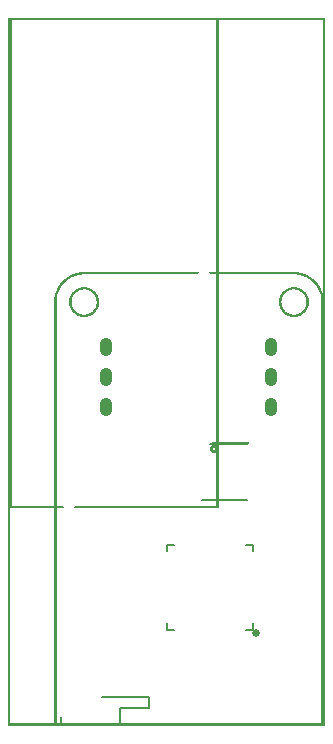
<source format=gto>
G04 MADE WITH FRITZING*
G04 WWW.FRITZING.ORG*
G04 DOUBLE SIDED*
G04 HOLES PLATED*
G04 CONTOUR ON CENTER OF CONTOUR VECTOR*
%ASAXBY*%
%FSLAX23Y23*%
%MOIN*%
%OFA0B0*%
%SFA1.0B1.0*%
%ADD10C,0.026000X-0.00599994*%
%ADD11C,0.028000X0.012*%
%ADD12C,0.040000*%
%ADD13C,0.005000*%
%ADD14C,0.008000*%
%ADD15R,0.001000X0.001000*%
%LNSILK1*%
G90*
G70*
G54D10*
X829Y309D03*
G54D11*
X689Y923D03*
G54D12*
X329Y1052D02*
X329Y1072D01*
D02*
X329Y1152D02*
X329Y1172D01*
D02*
X329Y1252D02*
X329Y1272D01*
D02*
X879Y1052D02*
X879Y1072D01*
D02*
X879Y1152D02*
X879Y1172D01*
D02*
X879Y1252D02*
X879Y1272D01*
G54D13*
D02*
X532Y342D02*
X532Y320D01*
D02*
X532Y320D02*
X554Y320D01*
D02*
X532Y582D02*
X532Y604D01*
D02*
X532Y604D02*
X554Y604D01*
D02*
X794Y320D02*
X816Y320D01*
D02*
X816Y320D02*
X816Y342D01*
D02*
X794Y604D02*
X816Y604D01*
D02*
X816Y604D02*
X816Y582D01*
G54D14*
D02*
X799Y753D02*
X649Y753D01*
D02*
X314Y95D02*
X471Y95D01*
D02*
X471Y95D02*
X471Y61D01*
D02*
X471Y61D02*
X373Y61D01*
D02*
X373Y61D02*
X373Y6D01*
G54D15*
X1Y2360D02*
X1058Y2360D01*
X1Y2359D02*
X1058Y2359D01*
X1Y2358D02*
X1058Y2358D01*
X1Y2357D02*
X1058Y2357D01*
X1Y2356D02*
X1058Y2356D01*
X1Y2355D02*
X1058Y2355D01*
X1Y2354D02*
X1058Y2354D01*
X1Y2353D02*
X1058Y2353D01*
X1Y2352D02*
X12Y2352D01*
X696Y2352D02*
X703Y2352D01*
X1051Y2352D02*
X1058Y2352D01*
X1Y2351D02*
X12Y2351D01*
X696Y2351D02*
X703Y2351D01*
X1051Y2351D02*
X1058Y2351D01*
X1Y2350D02*
X12Y2350D01*
X696Y2350D02*
X703Y2350D01*
X1051Y2350D02*
X1058Y2350D01*
X1Y2349D02*
X12Y2349D01*
X696Y2349D02*
X703Y2349D01*
X1051Y2349D02*
X1058Y2349D01*
X1Y2348D02*
X12Y2348D01*
X696Y2348D02*
X703Y2348D01*
X1051Y2348D02*
X1058Y2348D01*
X1Y2347D02*
X12Y2347D01*
X696Y2347D02*
X703Y2347D01*
X1051Y2347D02*
X1058Y2347D01*
X1Y2346D02*
X12Y2346D01*
X696Y2346D02*
X703Y2346D01*
X1051Y2346D02*
X1058Y2346D01*
X1Y2345D02*
X12Y2345D01*
X696Y2345D02*
X703Y2345D01*
X1051Y2345D02*
X1058Y2345D01*
X1Y2344D02*
X12Y2344D01*
X696Y2344D02*
X703Y2344D01*
X1051Y2344D02*
X1058Y2344D01*
X1Y2343D02*
X12Y2343D01*
X696Y2343D02*
X703Y2343D01*
X1051Y2343D02*
X1058Y2343D01*
X1Y2342D02*
X12Y2342D01*
X696Y2342D02*
X703Y2342D01*
X1051Y2342D02*
X1058Y2342D01*
X1Y2341D02*
X12Y2341D01*
X696Y2341D02*
X703Y2341D01*
X1051Y2341D02*
X1058Y2341D01*
X1Y2340D02*
X12Y2340D01*
X696Y2340D02*
X703Y2340D01*
X1051Y2340D02*
X1058Y2340D01*
X1Y2339D02*
X12Y2339D01*
X696Y2339D02*
X703Y2339D01*
X1051Y2339D02*
X1058Y2339D01*
X1Y2338D02*
X12Y2338D01*
X696Y2338D02*
X703Y2338D01*
X1051Y2338D02*
X1058Y2338D01*
X1Y2337D02*
X12Y2337D01*
X696Y2337D02*
X703Y2337D01*
X1051Y2337D02*
X1058Y2337D01*
X1Y2336D02*
X12Y2336D01*
X696Y2336D02*
X703Y2336D01*
X1051Y2336D02*
X1058Y2336D01*
X1Y2335D02*
X12Y2335D01*
X696Y2335D02*
X703Y2335D01*
X1051Y2335D02*
X1058Y2335D01*
X1Y2334D02*
X12Y2334D01*
X696Y2334D02*
X703Y2334D01*
X1051Y2334D02*
X1058Y2334D01*
X1Y2333D02*
X12Y2333D01*
X696Y2333D02*
X703Y2333D01*
X1051Y2333D02*
X1058Y2333D01*
X1Y2332D02*
X12Y2332D01*
X696Y2332D02*
X703Y2332D01*
X1051Y2332D02*
X1058Y2332D01*
X1Y2331D02*
X12Y2331D01*
X696Y2331D02*
X703Y2331D01*
X1051Y2331D02*
X1058Y2331D01*
X1Y2330D02*
X12Y2330D01*
X696Y2330D02*
X703Y2330D01*
X1051Y2330D02*
X1058Y2330D01*
X1Y2329D02*
X12Y2329D01*
X696Y2329D02*
X703Y2329D01*
X1051Y2329D02*
X1058Y2329D01*
X1Y2328D02*
X12Y2328D01*
X696Y2328D02*
X703Y2328D01*
X1051Y2328D02*
X1058Y2328D01*
X1Y2327D02*
X12Y2327D01*
X696Y2327D02*
X703Y2327D01*
X1051Y2327D02*
X1058Y2327D01*
X1Y2326D02*
X12Y2326D01*
X696Y2326D02*
X703Y2326D01*
X1051Y2326D02*
X1058Y2326D01*
X1Y2325D02*
X12Y2325D01*
X696Y2325D02*
X703Y2325D01*
X1051Y2325D02*
X1058Y2325D01*
X1Y2324D02*
X12Y2324D01*
X696Y2324D02*
X703Y2324D01*
X1051Y2324D02*
X1058Y2324D01*
X1Y2323D02*
X12Y2323D01*
X696Y2323D02*
X703Y2323D01*
X1051Y2323D02*
X1058Y2323D01*
X1Y2322D02*
X12Y2322D01*
X696Y2322D02*
X703Y2322D01*
X1051Y2322D02*
X1058Y2322D01*
X1Y2321D02*
X12Y2321D01*
X696Y2321D02*
X703Y2321D01*
X1051Y2321D02*
X1058Y2321D01*
X1Y2320D02*
X12Y2320D01*
X696Y2320D02*
X703Y2320D01*
X1051Y2320D02*
X1058Y2320D01*
X1Y2319D02*
X12Y2319D01*
X696Y2319D02*
X703Y2319D01*
X1051Y2319D02*
X1058Y2319D01*
X1Y2318D02*
X12Y2318D01*
X696Y2318D02*
X703Y2318D01*
X1051Y2318D02*
X1058Y2318D01*
X1Y2317D02*
X12Y2317D01*
X696Y2317D02*
X703Y2317D01*
X1051Y2317D02*
X1058Y2317D01*
X1Y2316D02*
X12Y2316D01*
X696Y2316D02*
X703Y2316D01*
X1051Y2316D02*
X1058Y2316D01*
X1Y2315D02*
X12Y2315D01*
X696Y2315D02*
X703Y2315D01*
X1051Y2315D02*
X1058Y2315D01*
X1Y2314D02*
X12Y2314D01*
X696Y2314D02*
X703Y2314D01*
X1051Y2314D02*
X1058Y2314D01*
X1Y2313D02*
X12Y2313D01*
X696Y2313D02*
X703Y2313D01*
X1051Y2313D02*
X1058Y2313D01*
X1Y2312D02*
X12Y2312D01*
X696Y2312D02*
X703Y2312D01*
X1051Y2312D02*
X1058Y2312D01*
X1Y2311D02*
X12Y2311D01*
X696Y2311D02*
X703Y2311D01*
X1051Y2311D02*
X1058Y2311D01*
X1Y2310D02*
X12Y2310D01*
X696Y2310D02*
X703Y2310D01*
X1051Y2310D02*
X1058Y2310D01*
X1Y2309D02*
X12Y2309D01*
X696Y2309D02*
X703Y2309D01*
X1051Y2309D02*
X1058Y2309D01*
X1Y2308D02*
X12Y2308D01*
X696Y2308D02*
X703Y2308D01*
X1051Y2308D02*
X1058Y2308D01*
X1Y2307D02*
X12Y2307D01*
X696Y2307D02*
X703Y2307D01*
X1051Y2307D02*
X1058Y2307D01*
X1Y2306D02*
X12Y2306D01*
X696Y2306D02*
X703Y2306D01*
X1051Y2306D02*
X1058Y2306D01*
X1Y2305D02*
X12Y2305D01*
X696Y2305D02*
X703Y2305D01*
X1051Y2305D02*
X1058Y2305D01*
X1Y2304D02*
X12Y2304D01*
X696Y2304D02*
X703Y2304D01*
X1051Y2304D02*
X1058Y2304D01*
X1Y2303D02*
X12Y2303D01*
X696Y2303D02*
X703Y2303D01*
X1051Y2303D02*
X1058Y2303D01*
X1Y2302D02*
X12Y2302D01*
X696Y2302D02*
X703Y2302D01*
X1051Y2302D02*
X1058Y2302D01*
X1Y2301D02*
X12Y2301D01*
X696Y2301D02*
X703Y2301D01*
X1051Y2301D02*
X1058Y2301D01*
X1Y2300D02*
X12Y2300D01*
X696Y2300D02*
X703Y2300D01*
X1051Y2300D02*
X1058Y2300D01*
X1Y2299D02*
X12Y2299D01*
X696Y2299D02*
X703Y2299D01*
X1051Y2299D02*
X1058Y2299D01*
X1Y2298D02*
X12Y2298D01*
X696Y2298D02*
X703Y2298D01*
X1051Y2298D02*
X1058Y2298D01*
X1Y2297D02*
X12Y2297D01*
X696Y2297D02*
X703Y2297D01*
X1051Y2297D02*
X1058Y2297D01*
X1Y2296D02*
X12Y2296D01*
X696Y2296D02*
X703Y2296D01*
X1051Y2296D02*
X1058Y2296D01*
X1Y2295D02*
X12Y2295D01*
X696Y2295D02*
X703Y2295D01*
X1051Y2295D02*
X1058Y2295D01*
X1Y2294D02*
X12Y2294D01*
X696Y2294D02*
X703Y2294D01*
X1051Y2294D02*
X1058Y2294D01*
X1Y2293D02*
X12Y2293D01*
X696Y2293D02*
X703Y2293D01*
X1051Y2293D02*
X1058Y2293D01*
X1Y2292D02*
X12Y2292D01*
X696Y2292D02*
X703Y2292D01*
X1051Y2292D02*
X1058Y2292D01*
X1Y2291D02*
X12Y2291D01*
X696Y2291D02*
X703Y2291D01*
X1051Y2291D02*
X1058Y2291D01*
X1Y2290D02*
X12Y2290D01*
X696Y2290D02*
X703Y2290D01*
X1051Y2290D02*
X1058Y2290D01*
X1Y2289D02*
X12Y2289D01*
X696Y2289D02*
X703Y2289D01*
X1051Y2289D02*
X1058Y2289D01*
X1Y2288D02*
X12Y2288D01*
X696Y2288D02*
X703Y2288D01*
X1051Y2288D02*
X1058Y2288D01*
X1Y2287D02*
X12Y2287D01*
X696Y2287D02*
X703Y2287D01*
X1051Y2287D02*
X1058Y2287D01*
X1Y2286D02*
X12Y2286D01*
X696Y2286D02*
X703Y2286D01*
X1051Y2286D02*
X1058Y2286D01*
X1Y2285D02*
X12Y2285D01*
X696Y2285D02*
X703Y2285D01*
X1051Y2285D02*
X1058Y2285D01*
X1Y2284D02*
X12Y2284D01*
X696Y2284D02*
X703Y2284D01*
X1051Y2284D02*
X1058Y2284D01*
X1Y2283D02*
X12Y2283D01*
X696Y2283D02*
X703Y2283D01*
X1051Y2283D02*
X1058Y2283D01*
X1Y2282D02*
X12Y2282D01*
X696Y2282D02*
X703Y2282D01*
X1051Y2282D02*
X1058Y2282D01*
X1Y2281D02*
X12Y2281D01*
X696Y2281D02*
X703Y2281D01*
X1051Y2281D02*
X1058Y2281D01*
X1Y2280D02*
X12Y2280D01*
X696Y2280D02*
X703Y2280D01*
X1051Y2280D02*
X1058Y2280D01*
X1Y2279D02*
X12Y2279D01*
X696Y2279D02*
X703Y2279D01*
X1051Y2279D02*
X1058Y2279D01*
X1Y2278D02*
X12Y2278D01*
X696Y2278D02*
X703Y2278D01*
X1051Y2278D02*
X1058Y2278D01*
X1Y2277D02*
X12Y2277D01*
X696Y2277D02*
X703Y2277D01*
X1051Y2277D02*
X1058Y2277D01*
X1Y2276D02*
X12Y2276D01*
X696Y2276D02*
X703Y2276D01*
X1051Y2276D02*
X1058Y2276D01*
X1Y2275D02*
X12Y2275D01*
X696Y2275D02*
X703Y2275D01*
X1051Y2275D02*
X1058Y2275D01*
X1Y2274D02*
X12Y2274D01*
X696Y2274D02*
X703Y2274D01*
X1051Y2274D02*
X1058Y2274D01*
X1Y2273D02*
X12Y2273D01*
X696Y2273D02*
X703Y2273D01*
X1051Y2273D02*
X1058Y2273D01*
X1Y2272D02*
X12Y2272D01*
X696Y2272D02*
X703Y2272D01*
X1051Y2272D02*
X1058Y2272D01*
X1Y2271D02*
X12Y2271D01*
X696Y2271D02*
X703Y2271D01*
X1051Y2271D02*
X1058Y2271D01*
X1Y2270D02*
X12Y2270D01*
X696Y2270D02*
X703Y2270D01*
X1051Y2270D02*
X1058Y2270D01*
X1Y2269D02*
X12Y2269D01*
X696Y2269D02*
X703Y2269D01*
X1051Y2269D02*
X1058Y2269D01*
X1Y2268D02*
X12Y2268D01*
X696Y2268D02*
X703Y2268D01*
X1051Y2268D02*
X1058Y2268D01*
X1Y2267D02*
X12Y2267D01*
X696Y2267D02*
X703Y2267D01*
X1051Y2267D02*
X1058Y2267D01*
X1Y2266D02*
X12Y2266D01*
X696Y2266D02*
X703Y2266D01*
X1051Y2266D02*
X1058Y2266D01*
X1Y2265D02*
X12Y2265D01*
X696Y2265D02*
X703Y2265D01*
X1051Y2265D02*
X1058Y2265D01*
X1Y2264D02*
X12Y2264D01*
X696Y2264D02*
X703Y2264D01*
X1051Y2264D02*
X1058Y2264D01*
X1Y2263D02*
X12Y2263D01*
X696Y2263D02*
X703Y2263D01*
X1051Y2263D02*
X1058Y2263D01*
X1Y2262D02*
X12Y2262D01*
X696Y2262D02*
X703Y2262D01*
X1051Y2262D02*
X1058Y2262D01*
X1Y2261D02*
X12Y2261D01*
X696Y2261D02*
X703Y2261D01*
X1051Y2261D02*
X1058Y2261D01*
X1Y2260D02*
X12Y2260D01*
X696Y2260D02*
X703Y2260D01*
X1051Y2260D02*
X1058Y2260D01*
X1Y2259D02*
X12Y2259D01*
X696Y2259D02*
X703Y2259D01*
X1051Y2259D02*
X1058Y2259D01*
X1Y2258D02*
X12Y2258D01*
X696Y2258D02*
X703Y2258D01*
X1051Y2258D02*
X1058Y2258D01*
X1Y2257D02*
X12Y2257D01*
X696Y2257D02*
X703Y2257D01*
X1051Y2257D02*
X1058Y2257D01*
X1Y2256D02*
X12Y2256D01*
X696Y2256D02*
X703Y2256D01*
X1051Y2256D02*
X1058Y2256D01*
X1Y2255D02*
X12Y2255D01*
X696Y2255D02*
X703Y2255D01*
X1051Y2255D02*
X1058Y2255D01*
X1Y2254D02*
X12Y2254D01*
X696Y2254D02*
X703Y2254D01*
X1051Y2254D02*
X1058Y2254D01*
X1Y2253D02*
X12Y2253D01*
X696Y2253D02*
X703Y2253D01*
X1051Y2253D02*
X1058Y2253D01*
X1Y2252D02*
X12Y2252D01*
X696Y2252D02*
X703Y2252D01*
X1051Y2252D02*
X1058Y2252D01*
X1Y2251D02*
X12Y2251D01*
X696Y2251D02*
X703Y2251D01*
X1051Y2251D02*
X1058Y2251D01*
X1Y2250D02*
X12Y2250D01*
X696Y2250D02*
X703Y2250D01*
X1051Y2250D02*
X1058Y2250D01*
X1Y2249D02*
X12Y2249D01*
X696Y2249D02*
X703Y2249D01*
X1051Y2249D02*
X1058Y2249D01*
X1Y2248D02*
X12Y2248D01*
X696Y2248D02*
X703Y2248D01*
X1051Y2248D02*
X1058Y2248D01*
X1Y2247D02*
X12Y2247D01*
X696Y2247D02*
X703Y2247D01*
X1051Y2247D02*
X1058Y2247D01*
X1Y2246D02*
X12Y2246D01*
X696Y2246D02*
X703Y2246D01*
X1051Y2246D02*
X1058Y2246D01*
X1Y2245D02*
X12Y2245D01*
X696Y2245D02*
X703Y2245D01*
X1051Y2245D02*
X1058Y2245D01*
X1Y2244D02*
X12Y2244D01*
X696Y2244D02*
X703Y2244D01*
X1051Y2244D02*
X1058Y2244D01*
X1Y2243D02*
X12Y2243D01*
X696Y2243D02*
X703Y2243D01*
X1051Y2243D02*
X1058Y2243D01*
X1Y2242D02*
X12Y2242D01*
X696Y2242D02*
X703Y2242D01*
X1051Y2242D02*
X1058Y2242D01*
X1Y2241D02*
X12Y2241D01*
X696Y2241D02*
X703Y2241D01*
X1051Y2241D02*
X1058Y2241D01*
X1Y2240D02*
X12Y2240D01*
X696Y2240D02*
X703Y2240D01*
X1051Y2240D02*
X1058Y2240D01*
X1Y2239D02*
X12Y2239D01*
X696Y2239D02*
X703Y2239D01*
X1051Y2239D02*
X1058Y2239D01*
X1Y2238D02*
X12Y2238D01*
X696Y2238D02*
X703Y2238D01*
X1051Y2238D02*
X1058Y2238D01*
X1Y2237D02*
X12Y2237D01*
X696Y2237D02*
X703Y2237D01*
X1051Y2237D02*
X1058Y2237D01*
X1Y2236D02*
X12Y2236D01*
X696Y2236D02*
X703Y2236D01*
X1051Y2236D02*
X1058Y2236D01*
X1Y2235D02*
X12Y2235D01*
X696Y2235D02*
X703Y2235D01*
X1051Y2235D02*
X1058Y2235D01*
X1Y2234D02*
X12Y2234D01*
X696Y2234D02*
X703Y2234D01*
X1051Y2234D02*
X1058Y2234D01*
X1Y2233D02*
X12Y2233D01*
X696Y2233D02*
X703Y2233D01*
X1051Y2233D02*
X1058Y2233D01*
X1Y2232D02*
X12Y2232D01*
X696Y2232D02*
X703Y2232D01*
X1051Y2232D02*
X1058Y2232D01*
X1Y2231D02*
X12Y2231D01*
X696Y2231D02*
X703Y2231D01*
X1051Y2231D02*
X1058Y2231D01*
X1Y2230D02*
X12Y2230D01*
X696Y2230D02*
X703Y2230D01*
X1051Y2230D02*
X1058Y2230D01*
X1Y2229D02*
X12Y2229D01*
X696Y2229D02*
X703Y2229D01*
X1051Y2229D02*
X1058Y2229D01*
X1Y2228D02*
X12Y2228D01*
X696Y2228D02*
X703Y2228D01*
X1051Y2228D02*
X1058Y2228D01*
X1Y2227D02*
X12Y2227D01*
X696Y2227D02*
X703Y2227D01*
X1051Y2227D02*
X1058Y2227D01*
X1Y2226D02*
X12Y2226D01*
X696Y2226D02*
X703Y2226D01*
X1051Y2226D02*
X1058Y2226D01*
X1Y2225D02*
X12Y2225D01*
X696Y2225D02*
X703Y2225D01*
X1051Y2225D02*
X1058Y2225D01*
X1Y2224D02*
X12Y2224D01*
X696Y2224D02*
X703Y2224D01*
X1051Y2224D02*
X1058Y2224D01*
X1Y2223D02*
X12Y2223D01*
X696Y2223D02*
X703Y2223D01*
X1051Y2223D02*
X1058Y2223D01*
X1Y2222D02*
X12Y2222D01*
X696Y2222D02*
X703Y2222D01*
X1051Y2222D02*
X1058Y2222D01*
X1Y2221D02*
X12Y2221D01*
X696Y2221D02*
X703Y2221D01*
X1051Y2221D02*
X1058Y2221D01*
X1Y2220D02*
X12Y2220D01*
X696Y2220D02*
X703Y2220D01*
X1051Y2220D02*
X1058Y2220D01*
X1Y2219D02*
X12Y2219D01*
X696Y2219D02*
X703Y2219D01*
X1051Y2219D02*
X1058Y2219D01*
X1Y2218D02*
X12Y2218D01*
X696Y2218D02*
X703Y2218D01*
X1051Y2218D02*
X1058Y2218D01*
X1Y2217D02*
X12Y2217D01*
X696Y2217D02*
X703Y2217D01*
X1051Y2217D02*
X1058Y2217D01*
X1Y2216D02*
X12Y2216D01*
X696Y2216D02*
X703Y2216D01*
X1051Y2216D02*
X1058Y2216D01*
X1Y2215D02*
X12Y2215D01*
X696Y2215D02*
X703Y2215D01*
X1051Y2215D02*
X1058Y2215D01*
X1Y2214D02*
X12Y2214D01*
X696Y2214D02*
X703Y2214D01*
X1051Y2214D02*
X1058Y2214D01*
X1Y2213D02*
X12Y2213D01*
X696Y2213D02*
X703Y2213D01*
X1051Y2213D02*
X1058Y2213D01*
X1Y2212D02*
X12Y2212D01*
X696Y2212D02*
X703Y2212D01*
X1051Y2212D02*
X1058Y2212D01*
X1Y2211D02*
X12Y2211D01*
X696Y2211D02*
X703Y2211D01*
X1051Y2211D02*
X1058Y2211D01*
X1Y2210D02*
X12Y2210D01*
X696Y2210D02*
X703Y2210D01*
X1051Y2210D02*
X1058Y2210D01*
X1Y2209D02*
X12Y2209D01*
X696Y2209D02*
X703Y2209D01*
X1051Y2209D02*
X1058Y2209D01*
X1Y2208D02*
X12Y2208D01*
X696Y2208D02*
X703Y2208D01*
X1051Y2208D02*
X1058Y2208D01*
X1Y2207D02*
X12Y2207D01*
X696Y2207D02*
X703Y2207D01*
X1051Y2207D02*
X1058Y2207D01*
X1Y2206D02*
X12Y2206D01*
X696Y2206D02*
X703Y2206D01*
X1051Y2206D02*
X1058Y2206D01*
X1Y2205D02*
X12Y2205D01*
X696Y2205D02*
X703Y2205D01*
X1051Y2205D02*
X1058Y2205D01*
X1Y2204D02*
X12Y2204D01*
X696Y2204D02*
X703Y2204D01*
X1051Y2204D02*
X1058Y2204D01*
X1Y2203D02*
X12Y2203D01*
X696Y2203D02*
X703Y2203D01*
X1051Y2203D02*
X1058Y2203D01*
X1Y2202D02*
X12Y2202D01*
X696Y2202D02*
X703Y2202D01*
X1051Y2202D02*
X1058Y2202D01*
X1Y2201D02*
X12Y2201D01*
X696Y2201D02*
X703Y2201D01*
X1051Y2201D02*
X1058Y2201D01*
X1Y2200D02*
X12Y2200D01*
X696Y2200D02*
X703Y2200D01*
X1051Y2200D02*
X1058Y2200D01*
X1Y2199D02*
X12Y2199D01*
X696Y2199D02*
X703Y2199D01*
X1051Y2199D02*
X1058Y2199D01*
X1Y2198D02*
X12Y2198D01*
X696Y2198D02*
X703Y2198D01*
X1051Y2198D02*
X1058Y2198D01*
X1Y2197D02*
X12Y2197D01*
X696Y2197D02*
X703Y2197D01*
X1051Y2197D02*
X1058Y2197D01*
X1Y2196D02*
X12Y2196D01*
X696Y2196D02*
X703Y2196D01*
X1051Y2196D02*
X1058Y2196D01*
X1Y2195D02*
X12Y2195D01*
X696Y2195D02*
X703Y2195D01*
X1051Y2195D02*
X1058Y2195D01*
X1Y2194D02*
X12Y2194D01*
X696Y2194D02*
X703Y2194D01*
X1051Y2194D02*
X1058Y2194D01*
X1Y2193D02*
X12Y2193D01*
X696Y2193D02*
X703Y2193D01*
X1051Y2193D02*
X1058Y2193D01*
X1Y2192D02*
X12Y2192D01*
X696Y2192D02*
X703Y2192D01*
X1051Y2192D02*
X1058Y2192D01*
X1Y2191D02*
X12Y2191D01*
X696Y2191D02*
X703Y2191D01*
X1051Y2191D02*
X1058Y2191D01*
X1Y2190D02*
X12Y2190D01*
X696Y2190D02*
X703Y2190D01*
X1051Y2190D02*
X1058Y2190D01*
X1Y2189D02*
X12Y2189D01*
X696Y2189D02*
X703Y2189D01*
X1051Y2189D02*
X1058Y2189D01*
X1Y2188D02*
X12Y2188D01*
X696Y2188D02*
X703Y2188D01*
X1051Y2188D02*
X1058Y2188D01*
X1Y2187D02*
X12Y2187D01*
X696Y2187D02*
X703Y2187D01*
X1051Y2187D02*
X1058Y2187D01*
X1Y2186D02*
X12Y2186D01*
X696Y2186D02*
X703Y2186D01*
X1051Y2186D02*
X1058Y2186D01*
X1Y2185D02*
X12Y2185D01*
X696Y2185D02*
X703Y2185D01*
X1051Y2185D02*
X1058Y2185D01*
X1Y2184D02*
X12Y2184D01*
X696Y2184D02*
X703Y2184D01*
X1051Y2184D02*
X1058Y2184D01*
X1Y2183D02*
X12Y2183D01*
X696Y2183D02*
X703Y2183D01*
X1051Y2183D02*
X1058Y2183D01*
X1Y2182D02*
X12Y2182D01*
X696Y2182D02*
X703Y2182D01*
X1051Y2182D02*
X1058Y2182D01*
X1Y2181D02*
X12Y2181D01*
X696Y2181D02*
X703Y2181D01*
X1051Y2181D02*
X1058Y2181D01*
X1Y2180D02*
X12Y2180D01*
X696Y2180D02*
X703Y2180D01*
X1051Y2180D02*
X1058Y2180D01*
X1Y2179D02*
X12Y2179D01*
X696Y2179D02*
X703Y2179D01*
X1051Y2179D02*
X1058Y2179D01*
X1Y2178D02*
X12Y2178D01*
X696Y2178D02*
X703Y2178D01*
X1051Y2178D02*
X1058Y2178D01*
X1Y2177D02*
X12Y2177D01*
X696Y2177D02*
X703Y2177D01*
X1051Y2177D02*
X1058Y2177D01*
X1Y2176D02*
X12Y2176D01*
X696Y2176D02*
X703Y2176D01*
X1051Y2176D02*
X1058Y2176D01*
X1Y2175D02*
X12Y2175D01*
X696Y2175D02*
X703Y2175D01*
X1051Y2175D02*
X1058Y2175D01*
X1Y2174D02*
X12Y2174D01*
X696Y2174D02*
X703Y2174D01*
X1051Y2174D02*
X1058Y2174D01*
X1Y2173D02*
X12Y2173D01*
X696Y2173D02*
X703Y2173D01*
X1051Y2173D02*
X1058Y2173D01*
X1Y2172D02*
X12Y2172D01*
X696Y2172D02*
X703Y2172D01*
X1051Y2172D02*
X1058Y2172D01*
X1Y2171D02*
X12Y2171D01*
X696Y2171D02*
X703Y2171D01*
X1051Y2171D02*
X1058Y2171D01*
X1Y2170D02*
X12Y2170D01*
X696Y2170D02*
X703Y2170D01*
X1051Y2170D02*
X1058Y2170D01*
X1Y2169D02*
X12Y2169D01*
X696Y2169D02*
X703Y2169D01*
X1051Y2169D02*
X1058Y2169D01*
X1Y2168D02*
X12Y2168D01*
X696Y2168D02*
X703Y2168D01*
X1051Y2168D02*
X1058Y2168D01*
X1Y2167D02*
X12Y2167D01*
X696Y2167D02*
X703Y2167D01*
X1051Y2167D02*
X1058Y2167D01*
X1Y2166D02*
X12Y2166D01*
X696Y2166D02*
X703Y2166D01*
X1051Y2166D02*
X1058Y2166D01*
X1Y2165D02*
X12Y2165D01*
X696Y2165D02*
X703Y2165D01*
X1051Y2165D02*
X1058Y2165D01*
X1Y2164D02*
X12Y2164D01*
X696Y2164D02*
X703Y2164D01*
X1051Y2164D02*
X1058Y2164D01*
X1Y2163D02*
X12Y2163D01*
X696Y2163D02*
X703Y2163D01*
X1051Y2163D02*
X1058Y2163D01*
X1Y2162D02*
X12Y2162D01*
X696Y2162D02*
X703Y2162D01*
X1051Y2162D02*
X1058Y2162D01*
X1Y2161D02*
X12Y2161D01*
X696Y2161D02*
X703Y2161D01*
X1051Y2161D02*
X1058Y2161D01*
X1Y2160D02*
X12Y2160D01*
X696Y2160D02*
X703Y2160D01*
X1051Y2160D02*
X1058Y2160D01*
X1Y2159D02*
X12Y2159D01*
X696Y2159D02*
X703Y2159D01*
X1051Y2159D02*
X1058Y2159D01*
X1Y2158D02*
X12Y2158D01*
X696Y2158D02*
X703Y2158D01*
X1051Y2158D02*
X1058Y2158D01*
X1Y2157D02*
X12Y2157D01*
X696Y2157D02*
X703Y2157D01*
X1051Y2157D02*
X1058Y2157D01*
X1Y2156D02*
X12Y2156D01*
X696Y2156D02*
X703Y2156D01*
X1051Y2156D02*
X1058Y2156D01*
X1Y2155D02*
X12Y2155D01*
X696Y2155D02*
X703Y2155D01*
X1051Y2155D02*
X1058Y2155D01*
X1Y2154D02*
X12Y2154D01*
X696Y2154D02*
X703Y2154D01*
X1051Y2154D02*
X1058Y2154D01*
X1Y2153D02*
X12Y2153D01*
X696Y2153D02*
X703Y2153D01*
X1051Y2153D02*
X1058Y2153D01*
X1Y2152D02*
X12Y2152D01*
X696Y2152D02*
X703Y2152D01*
X1051Y2152D02*
X1058Y2152D01*
X1Y2151D02*
X12Y2151D01*
X696Y2151D02*
X703Y2151D01*
X1051Y2151D02*
X1058Y2151D01*
X1Y2150D02*
X12Y2150D01*
X696Y2150D02*
X703Y2150D01*
X1051Y2150D02*
X1058Y2150D01*
X1Y2149D02*
X12Y2149D01*
X696Y2149D02*
X703Y2149D01*
X1051Y2149D02*
X1058Y2149D01*
X1Y2148D02*
X12Y2148D01*
X696Y2148D02*
X703Y2148D01*
X1051Y2148D02*
X1058Y2148D01*
X1Y2147D02*
X12Y2147D01*
X696Y2147D02*
X703Y2147D01*
X1051Y2147D02*
X1058Y2147D01*
X1Y2146D02*
X12Y2146D01*
X696Y2146D02*
X703Y2146D01*
X1051Y2146D02*
X1058Y2146D01*
X1Y2145D02*
X12Y2145D01*
X696Y2145D02*
X703Y2145D01*
X1051Y2145D02*
X1058Y2145D01*
X1Y2144D02*
X12Y2144D01*
X696Y2144D02*
X703Y2144D01*
X1051Y2144D02*
X1058Y2144D01*
X1Y2143D02*
X12Y2143D01*
X696Y2143D02*
X703Y2143D01*
X1051Y2143D02*
X1058Y2143D01*
X1Y2142D02*
X12Y2142D01*
X696Y2142D02*
X703Y2142D01*
X1051Y2142D02*
X1058Y2142D01*
X1Y2141D02*
X12Y2141D01*
X696Y2141D02*
X703Y2141D01*
X1051Y2141D02*
X1058Y2141D01*
X1Y2140D02*
X12Y2140D01*
X696Y2140D02*
X703Y2140D01*
X1051Y2140D02*
X1058Y2140D01*
X1Y2139D02*
X12Y2139D01*
X696Y2139D02*
X703Y2139D01*
X1051Y2139D02*
X1058Y2139D01*
X1Y2138D02*
X12Y2138D01*
X696Y2138D02*
X703Y2138D01*
X1051Y2138D02*
X1058Y2138D01*
X1Y2137D02*
X12Y2137D01*
X696Y2137D02*
X703Y2137D01*
X1051Y2137D02*
X1058Y2137D01*
X1Y2136D02*
X12Y2136D01*
X696Y2136D02*
X703Y2136D01*
X1051Y2136D02*
X1058Y2136D01*
X1Y2135D02*
X12Y2135D01*
X696Y2135D02*
X703Y2135D01*
X1051Y2135D02*
X1058Y2135D01*
X1Y2134D02*
X12Y2134D01*
X696Y2134D02*
X703Y2134D01*
X1051Y2134D02*
X1058Y2134D01*
X1Y2133D02*
X12Y2133D01*
X696Y2133D02*
X703Y2133D01*
X1051Y2133D02*
X1058Y2133D01*
X1Y2132D02*
X12Y2132D01*
X696Y2132D02*
X703Y2132D01*
X1051Y2132D02*
X1058Y2132D01*
X1Y2131D02*
X12Y2131D01*
X696Y2131D02*
X703Y2131D01*
X1051Y2131D02*
X1058Y2131D01*
X1Y2130D02*
X12Y2130D01*
X696Y2130D02*
X703Y2130D01*
X1051Y2130D02*
X1058Y2130D01*
X1Y2129D02*
X12Y2129D01*
X696Y2129D02*
X703Y2129D01*
X1051Y2129D02*
X1058Y2129D01*
X1Y2128D02*
X12Y2128D01*
X696Y2128D02*
X703Y2128D01*
X1051Y2128D02*
X1058Y2128D01*
X1Y2127D02*
X12Y2127D01*
X696Y2127D02*
X703Y2127D01*
X1051Y2127D02*
X1058Y2127D01*
X1Y2126D02*
X12Y2126D01*
X696Y2126D02*
X703Y2126D01*
X1051Y2126D02*
X1058Y2126D01*
X1Y2125D02*
X12Y2125D01*
X696Y2125D02*
X703Y2125D01*
X1051Y2125D02*
X1058Y2125D01*
X1Y2124D02*
X12Y2124D01*
X696Y2124D02*
X703Y2124D01*
X1051Y2124D02*
X1058Y2124D01*
X1Y2123D02*
X12Y2123D01*
X696Y2123D02*
X703Y2123D01*
X1051Y2123D02*
X1058Y2123D01*
X1Y2122D02*
X12Y2122D01*
X696Y2122D02*
X703Y2122D01*
X1051Y2122D02*
X1058Y2122D01*
X1Y2121D02*
X12Y2121D01*
X696Y2121D02*
X703Y2121D01*
X1051Y2121D02*
X1058Y2121D01*
X1Y2120D02*
X12Y2120D01*
X696Y2120D02*
X703Y2120D01*
X1051Y2120D02*
X1058Y2120D01*
X1Y2119D02*
X12Y2119D01*
X696Y2119D02*
X703Y2119D01*
X1051Y2119D02*
X1058Y2119D01*
X1Y2118D02*
X12Y2118D01*
X696Y2118D02*
X703Y2118D01*
X1051Y2118D02*
X1058Y2118D01*
X1Y2117D02*
X12Y2117D01*
X696Y2117D02*
X703Y2117D01*
X1051Y2117D02*
X1058Y2117D01*
X1Y2116D02*
X12Y2116D01*
X696Y2116D02*
X703Y2116D01*
X1051Y2116D02*
X1058Y2116D01*
X1Y2115D02*
X12Y2115D01*
X696Y2115D02*
X703Y2115D01*
X1051Y2115D02*
X1058Y2115D01*
X1Y2114D02*
X12Y2114D01*
X696Y2114D02*
X703Y2114D01*
X1051Y2114D02*
X1058Y2114D01*
X1Y2113D02*
X12Y2113D01*
X696Y2113D02*
X703Y2113D01*
X1051Y2113D02*
X1058Y2113D01*
X1Y2112D02*
X12Y2112D01*
X696Y2112D02*
X703Y2112D01*
X1051Y2112D02*
X1058Y2112D01*
X1Y2111D02*
X12Y2111D01*
X696Y2111D02*
X703Y2111D01*
X1051Y2111D02*
X1058Y2111D01*
X1Y2110D02*
X12Y2110D01*
X696Y2110D02*
X703Y2110D01*
X1051Y2110D02*
X1058Y2110D01*
X1Y2109D02*
X12Y2109D01*
X696Y2109D02*
X703Y2109D01*
X1051Y2109D02*
X1058Y2109D01*
X1Y2108D02*
X12Y2108D01*
X696Y2108D02*
X703Y2108D01*
X1051Y2108D02*
X1058Y2108D01*
X1Y2107D02*
X12Y2107D01*
X696Y2107D02*
X703Y2107D01*
X1051Y2107D02*
X1058Y2107D01*
X1Y2106D02*
X12Y2106D01*
X696Y2106D02*
X703Y2106D01*
X1051Y2106D02*
X1058Y2106D01*
X1Y2105D02*
X12Y2105D01*
X696Y2105D02*
X703Y2105D01*
X1051Y2105D02*
X1058Y2105D01*
X1Y2104D02*
X12Y2104D01*
X696Y2104D02*
X703Y2104D01*
X1051Y2104D02*
X1058Y2104D01*
X1Y2103D02*
X12Y2103D01*
X696Y2103D02*
X703Y2103D01*
X1051Y2103D02*
X1058Y2103D01*
X1Y2102D02*
X12Y2102D01*
X696Y2102D02*
X703Y2102D01*
X1051Y2102D02*
X1058Y2102D01*
X1Y2101D02*
X12Y2101D01*
X696Y2101D02*
X703Y2101D01*
X1051Y2101D02*
X1058Y2101D01*
X1Y2100D02*
X12Y2100D01*
X696Y2100D02*
X703Y2100D01*
X1051Y2100D02*
X1058Y2100D01*
X1Y2099D02*
X12Y2099D01*
X696Y2099D02*
X703Y2099D01*
X1051Y2099D02*
X1058Y2099D01*
X1Y2098D02*
X12Y2098D01*
X696Y2098D02*
X703Y2098D01*
X1051Y2098D02*
X1058Y2098D01*
X1Y2097D02*
X12Y2097D01*
X696Y2097D02*
X703Y2097D01*
X1051Y2097D02*
X1058Y2097D01*
X1Y2096D02*
X12Y2096D01*
X696Y2096D02*
X703Y2096D01*
X1051Y2096D02*
X1058Y2096D01*
X1Y2095D02*
X12Y2095D01*
X696Y2095D02*
X703Y2095D01*
X1051Y2095D02*
X1058Y2095D01*
X1Y2094D02*
X12Y2094D01*
X696Y2094D02*
X703Y2094D01*
X1051Y2094D02*
X1058Y2094D01*
X1Y2093D02*
X12Y2093D01*
X696Y2093D02*
X703Y2093D01*
X1051Y2093D02*
X1058Y2093D01*
X1Y2092D02*
X12Y2092D01*
X696Y2092D02*
X703Y2092D01*
X1051Y2092D02*
X1058Y2092D01*
X1Y2091D02*
X12Y2091D01*
X696Y2091D02*
X703Y2091D01*
X1051Y2091D02*
X1058Y2091D01*
X1Y2090D02*
X12Y2090D01*
X696Y2090D02*
X703Y2090D01*
X1051Y2090D02*
X1058Y2090D01*
X1Y2089D02*
X12Y2089D01*
X696Y2089D02*
X703Y2089D01*
X1051Y2089D02*
X1058Y2089D01*
X1Y2088D02*
X12Y2088D01*
X696Y2088D02*
X703Y2088D01*
X1051Y2088D02*
X1058Y2088D01*
X1Y2087D02*
X12Y2087D01*
X696Y2087D02*
X703Y2087D01*
X1051Y2087D02*
X1058Y2087D01*
X1Y2086D02*
X12Y2086D01*
X696Y2086D02*
X703Y2086D01*
X1051Y2086D02*
X1058Y2086D01*
X1Y2085D02*
X12Y2085D01*
X696Y2085D02*
X703Y2085D01*
X1051Y2085D02*
X1058Y2085D01*
X1Y2084D02*
X12Y2084D01*
X696Y2084D02*
X703Y2084D01*
X1051Y2084D02*
X1058Y2084D01*
X1Y2083D02*
X12Y2083D01*
X696Y2083D02*
X703Y2083D01*
X1051Y2083D02*
X1058Y2083D01*
X1Y2082D02*
X12Y2082D01*
X696Y2082D02*
X703Y2082D01*
X1051Y2082D02*
X1058Y2082D01*
X1Y2081D02*
X12Y2081D01*
X696Y2081D02*
X703Y2081D01*
X1051Y2081D02*
X1058Y2081D01*
X1Y2080D02*
X12Y2080D01*
X696Y2080D02*
X703Y2080D01*
X1051Y2080D02*
X1058Y2080D01*
X1Y2079D02*
X12Y2079D01*
X696Y2079D02*
X703Y2079D01*
X1051Y2079D02*
X1058Y2079D01*
X1Y2078D02*
X12Y2078D01*
X696Y2078D02*
X703Y2078D01*
X1051Y2078D02*
X1058Y2078D01*
X1Y2077D02*
X12Y2077D01*
X696Y2077D02*
X703Y2077D01*
X1051Y2077D02*
X1058Y2077D01*
X1Y2076D02*
X12Y2076D01*
X696Y2076D02*
X703Y2076D01*
X1051Y2076D02*
X1058Y2076D01*
X1Y2075D02*
X12Y2075D01*
X696Y2075D02*
X703Y2075D01*
X1051Y2075D02*
X1058Y2075D01*
X1Y2074D02*
X12Y2074D01*
X696Y2074D02*
X703Y2074D01*
X1051Y2074D02*
X1058Y2074D01*
X1Y2073D02*
X12Y2073D01*
X696Y2073D02*
X703Y2073D01*
X1051Y2073D02*
X1058Y2073D01*
X1Y2072D02*
X12Y2072D01*
X696Y2072D02*
X703Y2072D01*
X1051Y2072D02*
X1058Y2072D01*
X1Y2071D02*
X12Y2071D01*
X696Y2071D02*
X703Y2071D01*
X1051Y2071D02*
X1058Y2071D01*
X1Y2070D02*
X12Y2070D01*
X696Y2070D02*
X703Y2070D01*
X1051Y2070D02*
X1058Y2070D01*
X1Y2069D02*
X12Y2069D01*
X696Y2069D02*
X703Y2069D01*
X1051Y2069D02*
X1058Y2069D01*
X1Y2068D02*
X12Y2068D01*
X696Y2068D02*
X703Y2068D01*
X1051Y2068D02*
X1058Y2068D01*
X1Y2067D02*
X12Y2067D01*
X696Y2067D02*
X703Y2067D01*
X1051Y2067D02*
X1058Y2067D01*
X1Y2066D02*
X12Y2066D01*
X696Y2066D02*
X703Y2066D01*
X1051Y2066D02*
X1058Y2066D01*
X1Y2065D02*
X12Y2065D01*
X696Y2065D02*
X703Y2065D01*
X1051Y2065D02*
X1058Y2065D01*
X1Y2064D02*
X12Y2064D01*
X696Y2064D02*
X703Y2064D01*
X1051Y2064D02*
X1058Y2064D01*
X1Y2063D02*
X12Y2063D01*
X696Y2063D02*
X703Y2063D01*
X1051Y2063D02*
X1058Y2063D01*
X1Y2062D02*
X12Y2062D01*
X696Y2062D02*
X703Y2062D01*
X1051Y2062D02*
X1058Y2062D01*
X1Y2061D02*
X12Y2061D01*
X696Y2061D02*
X703Y2061D01*
X1051Y2061D02*
X1058Y2061D01*
X1Y2060D02*
X12Y2060D01*
X696Y2060D02*
X703Y2060D01*
X1051Y2060D02*
X1058Y2060D01*
X1Y2059D02*
X12Y2059D01*
X696Y2059D02*
X703Y2059D01*
X1051Y2059D02*
X1058Y2059D01*
X1Y2058D02*
X12Y2058D01*
X696Y2058D02*
X703Y2058D01*
X1051Y2058D02*
X1058Y2058D01*
X1Y2057D02*
X12Y2057D01*
X696Y2057D02*
X703Y2057D01*
X1051Y2057D02*
X1058Y2057D01*
X1Y2056D02*
X12Y2056D01*
X696Y2056D02*
X703Y2056D01*
X1051Y2056D02*
X1058Y2056D01*
X1Y2055D02*
X12Y2055D01*
X696Y2055D02*
X703Y2055D01*
X1051Y2055D02*
X1058Y2055D01*
X1Y2054D02*
X12Y2054D01*
X696Y2054D02*
X703Y2054D01*
X1051Y2054D02*
X1058Y2054D01*
X1Y2053D02*
X12Y2053D01*
X696Y2053D02*
X703Y2053D01*
X1051Y2053D02*
X1058Y2053D01*
X1Y2052D02*
X12Y2052D01*
X696Y2052D02*
X703Y2052D01*
X1051Y2052D02*
X1058Y2052D01*
X1Y2051D02*
X12Y2051D01*
X696Y2051D02*
X703Y2051D01*
X1051Y2051D02*
X1058Y2051D01*
X1Y2050D02*
X12Y2050D01*
X696Y2050D02*
X703Y2050D01*
X1051Y2050D02*
X1058Y2050D01*
X1Y2049D02*
X12Y2049D01*
X696Y2049D02*
X703Y2049D01*
X1051Y2049D02*
X1058Y2049D01*
X1Y2048D02*
X12Y2048D01*
X696Y2048D02*
X703Y2048D01*
X1051Y2048D02*
X1058Y2048D01*
X1Y2047D02*
X12Y2047D01*
X696Y2047D02*
X703Y2047D01*
X1051Y2047D02*
X1058Y2047D01*
X1Y2046D02*
X12Y2046D01*
X696Y2046D02*
X703Y2046D01*
X1051Y2046D02*
X1058Y2046D01*
X1Y2045D02*
X12Y2045D01*
X696Y2045D02*
X703Y2045D01*
X1051Y2045D02*
X1058Y2045D01*
X1Y2044D02*
X12Y2044D01*
X696Y2044D02*
X703Y2044D01*
X1051Y2044D02*
X1058Y2044D01*
X1Y2043D02*
X12Y2043D01*
X696Y2043D02*
X703Y2043D01*
X1051Y2043D02*
X1058Y2043D01*
X1Y2042D02*
X12Y2042D01*
X696Y2042D02*
X703Y2042D01*
X1051Y2042D02*
X1058Y2042D01*
X1Y2041D02*
X12Y2041D01*
X696Y2041D02*
X703Y2041D01*
X1051Y2041D02*
X1058Y2041D01*
X1Y2040D02*
X12Y2040D01*
X696Y2040D02*
X703Y2040D01*
X1051Y2040D02*
X1058Y2040D01*
X1Y2039D02*
X12Y2039D01*
X696Y2039D02*
X703Y2039D01*
X1051Y2039D02*
X1058Y2039D01*
X1Y2038D02*
X12Y2038D01*
X696Y2038D02*
X703Y2038D01*
X1051Y2038D02*
X1058Y2038D01*
X1Y2037D02*
X12Y2037D01*
X696Y2037D02*
X703Y2037D01*
X1051Y2037D02*
X1058Y2037D01*
X1Y2036D02*
X12Y2036D01*
X696Y2036D02*
X703Y2036D01*
X1051Y2036D02*
X1058Y2036D01*
X1Y2035D02*
X12Y2035D01*
X696Y2035D02*
X703Y2035D01*
X1051Y2035D02*
X1058Y2035D01*
X1Y2034D02*
X12Y2034D01*
X696Y2034D02*
X703Y2034D01*
X1051Y2034D02*
X1058Y2034D01*
X1Y2033D02*
X12Y2033D01*
X696Y2033D02*
X703Y2033D01*
X1051Y2033D02*
X1058Y2033D01*
X1Y2032D02*
X12Y2032D01*
X696Y2032D02*
X703Y2032D01*
X1051Y2032D02*
X1058Y2032D01*
X1Y2031D02*
X12Y2031D01*
X696Y2031D02*
X703Y2031D01*
X1051Y2031D02*
X1058Y2031D01*
X1Y2030D02*
X12Y2030D01*
X696Y2030D02*
X703Y2030D01*
X1051Y2030D02*
X1058Y2030D01*
X1Y2029D02*
X12Y2029D01*
X696Y2029D02*
X703Y2029D01*
X1051Y2029D02*
X1058Y2029D01*
X1Y2028D02*
X12Y2028D01*
X696Y2028D02*
X703Y2028D01*
X1051Y2028D02*
X1058Y2028D01*
X1Y2027D02*
X12Y2027D01*
X696Y2027D02*
X703Y2027D01*
X1051Y2027D02*
X1058Y2027D01*
X1Y2026D02*
X12Y2026D01*
X696Y2026D02*
X703Y2026D01*
X1051Y2026D02*
X1058Y2026D01*
X1Y2025D02*
X12Y2025D01*
X696Y2025D02*
X703Y2025D01*
X1051Y2025D02*
X1058Y2025D01*
X1Y2024D02*
X12Y2024D01*
X696Y2024D02*
X703Y2024D01*
X1051Y2024D02*
X1058Y2024D01*
X1Y2023D02*
X12Y2023D01*
X696Y2023D02*
X703Y2023D01*
X1051Y2023D02*
X1058Y2023D01*
X1Y2022D02*
X12Y2022D01*
X696Y2022D02*
X703Y2022D01*
X1051Y2022D02*
X1058Y2022D01*
X1Y2021D02*
X12Y2021D01*
X696Y2021D02*
X703Y2021D01*
X1051Y2021D02*
X1058Y2021D01*
X1Y2020D02*
X12Y2020D01*
X696Y2020D02*
X703Y2020D01*
X1051Y2020D02*
X1058Y2020D01*
X1Y2019D02*
X12Y2019D01*
X696Y2019D02*
X703Y2019D01*
X1051Y2019D02*
X1058Y2019D01*
X1Y2018D02*
X12Y2018D01*
X696Y2018D02*
X703Y2018D01*
X1051Y2018D02*
X1058Y2018D01*
X1Y2017D02*
X12Y2017D01*
X696Y2017D02*
X703Y2017D01*
X1051Y2017D02*
X1058Y2017D01*
X1Y2016D02*
X12Y2016D01*
X696Y2016D02*
X703Y2016D01*
X1051Y2016D02*
X1058Y2016D01*
X1Y2015D02*
X12Y2015D01*
X696Y2015D02*
X703Y2015D01*
X1051Y2015D02*
X1058Y2015D01*
X1Y2014D02*
X12Y2014D01*
X696Y2014D02*
X703Y2014D01*
X1051Y2014D02*
X1058Y2014D01*
X1Y2013D02*
X12Y2013D01*
X696Y2013D02*
X703Y2013D01*
X1051Y2013D02*
X1058Y2013D01*
X1Y2012D02*
X12Y2012D01*
X696Y2012D02*
X703Y2012D01*
X1051Y2012D02*
X1058Y2012D01*
X1Y2011D02*
X12Y2011D01*
X696Y2011D02*
X703Y2011D01*
X1051Y2011D02*
X1058Y2011D01*
X1Y2010D02*
X12Y2010D01*
X696Y2010D02*
X703Y2010D01*
X1051Y2010D02*
X1058Y2010D01*
X1Y2009D02*
X12Y2009D01*
X696Y2009D02*
X703Y2009D01*
X1051Y2009D02*
X1058Y2009D01*
X1Y2008D02*
X12Y2008D01*
X696Y2008D02*
X703Y2008D01*
X1051Y2008D02*
X1058Y2008D01*
X1Y2007D02*
X12Y2007D01*
X696Y2007D02*
X703Y2007D01*
X1051Y2007D02*
X1058Y2007D01*
X1Y2006D02*
X12Y2006D01*
X696Y2006D02*
X703Y2006D01*
X1051Y2006D02*
X1058Y2006D01*
X1Y2005D02*
X12Y2005D01*
X696Y2005D02*
X703Y2005D01*
X1051Y2005D02*
X1058Y2005D01*
X1Y2004D02*
X12Y2004D01*
X696Y2004D02*
X703Y2004D01*
X1051Y2004D02*
X1058Y2004D01*
X1Y2003D02*
X12Y2003D01*
X696Y2003D02*
X703Y2003D01*
X1051Y2003D02*
X1058Y2003D01*
X1Y2002D02*
X12Y2002D01*
X696Y2002D02*
X703Y2002D01*
X1051Y2002D02*
X1058Y2002D01*
X1Y2001D02*
X12Y2001D01*
X696Y2001D02*
X703Y2001D01*
X1051Y2001D02*
X1058Y2001D01*
X1Y2000D02*
X12Y2000D01*
X696Y2000D02*
X703Y2000D01*
X1051Y2000D02*
X1058Y2000D01*
X1Y1999D02*
X12Y1999D01*
X696Y1999D02*
X703Y1999D01*
X1051Y1999D02*
X1058Y1999D01*
X1Y1998D02*
X12Y1998D01*
X696Y1998D02*
X703Y1998D01*
X1051Y1998D02*
X1058Y1998D01*
X1Y1997D02*
X12Y1997D01*
X696Y1997D02*
X703Y1997D01*
X1051Y1997D02*
X1058Y1997D01*
X1Y1996D02*
X12Y1996D01*
X696Y1996D02*
X703Y1996D01*
X1051Y1996D02*
X1058Y1996D01*
X1Y1995D02*
X12Y1995D01*
X696Y1995D02*
X703Y1995D01*
X1051Y1995D02*
X1058Y1995D01*
X1Y1994D02*
X12Y1994D01*
X696Y1994D02*
X703Y1994D01*
X1051Y1994D02*
X1058Y1994D01*
X1Y1993D02*
X12Y1993D01*
X696Y1993D02*
X703Y1993D01*
X1051Y1993D02*
X1058Y1993D01*
X1Y1992D02*
X12Y1992D01*
X696Y1992D02*
X703Y1992D01*
X1051Y1992D02*
X1058Y1992D01*
X1Y1991D02*
X12Y1991D01*
X696Y1991D02*
X703Y1991D01*
X1051Y1991D02*
X1058Y1991D01*
X1Y1990D02*
X12Y1990D01*
X696Y1990D02*
X703Y1990D01*
X1051Y1990D02*
X1058Y1990D01*
X1Y1989D02*
X12Y1989D01*
X696Y1989D02*
X703Y1989D01*
X1051Y1989D02*
X1058Y1989D01*
X1Y1988D02*
X12Y1988D01*
X696Y1988D02*
X703Y1988D01*
X1051Y1988D02*
X1058Y1988D01*
X1Y1987D02*
X12Y1987D01*
X696Y1987D02*
X703Y1987D01*
X1051Y1987D02*
X1058Y1987D01*
X1Y1986D02*
X12Y1986D01*
X696Y1986D02*
X703Y1986D01*
X1051Y1986D02*
X1058Y1986D01*
X1Y1985D02*
X12Y1985D01*
X696Y1985D02*
X703Y1985D01*
X1051Y1985D02*
X1058Y1985D01*
X1Y1984D02*
X12Y1984D01*
X696Y1984D02*
X703Y1984D01*
X1051Y1984D02*
X1058Y1984D01*
X1Y1983D02*
X12Y1983D01*
X696Y1983D02*
X703Y1983D01*
X1051Y1983D02*
X1058Y1983D01*
X1Y1982D02*
X12Y1982D01*
X696Y1982D02*
X703Y1982D01*
X1051Y1982D02*
X1058Y1982D01*
X1Y1981D02*
X12Y1981D01*
X696Y1981D02*
X703Y1981D01*
X1051Y1981D02*
X1058Y1981D01*
X1Y1980D02*
X12Y1980D01*
X696Y1980D02*
X703Y1980D01*
X1051Y1980D02*
X1058Y1980D01*
X1Y1979D02*
X12Y1979D01*
X696Y1979D02*
X703Y1979D01*
X1051Y1979D02*
X1058Y1979D01*
X1Y1978D02*
X12Y1978D01*
X696Y1978D02*
X703Y1978D01*
X1051Y1978D02*
X1058Y1978D01*
X1Y1977D02*
X12Y1977D01*
X696Y1977D02*
X703Y1977D01*
X1051Y1977D02*
X1058Y1977D01*
X1Y1976D02*
X12Y1976D01*
X696Y1976D02*
X703Y1976D01*
X1051Y1976D02*
X1058Y1976D01*
X1Y1975D02*
X12Y1975D01*
X696Y1975D02*
X703Y1975D01*
X1051Y1975D02*
X1058Y1975D01*
X1Y1974D02*
X12Y1974D01*
X696Y1974D02*
X703Y1974D01*
X1051Y1974D02*
X1058Y1974D01*
X1Y1973D02*
X12Y1973D01*
X696Y1973D02*
X703Y1973D01*
X1051Y1973D02*
X1058Y1973D01*
X1Y1972D02*
X12Y1972D01*
X696Y1972D02*
X703Y1972D01*
X1051Y1972D02*
X1058Y1972D01*
X1Y1971D02*
X12Y1971D01*
X696Y1971D02*
X703Y1971D01*
X1051Y1971D02*
X1058Y1971D01*
X1Y1970D02*
X12Y1970D01*
X696Y1970D02*
X703Y1970D01*
X1051Y1970D02*
X1058Y1970D01*
X1Y1969D02*
X12Y1969D01*
X696Y1969D02*
X703Y1969D01*
X1051Y1969D02*
X1058Y1969D01*
X1Y1968D02*
X12Y1968D01*
X696Y1968D02*
X703Y1968D01*
X1051Y1968D02*
X1058Y1968D01*
X1Y1967D02*
X12Y1967D01*
X696Y1967D02*
X703Y1967D01*
X1051Y1967D02*
X1058Y1967D01*
X1Y1966D02*
X12Y1966D01*
X696Y1966D02*
X703Y1966D01*
X1051Y1966D02*
X1058Y1966D01*
X1Y1965D02*
X12Y1965D01*
X696Y1965D02*
X703Y1965D01*
X1051Y1965D02*
X1058Y1965D01*
X1Y1964D02*
X12Y1964D01*
X696Y1964D02*
X703Y1964D01*
X1051Y1964D02*
X1058Y1964D01*
X1Y1963D02*
X12Y1963D01*
X696Y1963D02*
X703Y1963D01*
X1051Y1963D02*
X1058Y1963D01*
X1Y1962D02*
X12Y1962D01*
X696Y1962D02*
X703Y1962D01*
X1051Y1962D02*
X1058Y1962D01*
X1Y1961D02*
X12Y1961D01*
X696Y1961D02*
X703Y1961D01*
X1051Y1961D02*
X1058Y1961D01*
X1Y1960D02*
X12Y1960D01*
X696Y1960D02*
X703Y1960D01*
X1051Y1960D02*
X1058Y1960D01*
X1Y1959D02*
X12Y1959D01*
X696Y1959D02*
X703Y1959D01*
X1051Y1959D02*
X1058Y1959D01*
X1Y1958D02*
X12Y1958D01*
X696Y1958D02*
X703Y1958D01*
X1051Y1958D02*
X1058Y1958D01*
X1Y1957D02*
X12Y1957D01*
X696Y1957D02*
X703Y1957D01*
X1051Y1957D02*
X1058Y1957D01*
X1Y1956D02*
X12Y1956D01*
X696Y1956D02*
X703Y1956D01*
X1051Y1956D02*
X1058Y1956D01*
X1Y1955D02*
X12Y1955D01*
X696Y1955D02*
X703Y1955D01*
X1051Y1955D02*
X1058Y1955D01*
X1Y1954D02*
X12Y1954D01*
X696Y1954D02*
X703Y1954D01*
X1051Y1954D02*
X1058Y1954D01*
X1Y1953D02*
X12Y1953D01*
X696Y1953D02*
X703Y1953D01*
X1051Y1953D02*
X1058Y1953D01*
X1Y1952D02*
X12Y1952D01*
X696Y1952D02*
X703Y1952D01*
X1051Y1952D02*
X1058Y1952D01*
X1Y1951D02*
X12Y1951D01*
X696Y1951D02*
X703Y1951D01*
X1051Y1951D02*
X1058Y1951D01*
X1Y1950D02*
X12Y1950D01*
X696Y1950D02*
X703Y1950D01*
X1051Y1950D02*
X1058Y1950D01*
X1Y1949D02*
X12Y1949D01*
X696Y1949D02*
X703Y1949D01*
X1051Y1949D02*
X1058Y1949D01*
X1Y1948D02*
X12Y1948D01*
X696Y1948D02*
X703Y1948D01*
X1051Y1948D02*
X1058Y1948D01*
X1Y1947D02*
X12Y1947D01*
X696Y1947D02*
X703Y1947D01*
X1051Y1947D02*
X1058Y1947D01*
X1Y1946D02*
X12Y1946D01*
X696Y1946D02*
X703Y1946D01*
X1051Y1946D02*
X1058Y1946D01*
X1Y1945D02*
X12Y1945D01*
X696Y1945D02*
X703Y1945D01*
X1051Y1945D02*
X1058Y1945D01*
X1Y1944D02*
X12Y1944D01*
X696Y1944D02*
X703Y1944D01*
X1051Y1944D02*
X1058Y1944D01*
X1Y1943D02*
X12Y1943D01*
X696Y1943D02*
X703Y1943D01*
X1051Y1943D02*
X1058Y1943D01*
X1Y1942D02*
X12Y1942D01*
X696Y1942D02*
X703Y1942D01*
X1051Y1942D02*
X1058Y1942D01*
X1Y1941D02*
X12Y1941D01*
X696Y1941D02*
X703Y1941D01*
X1051Y1941D02*
X1058Y1941D01*
X1Y1940D02*
X12Y1940D01*
X696Y1940D02*
X703Y1940D01*
X1051Y1940D02*
X1058Y1940D01*
X1Y1939D02*
X12Y1939D01*
X696Y1939D02*
X703Y1939D01*
X1051Y1939D02*
X1058Y1939D01*
X1Y1938D02*
X12Y1938D01*
X696Y1938D02*
X703Y1938D01*
X1051Y1938D02*
X1058Y1938D01*
X1Y1937D02*
X12Y1937D01*
X696Y1937D02*
X703Y1937D01*
X1051Y1937D02*
X1058Y1937D01*
X1Y1936D02*
X12Y1936D01*
X696Y1936D02*
X703Y1936D01*
X1051Y1936D02*
X1058Y1936D01*
X1Y1935D02*
X12Y1935D01*
X696Y1935D02*
X703Y1935D01*
X1051Y1935D02*
X1058Y1935D01*
X1Y1934D02*
X12Y1934D01*
X696Y1934D02*
X703Y1934D01*
X1051Y1934D02*
X1058Y1934D01*
X1Y1933D02*
X12Y1933D01*
X696Y1933D02*
X703Y1933D01*
X1051Y1933D02*
X1058Y1933D01*
X1Y1932D02*
X12Y1932D01*
X696Y1932D02*
X703Y1932D01*
X1051Y1932D02*
X1058Y1932D01*
X1Y1931D02*
X12Y1931D01*
X696Y1931D02*
X703Y1931D01*
X1051Y1931D02*
X1058Y1931D01*
X1Y1930D02*
X12Y1930D01*
X696Y1930D02*
X703Y1930D01*
X1051Y1930D02*
X1058Y1930D01*
X1Y1929D02*
X12Y1929D01*
X696Y1929D02*
X703Y1929D01*
X1051Y1929D02*
X1058Y1929D01*
X1Y1928D02*
X12Y1928D01*
X696Y1928D02*
X703Y1928D01*
X1051Y1928D02*
X1058Y1928D01*
X1Y1927D02*
X12Y1927D01*
X696Y1927D02*
X703Y1927D01*
X1051Y1927D02*
X1058Y1927D01*
X1Y1926D02*
X12Y1926D01*
X696Y1926D02*
X703Y1926D01*
X1051Y1926D02*
X1058Y1926D01*
X1Y1925D02*
X12Y1925D01*
X696Y1925D02*
X703Y1925D01*
X1051Y1925D02*
X1058Y1925D01*
X1Y1924D02*
X12Y1924D01*
X696Y1924D02*
X703Y1924D01*
X1051Y1924D02*
X1058Y1924D01*
X1Y1923D02*
X12Y1923D01*
X696Y1923D02*
X703Y1923D01*
X1051Y1923D02*
X1058Y1923D01*
X1Y1922D02*
X12Y1922D01*
X696Y1922D02*
X703Y1922D01*
X1051Y1922D02*
X1058Y1922D01*
X1Y1921D02*
X12Y1921D01*
X696Y1921D02*
X703Y1921D01*
X1051Y1921D02*
X1058Y1921D01*
X1Y1920D02*
X12Y1920D01*
X696Y1920D02*
X703Y1920D01*
X1051Y1920D02*
X1058Y1920D01*
X1Y1919D02*
X12Y1919D01*
X696Y1919D02*
X703Y1919D01*
X1051Y1919D02*
X1058Y1919D01*
X1Y1918D02*
X12Y1918D01*
X696Y1918D02*
X703Y1918D01*
X1051Y1918D02*
X1058Y1918D01*
X1Y1917D02*
X12Y1917D01*
X696Y1917D02*
X703Y1917D01*
X1051Y1917D02*
X1058Y1917D01*
X1Y1916D02*
X12Y1916D01*
X696Y1916D02*
X703Y1916D01*
X1051Y1916D02*
X1058Y1916D01*
X1Y1915D02*
X12Y1915D01*
X696Y1915D02*
X703Y1915D01*
X1051Y1915D02*
X1058Y1915D01*
X1Y1914D02*
X12Y1914D01*
X696Y1914D02*
X703Y1914D01*
X1051Y1914D02*
X1058Y1914D01*
X1Y1913D02*
X12Y1913D01*
X696Y1913D02*
X703Y1913D01*
X1051Y1913D02*
X1058Y1913D01*
X1Y1912D02*
X12Y1912D01*
X696Y1912D02*
X703Y1912D01*
X1051Y1912D02*
X1058Y1912D01*
X1Y1911D02*
X12Y1911D01*
X696Y1911D02*
X703Y1911D01*
X1051Y1911D02*
X1058Y1911D01*
X1Y1910D02*
X12Y1910D01*
X696Y1910D02*
X703Y1910D01*
X1051Y1910D02*
X1058Y1910D01*
X1Y1909D02*
X12Y1909D01*
X696Y1909D02*
X703Y1909D01*
X1051Y1909D02*
X1058Y1909D01*
X1Y1908D02*
X12Y1908D01*
X696Y1908D02*
X703Y1908D01*
X1051Y1908D02*
X1058Y1908D01*
X1Y1907D02*
X12Y1907D01*
X696Y1907D02*
X703Y1907D01*
X1051Y1907D02*
X1058Y1907D01*
X1Y1906D02*
X12Y1906D01*
X696Y1906D02*
X703Y1906D01*
X1051Y1906D02*
X1058Y1906D01*
X1Y1905D02*
X12Y1905D01*
X696Y1905D02*
X703Y1905D01*
X1051Y1905D02*
X1058Y1905D01*
X1Y1904D02*
X12Y1904D01*
X696Y1904D02*
X703Y1904D01*
X1051Y1904D02*
X1058Y1904D01*
X1Y1903D02*
X12Y1903D01*
X696Y1903D02*
X703Y1903D01*
X1051Y1903D02*
X1058Y1903D01*
X1Y1902D02*
X12Y1902D01*
X696Y1902D02*
X703Y1902D01*
X1051Y1902D02*
X1058Y1902D01*
X1Y1901D02*
X12Y1901D01*
X696Y1901D02*
X703Y1901D01*
X1051Y1901D02*
X1058Y1901D01*
X1Y1900D02*
X12Y1900D01*
X696Y1900D02*
X703Y1900D01*
X1051Y1900D02*
X1058Y1900D01*
X1Y1899D02*
X12Y1899D01*
X696Y1899D02*
X703Y1899D01*
X1051Y1899D02*
X1058Y1899D01*
X1Y1898D02*
X12Y1898D01*
X696Y1898D02*
X703Y1898D01*
X1051Y1898D02*
X1058Y1898D01*
X1Y1897D02*
X12Y1897D01*
X696Y1897D02*
X703Y1897D01*
X1051Y1897D02*
X1058Y1897D01*
X1Y1896D02*
X12Y1896D01*
X696Y1896D02*
X703Y1896D01*
X1051Y1896D02*
X1058Y1896D01*
X1Y1895D02*
X12Y1895D01*
X696Y1895D02*
X703Y1895D01*
X1051Y1895D02*
X1058Y1895D01*
X1Y1894D02*
X12Y1894D01*
X696Y1894D02*
X703Y1894D01*
X1051Y1894D02*
X1058Y1894D01*
X1Y1893D02*
X12Y1893D01*
X696Y1893D02*
X703Y1893D01*
X1051Y1893D02*
X1058Y1893D01*
X1Y1892D02*
X12Y1892D01*
X696Y1892D02*
X703Y1892D01*
X1051Y1892D02*
X1058Y1892D01*
X1Y1891D02*
X12Y1891D01*
X696Y1891D02*
X703Y1891D01*
X1051Y1891D02*
X1058Y1891D01*
X1Y1890D02*
X12Y1890D01*
X696Y1890D02*
X703Y1890D01*
X1051Y1890D02*
X1058Y1890D01*
X1Y1889D02*
X12Y1889D01*
X696Y1889D02*
X703Y1889D01*
X1051Y1889D02*
X1058Y1889D01*
X1Y1888D02*
X12Y1888D01*
X696Y1888D02*
X703Y1888D01*
X1051Y1888D02*
X1058Y1888D01*
X1Y1887D02*
X12Y1887D01*
X696Y1887D02*
X703Y1887D01*
X1051Y1887D02*
X1058Y1887D01*
X1Y1886D02*
X12Y1886D01*
X696Y1886D02*
X703Y1886D01*
X1051Y1886D02*
X1058Y1886D01*
X1Y1885D02*
X12Y1885D01*
X696Y1885D02*
X703Y1885D01*
X1051Y1885D02*
X1058Y1885D01*
X1Y1884D02*
X12Y1884D01*
X696Y1884D02*
X703Y1884D01*
X1051Y1884D02*
X1058Y1884D01*
X1Y1883D02*
X12Y1883D01*
X696Y1883D02*
X703Y1883D01*
X1051Y1883D02*
X1058Y1883D01*
X1Y1882D02*
X12Y1882D01*
X696Y1882D02*
X703Y1882D01*
X1051Y1882D02*
X1058Y1882D01*
X1Y1881D02*
X12Y1881D01*
X696Y1881D02*
X703Y1881D01*
X1051Y1881D02*
X1058Y1881D01*
X1Y1880D02*
X12Y1880D01*
X696Y1880D02*
X703Y1880D01*
X1051Y1880D02*
X1058Y1880D01*
X1Y1879D02*
X12Y1879D01*
X696Y1879D02*
X703Y1879D01*
X1051Y1879D02*
X1058Y1879D01*
X1Y1878D02*
X12Y1878D01*
X696Y1878D02*
X703Y1878D01*
X1051Y1878D02*
X1058Y1878D01*
X1Y1877D02*
X12Y1877D01*
X696Y1877D02*
X703Y1877D01*
X1051Y1877D02*
X1058Y1877D01*
X1Y1876D02*
X12Y1876D01*
X696Y1876D02*
X703Y1876D01*
X1051Y1876D02*
X1058Y1876D01*
X1Y1875D02*
X12Y1875D01*
X696Y1875D02*
X703Y1875D01*
X1051Y1875D02*
X1058Y1875D01*
X1Y1874D02*
X12Y1874D01*
X696Y1874D02*
X703Y1874D01*
X1051Y1874D02*
X1058Y1874D01*
X1Y1873D02*
X12Y1873D01*
X696Y1873D02*
X703Y1873D01*
X1051Y1873D02*
X1058Y1873D01*
X1Y1872D02*
X12Y1872D01*
X696Y1872D02*
X703Y1872D01*
X1051Y1872D02*
X1058Y1872D01*
X1Y1871D02*
X12Y1871D01*
X696Y1871D02*
X703Y1871D01*
X1051Y1871D02*
X1058Y1871D01*
X1Y1870D02*
X12Y1870D01*
X696Y1870D02*
X703Y1870D01*
X1051Y1870D02*
X1058Y1870D01*
X1Y1869D02*
X12Y1869D01*
X696Y1869D02*
X703Y1869D01*
X1051Y1869D02*
X1058Y1869D01*
X1Y1868D02*
X12Y1868D01*
X696Y1868D02*
X703Y1868D01*
X1051Y1868D02*
X1058Y1868D01*
X1Y1867D02*
X12Y1867D01*
X696Y1867D02*
X703Y1867D01*
X1051Y1867D02*
X1058Y1867D01*
X1Y1866D02*
X12Y1866D01*
X696Y1866D02*
X703Y1866D01*
X1051Y1866D02*
X1058Y1866D01*
X1Y1865D02*
X12Y1865D01*
X696Y1865D02*
X703Y1865D01*
X1051Y1865D02*
X1058Y1865D01*
X1Y1864D02*
X12Y1864D01*
X696Y1864D02*
X703Y1864D01*
X1051Y1864D02*
X1058Y1864D01*
X1Y1863D02*
X12Y1863D01*
X696Y1863D02*
X703Y1863D01*
X1051Y1863D02*
X1058Y1863D01*
X1Y1862D02*
X12Y1862D01*
X696Y1862D02*
X703Y1862D01*
X1051Y1862D02*
X1058Y1862D01*
X1Y1861D02*
X12Y1861D01*
X696Y1861D02*
X703Y1861D01*
X1051Y1861D02*
X1058Y1861D01*
X1Y1860D02*
X12Y1860D01*
X696Y1860D02*
X703Y1860D01*
X1051Y1860D02*
X1058Y1860D01*
X1Y1859D02*
X12Y1859D01*
X696Y1859D02*
X703Y1859D01*
X1051Y1859D02*
X1058Y1859D01*
X1Y1858D02*
X12Y1858D01*
X696Y1858D02*
X703Y1858D01*
X1051Y1858D02*
X1058Y1858D01*
X1Y1857D02*
X12Y1857D01*
X696Y1857D02*
X703Y1857D01*
X1051Y1857D02*
X1058Y1857D01*
X1Y1856D02*
X12Y1856D01*
X696Y1856D02*
X703Y1856D01*
X1051Y1856D02*
X1058Y1856D01*
X1Y1855D02*
X12Y1855D01*
X696Y1855D02*
X703Y1855D01*
X1051Y1855D02*
X1058Y1855D01*
X1Y1854D02*
X12Y1854D01*
X696Y1854D02*
X703Y1854D01*
X1051Y1854D02*
X1058Y1854D01*
X1Y1853D02*
X12Y1853D01*
X696Y1853D02*
X703Y1853D01*
X1051Y1853D02*
X1058Y1853D01*
X1Y1852D02*
X12Y1852D01*
X696Y1852D02*
X703Y1852D01*
X1051Y1852D02*
X1058Y1852D01*
X1Y1851D02*
X12Y1851D01*
X696Y1851D02*
X703Y1851D01*
X1051Y1851D02*
X1058Y1851D01*
X1Y1850D02*
X12Y1850D01*
X696Y1850D02*
X703Y1850D01*
X1051Y1850D02*
X1058Y1850D01*
X1Y1849D02*
X12Y1849D01*
X696Y1849D02*
X703Y1849D01*
X1051Y1849D02*
X1058Y1849D01*
X1Y1848D02*
X12Y1848D01*
X696Y1848D02*
X703Y1848D01*
X1051Y1848D02*
X1058Y1848D01*
X1Y1847D02*
X12Y1847D01*
X696Y1847D02*
X703Y1847D01*
X1051Y1847D02*
X1058Y1847D01*
X1Y1846D02*
X12Y1846D01*
X696Y1846D02*
X703Y1846D01*
X1051Y1846D02*
X1058Y1846D01*
X1Y1845D02*
X12Y1845D01*
X696Y1845D02*
X703Y1845D01*
X1051Y1845D02*
X1058Y1845D01*
X1Y1844D02*
X12Y1844D01*
X696Y1844D02*
X703Y1844D01*
X1051Y1844D02*
X1058Y1844D01*
X1Y1843D02*
X12Y1843D01*
X696Y1843D02*
X703Y1843D01*
X1051Y1843D02*
X1058Y1843D01*
X1Y1842D02*
X12Y1842D01*
X696Y1842D02*
X703Y1842D01*
X1051Y1842D02*
X1058Y1842D01*
X1Y1841D02*
X12Y1841D01*
X696Y1841D02*
X703Y1841D01*
X1051Y1841D02*
X1058Y1841D01*
X1Y1840D02*
X12Y1840D01*
X696Y1840D02*
X703Y1840D01*
X1051Y1840D02*
X1058Y1840D01*
X1Y1839D02*
X12Y1839D01*
X696Y1839D02*
X703Y1839D01*
X1051Y1839D02*
X1058Y1839D01*
X1Y1838D02*
X12Y1838D01*
X696Y1838D02*
X703Y1838D01*
X1051Y1838D02*
X1058Y1838D01*
X1Y1837D02*
X12Y1837D01*
X696Y1837D02*
X703Y1837D01*
X1051Y1837D02*
X1058Y1837D01*
X1Y1836D02*
X12Y1836D01*
X696Y1836D02*
X703Y1836D01*
X1051Y1836D02*
X1058Y1836D01*
X1Y1835D02*
X12Y1835D01*
X696Y1835D02*
X703Y1835D01*
X1051Y1835D02*
X1058Y1835D01*
X1Y1834D02*
X12Y1834D01*
X696Y1834D02*
X703Y1834D01*
X1051Y1834D02*
X1058Y1834D01*
X1Y1833D02*
X12Y1833D01*
X696Y1833D02*
X703Y1833D01*
X1051Y1833D02*
X1058Y1833D01*
X1Y1832D02*
X12Y1832D01*
X696Y1832D02*
X703Y1832D01*
X1051Y1832D02*
X1058Y1832D01*
X1Y1831D02*
X12Y1831D01*
X696Y1831D02*
X703Y1831D01*
X1051Y1831D02*
X1058Y1831D01*
X1Y1830D02*
X12Y1830D01*
X696Y1830D02*
X703Y1830D01*
X1051Y1830D02*
X1058Y1830D01*
X1Y1829D02*
X12Y1829D01*
X696Y1829D02*
X703Y1829D01*
X1051Y1829D02*
X1058Y1829D01*
X1Y1828D02*
X12Y1828D01*
X696Y1828D02*
X703Y1828D01*
X1051Y1828D02*
X1058Y1828D01*
X1Y1827D02*
X12Y1827D01*
X696Y1827D02*
X703Y1827D01*
X1051Y1827D02*
X1058Y1827D01*
X1Y1826D02*
X12Y1826D01*
X696Y1826D02*
X703Y1826D01*
X1051Y1826D02*
X1058Y1826D01*
X1Y1825D02*
X12Y1825D01*
X696Y1825D02*
X703Y1825D01*
X1051Y1825D02*
X1058Y1825D01*
X1Y1824D02*
X12Y1824D01*
X696Y1824D02*
X703Y1824D01*
X1051Y1824D02*
X1058Y1824D01*
X1Y1823D02*
X12Y1823D01*
X696Y1823D02*
X703Y1823D01*
X1051Y1823D02*
X1058Y1823D01*
X1Y1822D02*
X12Y1822D01*
X696Y1822D02*
X703Y1822D01*
X1051Y1822D02*
X1058Y1822D01*
X1Y1821D02*
X12Y1821D01*
X696Y1821D02*
X703Y1821D01*
X1051Y1821D02*
X1058Y1821D01*
X1Y1820D02*
X12Y1820D01*
X696Y1820D02*
X703Y1820D01*
X1051Y1820D02*
X1058Y1820D01*
X1Y1819D02*
X12Y1819D01*
X696Y1819D02*
X703Y1819D01*
X1051Y1819D02*
X1058Y1819D01*
X1Y1818D02*
X12Y1818D01*
X696Y1818D02*
X703Y1818D01*
X1051Y1818D02*
X1058Y1818D01*
X1Y1817D02*
X12Y1817D01*
X696Y1817D02*
X703Y1817D01*
X1051Y1817D02*
X1058Y1817D01*
X1Y1816D02*
X12Y1816D01*
X696Y1816D02*
X703Y1816D01*
X1051Y1816D02*
X1058Y1816D01*
X1Y1815D02*
X12Y1815D01*
X696Y1815D02*
X703Y1815D01*
X1051Y1815D02*
X1058Y1815D01*
X1Y1814D02*
X12Y1814D01*
X696Y1814D02*
X703Y1814D01*
X1051Y1814D02*
X1058Y1814D01*
X1Y1813D02*
X12Y1813D01*
X696Y1813D02*
X703Y1813D01*
X1051Y1813D02*
X1058Y1813D01*
X1Y1812D02*
X12Y1812D01*
X696Y1812D02*
X703Y1812D01*
X1051Y1812D02*
X1058Y1812D01*
X1Y1811D02*
X12Y1811D01*
X696Y1811D02*
X703Y1811D01*
X1051Y1811D02*
X1058Y1811D01*
X1Y1810D02*
X12Y1810D01*
X696Y1810D02*
X703Y1810D01*
X1051Y1810D02*
X1058Y1810D01*
X1Y1809D02*
X12Y1809D01*
X696Y1809D02*
X703Y1809D01*
X1051Y1809D02*
X1058Y1809D01*
X1Y1808D02*
X12Y1808D01*
X696Y1808D02*
X703Y1808D01*
X1051Y1808D02*
X1058Y1808D01*
X1Y1807D02*
X12Y1807D01*
X696Y1807D02*
X703Y1807D01*
X1051Y1807D02*
X1058Y1807D01*
X1Y1806D02*
X12Y1806D01*
X696Y1806D02*
X703Y1806D01*
X1051Y1806D02*
X1058Y1806D01*
X1Y1805D02*
X12Y1805D01*
X696Y1805D02*
X703Y1805D01*
X1051Y1805D02*
X1058Y1805D01*
X1Y1804D02*
X12Y1804D01*
X696Y1804D02*
X703Y1804D01*
X1051Y1804D02*
X1058Y1804D01*
X1Y1803D02*
X12Y1803D01*
X696Y1803D02*
X703Y1803D01*
X1051Y1803D02*
X1058Y1803D01*
X1Y1802D02*
X12Y1802D01*
X696Y1802D02*
X703Y1802D01*
X1051Y1802D02*
X1058Y1802D01*
X1Y1801D02*
X12Y1801D01*
X696Y1801D02*
X703Y1801D01*
X1051Y1801D02*
X1058Y1801D01*
X1Y1800D02*
X12Y1800D01*
X696Y1800D02*
X703Y1800D01*
X1051Y1800D02*
X1058Y1800D01*
X1Y1799D02*
X12Y1799D01*
X696Y1799D02*
X703Y1799D01*
X1051Y1799D02*
X1058Y1799D01*
X1Y1798D02*
X12Y1798D01*
X696Y1798D02*
X703Y1798D01*
X1051Y1798D02*
X1058Y1798D01*
X1Y1797D02*
X12Y1797D01*
X696Y1797D02*
X703Y1797D01*
X1051Y1797D02*
X1058Y1797D01*
X1Y1796D02*
X12Y1796D01*
X696Y1796D02*
X703Y1796D01*
X1051Y1796D02*
X1058Y1796D01*
X1Y1795D02*
X12Y1795D01*
X696Y1795D02*
X703Y1795D01*
X1051Y1795D02*
X1058Y1795D01*
X1Y1794D02*
X12Y1794D01*
X696Y1794D02*
X703Y1794D01*
X1051Y1794D02*
X1058Y1794D01*
X1Y1793D02*
X12Y1793D01*
X696Y1793D02*
X703Y1793D01*
X1051Y1793D02*
X1058Y1793D01*
X1Y1792D02*
X12Y1792D01*
X696Y1792D02*
X703Y1792D01*
X1051Y1792D02*
X1058Y1792D01*
X1Y1791D02*
X12Y1791D01*
X696Y1791D02*
X703Y1791D01*
X1051Y1791D02*
X1058Y1791D01*
X1Y1790D02*
X12Y1790D01*
X696Y1790D02*
X703Y1790D01*
X1051Y1790D02*
X1058Y1790D01*
X1Y1789D02*
X12Y1789D01*
X696Y1789D02*
X703Y1789D01*
X1051Y1789D02*
X1058Y1789D01*
X1Y1788D02*
X12Y1788D01*
X696Y1788D02*
X703Y1788D01*
X1051Y1788D02*
X1058Y1788D01*
X1Y1787D02*
X12Y1787D01*
X696Y1787D02*
X703Y1787D01*
X1051Y1787D02*
X1058Y1787D01*
X1Y1786D02*
X12Y1786D01*
X696Y1786D02*
X703Y1786D01*
X1051Y1786D02*
X1058Y1786D01*
X1Y1785D02*
X12Y1785D01*
X696Y1785D02*
X703Y1785D01*
X1051Y1785D02*
X1058Y1785D01*
X1Y1784D02*
X12Y1784D01*
X696Y1784D02*
X703Y1784D01*
X1051Y1784D02*
X1058Y1784D01*
X1Y1783D02*
X12Y1783D01*
X696Y1783D02*
X703Y1783D01*
X1051Y1783D02*
X1058Y1783D01*
X1Y1782D02*
X12Y1782D01*
X696Y1782D02*
X703Y1782D01*
X1051Y1782D02*
X1058Y1782D01*
X1Y1781D02*
X12Y1781D01*
X696Y1781D02*
X703Y1781D01*
X1051Y1781D02*
X1058Y1781D01*
X1Y1780D02*
X12Y1780D01*
X696Y1780D02*
X703Y1780D01*
X1051Y1780D02*
X1058Y1780D01*
X1Y1779D02*
X12Y1779D01*
X696Y1779D02*
X703Y1779D01*
X1051Y1779D02*
X1058Y1779D01*
X1Y1778D02*
X12Y1778D01*
X696Y1778D02*
X703Y1778D01*
X1051Y1778D02*
X1058Y1778D01*
X1Y1777D02*
X12Y1777D01*
X696Y1777D02*
X703Y1777D01*
X1051Y1777D02*
X1058Y1777D01*
X1Y1776D02*
X12Y1776D01*
X696Y1776D02*
X703Y1776D01*
X1051Y1776D02*
X1058Y1776D01*
X1Y1775D02*
X12Y1775D01*
X696Y1775D02*
X703Y1775D01*
X1051Y1775D02*
X1058Y1775D01*
X1Y1774D02*
X12Y1774D01*
X696Y1774D02*
X703Y1774D01*
X1051Y1774D02*
X1058Y1774D01*
X1Y1773D02*
X12Y1773D01*
X696Y1773D02*
X703Y1773D01*
X1051Y1773D02*
X1058Y1773D01*
X1Y1772D02*
X12Y1772D01*
X696Y1772D02*
X703Y1772D01*
X1051Y1772D02*
X1058Y1772D01*
X1Y1771D02*
X12Y1771D01*
X696Y1771D02*
X703Y1771D01*
X1051Y1771D02*
X1058Y1771D01*
X1Y1770D02*
X12Y1770D01*
X696Y1770D02*
X703Y1770D01*
X1051Y1770D02*
X1058Y1770D01*
X1Y1769D02*
X12Y1769D01*
X696Y1769D02*
X703Y1769D01*
X1051Y1769D02*
X1058Y1769D01*
X1Y1768D02*
X12Y1768D01*
X696Y1768D02*
X703Y1768D01*
X1051Y1768D02*
X1058Y1768D01*
X1Y1767D02*
X12Y1767D01*
X696Y1767D02*
X703Y1767D01*
X1051Y1767D02*
X1058Y1767D01*
X1Y1766D02*
X12Y1766D01*
X696Y1766D02*
X703Y1766D01*
X1051Y1766D02*
X1058Y1766D01*
X1Y1765D02*
X12Y1765D01*
X696Y1765D02*
X703Y1765D01*
X1051Y1765D02*
X1058Y1765D01*
X1Y1764D02*
X12Y1764D01*
X696Y1764D02*
X703Y1764D01*
X1051Y1764D02*
X1058Y1764D01*
X1Y1763D02*
X12Y1763D01*
X696Y1763D02*
X703Y1763D01*
X1051Y1763D02*
X1058Y1763D01*
X1Y1762D02*
X12Y1762D01*
X696Y1762D02*
X703Y1762D01*
X1051Y1762D02*
X1058Y1762D01*
X1Y1761D02*
X12Y1761D01*
X696Y1761D02*
X703Y1761D01*
X1051Y1761D02*
X1058Y1761D01*
X1Y1760D02*
X12Y1760D01*
X696Y1760D02*
X703Y1760D01*
X1051Y1760D02*
X1058Y1760D01*
X1Y1759D02*
X12Y1759D01*
X696Y1759D02*
X703Y1759D01*
X1051Y1759D02*
X1058Y1759D01*
X1Y1758D02*
X12Y1758D01*
X696Y1758D02*
X703Y1758D01*
X1051Y1758D02*
X1058Y1758D01*
X1Y1757D02*
X12Y1757D01*
X696Y1757D02*
X703Y1757D01*
X1051Y1757D02*
X1058Y1757D01*
X1Y1756D02*
X12Y1756D01*
X696Y1756D02*
X703Y1756D01*
X1051Y1756D02*
X1058Y1756D01*
X1Y1755D02*
X12Y1755D01*
X696Y1755D02*
X703Y1755D01*
X1051Y1755D02*
X1058Y1755D01*
X1Y1754D02*
X12Y1754D01*
X696Y1754D02*
X703Y1754D01*
X1051Y1754D02*
X1058Y1754D01*
X1Y1753D02*
X12Y1753D01*
X696Y1753D02*
X703Y1753D01*
X1051Y1753D02*
X1058Y1753D01*
X1Y1752D02*
X12Y1752D01*
X696Y1752D02*
X703Y1752D01*
X1051Y1752D02*
X1058Y1752D01*
X1Y1751D02*
X12Y1751D01*
X696Y1751D02*
X703Y1751D01*
X1051Y1751D02*
X1058Y1751D01*
X1Y1750D02*
X12Y1750D01*
X696Y1750D02*
X703Y1750D01*
X1051Y1750D02*
X1058Y1750D01*
X1Y1749D02*
X12Y1749D01*
X696Y1749D02*
X703Y1749D01*
X1051Y1749D02*
X1058Y1749D01*
X1Y1748D02*
X12Y1748D01*
X696Y1748D02*
X703Y1748D01*
X1051Y1748D02*
X1058Y1748D01*
X1Y1747D02*
X12Y1747D01*
X696Y1747D02*
X703Y1747D01*
X1051Y1747D02*
X1058Y1747D01*
X1Y1746D02*
X12Y1746D01*
X696Y1746D02*
X703Y1746D01*
X1051Y1746D02*
X1058Y1746D01*
X1Y1745D02*
X12Y1745D01*
X696Y1745D02*
X703Y1745D01*
X1051Y1745D02*
X1058Y1745D01*
X1Y1744D02*
X12Y1744D01*
X696Y1744D02*
X703Y1744D01*
X1051Y1744D02*
X1058Y1744D01*
X1Y1743D02*
X12Y1743D01*
X696Y1743D02*
X703Y1743D01*
X1051Y1743D02*
X1058Y1743D01*
X1Y1742D02*
X12Y1742D01*
X696Y1742D02*
X703Y1742D01*
X1051Y1742D02*
X1058Y1742D01*
X1Y1741D02*
X12Y1741D01*
X696Y1741D02*
X703Y1741D01*
X1051Y1741D02*
X1058Y1741D01*
X1Y1740D02*
X12Y1740D01*
X696Y1740D02*
X703Y1740D01*
X1051Y1740D02*
X1058Y1740D01*
X1Y1739D02*
X12Y1739D01*
X696Y1739D02*
X703Y1739D01*
X1051Y1739D02*
X1058Y1739D01*
X1Y1738D02*
X12Y1738D01*
X696Y1738D02*
X703Y1738D01*
X1051Y1738D02*
X1058Y1738D01*
X1Y1737D02*
X12Y1737D01*
X696Y1737D02*
X703Y1737D01*
X1051Y1737D02*
X1058Y1737D01*
X1Y1736D02*
X12Y1736D01*
X696Y1736D02*
X703Y1736D01*
X1051Y1736D02*
X1058Y1736D01*
X1Y1735D02*
X12Y1735D01*
X696Y1735D02*
X703Y1735D01*
X1051Y1735D02*
X1058Y1735D01*
X1Y1734D02*
X12Y1734D01*
X696Y1734D02*
X703Y1734D01*
X1051Y1734D02*
X1058Y1734D01*
X1Y1733D02*
X12Y1733D01*
X696Y1733D02*
X703Y1733D01*
X1051Y1733D02*
X1058Y1733D01*
X1Y1732D02*
X12Y1732D01*
X696Y1732D02*
X703Y1732D01*
X1051Y1732D02*
X1058Y1732D01*
X1Y1731D02*
X12Y1731D01*
X696Y1731D02*
X703Y1731D01*
X1051Y1731D02*
X1058Y1731D01*
X1Y1730D02*
X12Y1730D01*
X696Y1730D02*
X703Y1730D01*
X1051Y1730D02*
X1058Y1730D01*
X1Y1729D02*
X12Y1729D01*
X696Y1729D02*
X703Y1729D01*
X1051Y1729D02*
X1058Y1729D01*
X1Y1728D02*
X12Y1728D01*
X696Y1728D02*
X703Y1728D01*
X1051Y1728D02*
X1058Y1728D01*
X1Y1727D02*
X12Y1727D01*
X696Y1727D02*
X703Y1727D01*
X1051Y1727D02*
X1058Y1727D01*
X1Y1726D02*
X12Y1726D01*
X696Y1726D02*
X703Y1726D01*
X1051Y1726D02*
X1058Y1726D01*
X1Y1725D02*
X12Y1725D01*
X696Y1725D02*
X703Y1725D01*
X1051Y1725D02*
X1058Y1725D01*
X1Y1724D02*
X12Y1724D01*
X696Y1724D02*
X703Y1724D01*
X1051Y1724D02*
X1058Y1724D01*
X1Y1723D02*
X12Y1723D01*
X696Y1723D02*
X703Y1723D01*
X1051Y1723D02*
X1058Y1723D01*
X1Y1722D02*
X12Y1722D01*
X696Y1722D02*
X703Y1722D01*
X1051Y1722D02*
X1058Y1722D01*
X1Y1721D02*
X12Y1721D01*
X696Y1721D02*
X703Y1721D01*
X1051Y1721D02*
X1058Y1721D01*
X1Y1720D02*
X12Y1720D01*
X696Y1720D02*
X703Y1720D01*
X1051Y1720D02*
X1058Y1720D01*
X1Y1719D02*
X12Y1719D01*
X696Y1719D02*
X703Y1719D01*
X1051Y1719D02*
X1058Y1719D01*
X1Y1718D02*
X12Y1718D01*
X696Y1718D02*
X703Y1718D01*
X1051Y1718D02*
X1058Y1718D01*
X1Y1717D02*
X12Y1717D01*
X696Y1717D02*
X703Y1717D01*
X1051Y1717D02*
X1058Y1717D01*
X1Y1716D02*
X12Y1716D01*
X696Y1716D02*
X703Y1716D01*
X1051Y1716D02*
X1058Y1716D01*
X1Y1715D02*
X12Y1715D01*
X696Y1715D02*
X703Y1715D01*
X1051Y1715D02*
X1058Y1715D01*
X1Y1714D02*
X12Y1714D01*
X696Y1714D02*
X703Y1714D01*
X1051Y1714D02*
X1058Y1714D01*
X1Y1713D02*
X12Y1713D01*
X696Y1713D02*
X703Y1713D01*
X1051Y1713D02*
X1058Y1713D01*
X1Y1712D02*
X12Y1712D01*
X696Y1712D02*
X703Y1712D01*
X1051Y1712D02*
X1058Y1712D01*
X1Y1711D02*
X12Y1711D01*
X696Y1711D02*
X703Y1711D01*
X1051Y1711D02*
X1058Y1711D01*
X1Y1710D02*
X12Y1710D01*
X696Y1710D02*
X703Y1710D01*
X1051Y1710D02*
X1058Y1710D01*
X1Y1709D02*
X12Y1709D01*
X696Y1709D02*
X703Y1709D01*
X1051Y1709D02*
X1058Y1709D01*
X1Y1708D02*
X12Y1708D01*
X696Y1708D02*
X703Y1708D01*
X1051Y1708D02*
X1058Y1708D01*
X1Y1707D02*
X12Y1707D01*
X696Y1707D02*
X703Y1707D01*
X1051Y1707D02*
X1058Y1707D01*
X1Y1706D02*
X12Y1706D01*
X696Y1706D02*
X703Y1706D01*
X1051Y1706D02*
X1058Y1706D01*
X1Y1705D02*
X12Y1705D01*
X696Y1705D02*
X703Y1705D01*
X1051Y1705D02*
X1058Y1705D01*
X1Y1704D02*
X12Y1704D01*
X696Y1704D02*
X703Y1704D01*
X1051Y1704D02*
X1058Y1704D01*
X1Y1703D02*
X12Y1703D01*
X696Y1703D02*
X703Y1703D01*
X1051Y1703D02*
X1058Y1703D01*
X1Y1702D02*
X12Y1702D01*
X696Y1702D02*
X703Y1702D01*
X1051Y1702D02*
X1058Y1702D01*
X1Y1701D02*
X12Y1701D01*
X696Y1701D02*
X703Y1701D01*
X1051Y1701D02*
X1058Y1701D01*
X1Y1700D02*
X12Y1700D01*
X696Y1700D02*
X703Y1700D01*
X1051Y1700D02*
X1058Y1700D01*
X1Y1699D02*
X12Y1699D01*
X696Y1699D02*
X703Y1699D01*
X1051Y1699D02*
X1058Y1699D01*
X1Y1698D02*
X12Y1698D01*
X696Y1698D02*
X703Y1698D01*
X1051Y1698D02*
X1058Y1698D01*
X1Y1697D02*
X12Y1697D01*
X696Y1697D02*
X703Y1697D01*
X1051Y1697D02*
X1058Y1697D01*
X1Y1696D02*
X12Y1696D01*
X696Y1696D02*
X703Y1696D01*
X1051Y1696D02*
X1058Y1696D01*
X1Y1695D02*
X12Y1695D01*
X696Y1695D02*
X703Y1695D01*
X1051Y1695D02*
X1058Y1695D01*
X1Y1694D02*
X12Y1694D01*
X696Y1694D02*
X703Y1694D01*
X1051Y1694D02*
X1058Y1694D01*
X1Y1693D02*
X12Y1693D01*
X696Y1693D02*
X703Y1693D01*
X1051Y1693D02*
X1058Y1693D01*
X1Y1692D02*
X12Y1692D01*
X696Y1692D02*
X703Y1692D01*
X1051Y1692D02*
X1058Y1692D01*
X1Y1691D02*
X12Y1691D01*
X696Y1691D02*
X703Y1691D01*
X1051Y1691D02*
X1058Y1691D01*
X1Y1690D02*
X12Y1690D01*
X696Y1690D02*
X703Y1690D01*
X1051Y1690D02*
X1058Y1690D01*
X1Y1689D02*
X12Y1689D01*
X696Y1689D02*
X703Y1689D01*
X1051Y1689D02*
X1058Y1689D01*
X1Y1688D02*
X12Y1688D01*
X696Y1688D02*
X703Y1688D01*
X1051Y1688D02*
X1058Y1688D01*
X1Y1687D02*
X12Y1687D01*
X696Y1687D02*
X703Y1687D01*
X1051Y1687D02*
X1058Y1687D01*
X1Y1686D02*
X12Y1686D01*
X696Y1686D02*
X703Y1686D01*
X1051Y1686D02*
X1058Y1686D01*
X1Y1685D02*
X12Y1685D01*
X696Y1685D02*
X703Y1685D01*
X1051Y1685D02*
X1058Y1685D01*
X1Y1684D02*
X12Y1684D01*
X696Y1684D02*
X703Y1684D01*
X1051Y1684D02*
X1058Y1684D01*
X1Y1683D02*
X12Y1683D01*
X696Y1683D02*
X703Y1683D01*
X1051Y1683D02*
X1058Y1683D01*
X1Y1682D02*
X12Y1682D01*
X696Y1682D02*
X703Y1682D01*
X1051Y1682D02*
X1058Y1682D01*
X1Y1681D02*
X12Y1681D01*
X696Y1681D02*
X703Y1681D01*
X1051Y1681D02*
X1058Y1681D01*
X1Y1680D02*
X12Y1680D01*
X696Y1680D02*
X703Y1680D01*
X1051Y1680D02*
X1058Y1680D01*
X1Y1679D02*
X12Y1679D01*
X696Y1679D02*
X703Y1679D01*
X1051Y1679D02*
X1058Y1679D01*
X1Y1678D02*
X12Y1678D01*
X696Y1678D02*
X703Y1678D01*
X1051Y1678D02*
X1058Y1678D01*
X1Y1677D02*
X12Y1677D01*
X696Y1677D02*
X703Y1677D01*
X1051Y1677D02*
X1058Y1677D01*
X1Y1676D02*
X12Y1676D01*
X696Y1676D02*
X703Y1676D01*
X1051Y1676D02*
X1058Y1676D01*
X1Y1675D02*
X12Y1675D01*
X696Y1675D02*
X703Y1675D01*
X1051Y1675D02*
X1058Y1675D01*
X1Y1674D02*
X12Y1674D01*
X696Y1674D02*
X703Y1674D01*
X1051Y1674D02*
X1058Y1674D01*
X1Y1673D02*
X12Y1673D01*
X696Y1673D02*
X703Y1673D01*
X1051Y1673D02*
X1058Y1673D01*
X1Y1672D02*
X12Y1672D01*
X696Y1672D02*
X703Y1672D01*
X1051Y1672D02*
X1058Y1672D01*
X1Y1671D02*
X12Y1671D01*
X696Y1671D02*
X703Y1671D01*
X1051Y1671D02*
X1058Y1671D01*
X1Y1670D02*
X12Y1670D01*
X696Y1670D02*
X703Y1670D01*
X1051Y1670D02*
X1058Y1670D01*
X1Y1669D02*
X12Y1669D01*
X696Y1669D02*
X703Y1669D01*
X1051Y1669D02*
X1058Y1669D01*
X1Y1668D02*
X12Y1668D01*
X696Y1668D02*
X703Y1668D01*
X1051Y1668D02*
X1058Y1668D01*
X1Y1667D02*
X12Y1667D01*
X696Y1667D02*
X703Y1667D01*
X1051Y1667D02*
X1058Y1667D01*
X1Y1666D02*
X12Y1666D01*
X696Y1666D02*
X703Y1666D01*
X1051Y1666D02*
X1058Y1666D01*
X1Y1665D02*
X12Y1665D01*
X696Y1665D02*
X703Y1665D01*
X1051Y1665D02*
X1058Y1665D01*
X1Y1664D02*
X12Y1664D01*
X696Y1664D02*
X703Y1664D01*
X1051Y1664D02*
X1058Y1664D01*
X1Y1663D02*
X12Y1663D01*
X696Y1663D02*
X703Y1663D01*
X1051Y1663D02*
X1058Y1663D01*
X1Y1662D02*
X12Y1662D01*
X696Y1662D02*
X703Y1662D01*
X1051Y1662D02*
X1058Y1662D01*
X1Y1661D02*
X12Y1661D01*
X696Y1661D02*
X703Y1661D01*
X1051Y1661D02*
X1058Y1661D01*
X1Y1660D02*
X12Y1660D01*
X696Y1660D02*
X703Y1660D01*
X1051Y1660D02*
X1058Y1660D01*
X1Y1659D02*
X12Y1659D01*
X696Y1659D02*
X703Y1659D01*
X1051Y1659D02*
X1058Y1659D01*
X1Y1658D02*
X12Y1658D01*
X696Y1658D02*
X703Y1658D01*
X1051Y1658D02*
X1058Y1658D01*
X1Y1657D02*
X12Y1657D01*
X696Y1657D02*
X703Y1657D01*
X1051Y1657D02*
X1058Y1657D01*
X1Y1656D02*
X12Y1656D01*
X696Y1656D02*
X703Y1656D01*
X1051Y1656D02*
X1058Y1656D01*
X1Y1655D02*
X12Y1655D01*
X696Y1655D02*
X703Y1655D01*
X1051Y1655D02*
X1058Y1655D01*
X1Y1654D02*
X12Y1654D01*
X696Y1654D02*
X703Y1654D01*
X1051Y1654D02*
X1058Y1654D01*
X1Y1653D02*
X12Y1653D01*
X696Y1653D02*
X703Y1653D01*
X1051Y1653D02*
X1058Y1653D01*
X1Y1652D02*
X12Y1652D01*
X696Y1652D02*
X703Y1652D01*
X1051Y1652D02*
X1058Y1652D01*
X1Y1651D02*
X12Y1651D01*
X696Y1651D02*
X703Y1651D01*
X1051Y1651D02*
X1058Y1651D01*
X1Y1650D02*
X12Y1650D01*
X696Y1650D02*
X703Y1650D01*
X1051Y1650D02*
X1058Y1650D01*
X1Y1649D02*
X12Y1649D01*
X696Y1649D02*
X703Y1649D01*
X1051Y1649D02*
X1058Y1649D01*
X1Y1648D02*
X12Y1648D01*
X696Y1648D02*
X703Y1648D01*
X1051Y1648D02*
X1058Y1648D01*
X1Y1647D02*
X12Y1647D01*
X696Y1647D02*
X703Y1647D01*
X1051Y1647D02*
X1058Y1647D01*
X1Y1646D02*
X12Y1646D01*
X696Y1646D02*
X703Y1646D01*
X1051Y1646D02*
X1058Y1646D01*
X1Y1645D02*
X12Y1645D01*
X696Y1645D02*
X703Y1645D01*
X1051Y1645D02*
X1058Y1645D01*
X1Y1644D02*
X12Y1644D01*
X696Y1644D02*
X703Y1644D01*
X1051Y1644D02*
X1058Y1644D01*
X1Y1643D02*
X12Y1643D01*
X696Y1643D02*
X703Y1643D01*
X1051Y1643D02*
X1058Y1643D01*
X1Y1642D02*
X12Y1642D01*
X696Y1642D02*
X703Y1642D01*
X1051Y1642D02*
X1058Y1642D01*
X1Y1641D02*
X12Y1641D01*
X696Y1641D02*
X703Y1641D01*
X1051Y1641D02*
X1058Y1641D01*
X1Y1640D02*
X12Y1640D01*
X696Y1640D02*
X703Y1640D01*
X1051Y1640D02*
X1058Y1640D01*
X1Y1639D02*
X12Y1639D01*
X696Y1639D02*
X703Y1639D01*
X1051Y1639D02*
X1058Y1639D01*
X1Y1638D02*
X12Y1638D01*
X696Y1638D02*
X703Y1638D01*
X1051Y1638D02*
X1058Y1638D01*
X1Y1637D02*
X12Y1637D01*
X696Y1637D02*
X703Y1637D01*
X1051Y1637D02*
X1058Y1637D01*
X1Y1636D02*
X12Y1636D01*
X696Y1636D02*
X703Y1636D01*
X1051Y1636D02*
X1058Y1636D01*
X1Y1635D02*
X12Y1635D01*
X696Y1635D02*
X703Y1635D01*
X1051Y1635D02*
X1058Y1635D01*
X1Y1634D02*
X12Y1634D01*
X696Y1634D02*
X703Y1634D01*
X1051Y1634D02*
X1058Y1634D01*
X1Y1633D02*
X12Y1633D01*
X696Y1633D02*
X703Y1633D01*
X1051Y1633D02*
X1058Y1633D01*
X1Y1632D02*
X12Y1632D01*
X696Y1632D02*
X703Y1632D01*
X1051Y1632D02*
X1058Y1632D01*
X1Y1631D02*
X12Y1631D01*
X696Y1631D02*
X703Y1631D01*
X1051Y1631D02*
X1058Y1631D01*
X1Y1630D02*
X12Y1630D01*
X696Y1630D02*
X703Y1630D01*
X1051Y1630D02*
X1058Y1630D01*
X1Y1629D02*
X12Y1629D01*
X696Y1629D02*
X703Y1629D01*
X1051Y1629D02*
X1058Y1629D01*
X1Y1628D02*
X12Y1628D01*
X696Y1628D02*
X703Y1628D01*
X1051Y1628D02*
X1058Y1628D01*
X1Y1627D02*
X12Y1627D01*
X696Y1627D02*
X703Y1627D01*
X1051Y1627D02*
X1058Y1627D01*
X1Y1626D02*
X12Y1626D01*
X696Y1626D02*
X703Y1626D01*
X1051Y1626D02*
X1058Y1626D01*
X1Y1625D02*
X12Y1625D01*
X696Y1625D02*
X703Y1625D01*
X1051Y1625D02*
X1058Y1625D01*
X1Y1624D02*
X12Y1624D01*
X696Y1624D02*
X703Y1624D01*
X1051Y1624D02*
X1058Y1624D01*
X1Y1623D02*
X12Y1623D01*
X696Y1623D02*
X703Y1623D01*
X1051Y1623D02*
X1058Y1623D01*
X1Y1622D02*
X12Y1622D01*
X696Y1622D02*
X703Y1622D01*
X1051Y1622D02*
X1058Y1622D01*
X1Y1621D02*
X12Y1621D01*
X696Y1621D02*
X703Y1621D01*
X1051Y1621D02*
X1058Y1621D01*
X1Y1620D02*
X12Y1620D01*
X696Y1620D02*
X703Y1620D01*
X1051Y1620D02*
X1058Y1620D01*
X1Y1619D02*
X12Y1619D01*
X696Y1619D02*
X703Y1619D01*
X1051Y1619D02*
X1058Y1619D01*
X1Y1618D02*
X12Y1618D01*
X696Y1618D02*
X703Y1618D01*
X1051Y1618D02*
X1058Y1618D01*
X1Y1617D02*
X12Y1617D01*
X696Y1617D02*
X703Y1617D01*
X1051Y1617D02*
X1058Y1617D01*
X1Y1616D02*
X12Y1616D01*
X696Y1616D02*
X703Y1616D01*
X1051Y1616D02*
X1058Y1616D01*
X1Y1615D02*
X12Y1615D01*
X696Y1615D02*
X703Y1615D01*
X1051Y1615D02*
X1058Y1615D01*
X1Y1614D02*
X12Y1614D01*
X696Y1614D02*
X703Y1614D01*
X1051Y1614D02*
X1058Y1614D01*
X1Y1613D02*
X12Y1613D01*
X696Y1613D02*
X703Y1613D01*
X1051Y1613D02*
X1058Y1613D01*
X1Y1612D02*
X12Y1612D01*
X696Y1612D02*
X703Y1612D01*
X1051Y1612D02*
X1058Y1612D01*
X1Y1611D02*
X12Y1611D01*
X696Y1611D02*
X703Y1611D01*
X1051Y1611D02*
X1058Y1611D01*
X1Y1610D02*
X12Y1610D01*
X696Y1610D02*
X703Y1610D01*
X1051Y1610D02*
X1058Y1610D01*
X1Y1609D02*
X12Y1609D01*
X696Y1609D02*
X703Y1609D01*
X1051Y1609D02*
X1058Y1609D01*
X1Y1608D02*
X12Y1608D01*
X696Y1608D02*
X703Y1608D01*
X1051Y1608D02*
X1058Y1608D01*
X1Y1607D02*
X12Y1607D01*
X696Y1607D02*
X703Y1607D01*
X1051Y1607D02*
X1058Y1607D01*
X1Y1606D02*
X12Y1606D01*
X696Y1606D02*
X703Y1606D01*
X1051Y1606D02*
X1058Y1606D01*
X1Y1605D02*
X12Y1605D01*
X696Y1605D02*
X703Y1605D01*
X1051Y1605D02*
X1058Y1605D01*
X1Y1604D02*
X12Y1604D01*
X696Y1604D02*
X703Y1604D01*
X1051Y1604D02*
X1058Y1604D01*
X1Y1603D02*
X12Y1603D01*
X696Y1603D02*
X703Y1603D01*
X1051Y1603D02*
X1058Y1603D01*
X1Y1602D02*
X12Y1602D01*
X696Y1602D02*
X703Y1602D01*
X1051Y1602D02*
X1058Y1602D01*
X1Y1601D02*
X12Y1601D01*
X696Y1601D02*
X703Y1601D01*
X1051Y1601D02*
X1058Y1601D01*
X1Y1600D02*
X12Y1600D01*
X696Y1600D02*
X703Y1600D01*
X1051Y1600D02*
X1058Y1600D01*
X1Y1599D02*
X12Y1599D01*
X696Y1599D02*
X703Y1599D01*
X1051Y1599D02*
X1058Y1599D01*
X1Y1598D02*
X12Y1598D01*
X696Y1598D02*
X703Y1598D01*
X1051Y1598D02*
X1058Y1598D01*
X1Y1597D02*
X12Y1597D01*
X696Y1597D02*
X703Y1597D01*
X1051Y1597D02*
X1058Y1597D01*
X1Y1596D02*
X12Y1596D01*
X696Y1596D02*
X703Y1596D01*
X1051Y1596D02*
X1058Y1596D01*
X1Y1595D02*
X12Y1595D01*
X696Y1595D02*
X703Y1595D01*
X1051Y1595D02*
X1058Y1595D01*
X1Y1594D02*
X12Y1594D01*
X696Y1594D02*
X703Y1594D01*
X1051Y1594D02*
X1058Y1594D01*
X1Y1593D02*
X12Y1593D01*
X696Y1593D02*
X703Y1593D01*
X1051Y1593D02*
X1058Y1593D01*
X1Y1592D02*
X12Y1592D01*
X696Y1592D02*
X703Y1592D01*
X1051Y1592D02*
X1058Y1592D01*
X1Y1591D02*
X12Y1591D01*
X696Y1591D02*
X703Y1591D01*
X1051Y1591D02*
X1058Y1591D01*
X1Y1590D02*
X12Y1590D01*
X696Y1590D02*
X703Y1590D01*
X1051Y1590D02*
X1058Y1590D01*
X1Y1589D02*
X12Y1589D01*
X696Y1589D02*
X703Y1589D01*
X1051Y1589D02*
X1058Y1589D01*
X1Y1588D02*
X12Y1588D01*
X696Y1588D02*
X703Y1588D01*
X1051Y1588D02*
X1058Y1588D01*
X1Y1587D02*
X12Y1587D01*
X696Y1587D02*
X703Y1587D01*
X1051Y1587D02*
X1058Y1587D01*
X1Y1586D02*
X12Y1586D01*
X696Y1586D02*
X703Y1586D01*
X1051Y1586D02*
X1058Y1586D01*
X1Y1585D02*
X12Y1585D01*
X696Y1585D02*
X703Y1585D01*
X1051Y1585D02*
X1058Y1585D01*
X1Y1584D02*
X12Y1584D01*
X696Y1584D02*
X703Y1584D01*
X1051Y1584D02*
X1058Y1584D01*
X1Y1583D02*
X12Y1583D01*
X696Y1583D02*
X703Y1583D01*
X1051Y1583D02*
X1058Y1583D01*
X1Y1582D02*
X12Y1582D01*
X696Y1582D02*
X703Y1582D01*
X1051Y1582D02*
X1058Y1582D01*
X1Y1581D02*
X12Y1581D01*
X696Y1581D02*
X703Y1581D01*
X1051Y1581D02*
X1058Y1581D01*
X1Y1580D02*
X12Y1580D01*
X696Y1580D02*
X703Y1580D01*
X1051Y1580D02*
X1058Y1580D01*
X1Y1579D02*
X12Y1579D01*
X696Y1579D02*
X703Y1579D01*
X1051Y1579D02*
X1058Y1579D01*
X1Y1578D02*
X12Y1578D01*
X696Y1578D02*
X703Y1578D01*
X1051Y1578D02*
X1058Y1578D01*
X1Y1577D02*
X12Y1577D01*
X696Y1577D02*
X703Y1577D01*
X1051Y1577D02*
X1058Y1577D01*
X1Y1576D02*
X12Y1576D01*
X696Y1576D02*
X703Y1576D01*
X1051Y1576D02*
X1058Y1576D01*
X1Y1575D02*
X12Y1575D01*
X696Y1575D02*
X703Y1575D01*
X1051Y1575D02*
X1058Y1575D01*
X1Y1574D02*
X12Y1574D01*
X696Y1574D02*
X703Y1574D01*
X1051Y1574D02*
X1058Y1574D01*
X1Y1573D02*
X12Y1573D01*
X696Y1573D02*
X703Y1573D01*
X1051Y1573D02*
X1058Y1573D01*
X1Y1572D02*
X12Y1572D01*
X696Y1572D02*
X703Y1572D01*
X1051Y1572D02*
X1058Y1572D01*
X1Y1571D02*
X12Y1571D01*
X696Y1571D02*
X703Y1571D01*
X1051Y1571D02*
X1058Y1571D01*
X1Y1570D02*
X12Y1570D01*
X696Y1570D02*
X703Y1570D01*
X1051Y1570D02*
X1058Y1570D01*
X1Y1569D02*
X12Y1569D01*
X696Y1569D02*
X703Y1569D01*
X1051Y1569D02*
X1058Y1569D01*
X1Y1568D02*
X12Y1568D01*
X696Y1568D02*
X703Y1568D01*
X1051Y1568D02*
X1058Y1568D01*
X1Y1567D02*
X12Y1567D01*
X696Y1567D02*
X703Y1567D01*
X1051Y1567D02*
X1058Y1567D01*
X1Y1566D02*
X12Y1566D01*
X696Y1566D02*
X703Y1566D01*
X1051Y1566D02*
X1058Y1566D01*
X1Y1565D02*
X12Y1565D01*
X696Y1565D02*
X703Y1565D01*
X1051Y1565D02*
X1058Y1565D01*
X1Y1564D02*
X12Y1564D01*
X696Y1564D02*
X703Y1564D01*
X1051Y1564D02*
X1058Y1564D01*
X1Y1563D02*
X12Y1563D01*
X696Y1563D02*
X703Y1563D01*
X1051Y1563D02*
X1058Y1563D01*
X1Y1562D02*
X12Y1562D01*
X696Y1562D02*
X703Y1562D01*
X1051Y1562D02*
X1058Y1562D01*
X1Y1561D02*
X12Y1561D01*
X696Y1561D02*
X703Y1561D01*
X1051Y1561D02*
X1058Y1561D01*
X1Y1560D02*
X12Y1560D01*
X696Y1560D02*
X703Y1560D01*
X1051Y1560D02*
X1058Y1560D01*
X1Y1559D02*
X12Y1559D01*
X696Y1559D02*
X703Y1559D01*
X1051Y1559D02*
X1058Y1559D01*
X1Y1558D02*
X12Y1558D01*
X696Y1558D02*
X703Y1558D01*
X1051Y1558D02*
X1058Y1558D01*
X1Y1557D02*
X12Y1557D01*
X696Y1557D02*
X703Y1557D01*
X1051Y1557D02*
X1058Y1557D01*
X1Y1556D02*
X12Y1556D01*
X696Y1556D02*
X703Y1556D01*
X1051Y1556D02*
X1058Y1556D01*
X1Y1555D02*
X12Y1555D01*
X696Y1555D02*
X703Y1555D01*
X1051Y1555D02*
X1058Y1555D01*
X1Y1554D02*
X12Y1554D01*
X696Y1554D02*
X703Y1554D01*
X1051Y1554D02*
X1058Y1554D01*
X1Y1553D02*
X12Y1553D01*
X696Y1553D02*
X703Y1553D01*
X1051Y1553D02*
X1058Y1553D01*
X1Y1552D02*
X12Y1552D01*
X696Y1552D02*
X703Y1552D01*
X1051Y1552D02*
X1058Y1552D01*
X1Y1551D02*
X12Y1551D01*
X696Y1551D02*
X703Y1551D01*
X1051Y1551D02*
X1058Y1551D01*
X1Y1550D02*
X12Y1550D01*
X696Y1550D02*
X703Y1550D01*
X1051Y1550D02*
X1058Y1550D01*
X1Y1549D02*
X12Y1549D01*
X696Y1549D02*
X703Y1549D01*
X1051Y1549D02*
X1058Y1549D01*
X1Y1548D02*
X12Y1548D01*
X696Y1548D02*
X703Y1548D01*
X1051Y1548D02*
X1058Y1548D01*
X1Y1547D02*
X12Y1547D01*
X696Y1547D02*
X703Y1547D01*
X1051Y1547D02*
X1058Y1547D01*
X1Y1546D02*
X12Y1546D01*
X696Y1546D02*
X703Y1546D01*
X1051Y1546D02*
X1058Y1546D01*
X1Y1545D02*
X12Y1545D01*
X696Y1545D02*
X703Y1545D01*
X1051Y1545D02*
X1058Y1545D01*
X1Y1544D02*
X12Y1544D01*
X696Y1544D02*
X703Y1544D01*
X1051Y1544D02*
X1058Y1544D01*
X1Y1543D02*
X12Y1543D01*
X696Y1543D02*
X703Y1543D01*
X1051Y1543D02*
X1058Y1543D01*
X1Y1542D02*
X12Y1542D01*
X696Y1542D02*
X703Y1542D01*
X1051Y1542D02*
X1058Y1542D01*
X1Y1541D02*
X12Y1541D01*
X696Y1541D02*
X703Y1541D01*
X1051Y1541D02*
X1058Y1541D01*
X1Y1540D02*
X12Y1540D01*
X696Y1540D02*
X703Y1540D01*
X1051Y1540D02*
X1058Y1540D01*
X1Y1539D02*
X12Y1539D01*
X696Y1539D02*
X703Y1539D01*
X1051Y1539D02*
X1058Y1539D01*
X1Y1538D02*
X12Y1538D01*
X696Y1538D02*
X703Y1538D01*
X1051Y1538D02*
X1058Y1538D01*
X1Y1537D02*
X12Y1537D01*
X696Y1537D02*
X703Y1537D01*
X1051Y1537D02*
X1058Y1537D01*
X1Y1536D02*
X12Y1536D01*
X696Y1536D02*
X703Y1536D01*
X1051Y1536D02*
X1058Y1536D01*
X1Y1535D02*
X12Y1535D01*
X696Y1535D02*
X703Y1535D01*
X1051Y1535D02*
X1058Y1535D01*
X1Y1534D02*
X12Y1534D01*
X696Y1534D02*
X703Y1534D01*
X1051Y1534D02*
X1058Y1534D01*
X1Y1533D02*
X12Y1533D01*
X696Y1533D02*
X703Y1533D01*
X1051Y1533D02*
X1058Y1533D01*
X1Y1532D02*
X12Y1532D01*
X696Y1532D02*
X703Y1532D01*
X1051Y1532D02*
X1058Y1532D01*
X1Y1531D02*
X12Y1531D01*
X696Y1531D02*
X703Y1531D01*
X1051Y1531D02*
X1058Y1531D01*
X1Y1530D02*
X12Y1530D01*
X696Y1530D02*
X703Y1530D01*
X1051Y1530D02*
X1058Y1530D01*
X1Y1529D02*
X12Y1529D01*
X696Y1529D02*
X703Y1529D01*
X1051Y1529D02*
X1058Y1529D01*
X1Y1528D02*
X12Y1528D01*
X696Y1528D02*
X703Y1528D01*
X1051Y1528D02*
X1058Y1528D01*
X1Y1527D02*
X12Y1527D01*
X696Y1527D02*
X703Y1527D01*
X1051Y1527D02*
X1058Y1527D01*
X1Y1526D02*
X12Y1526D01*
X696Y1526D02*
X703Y1526D01*
X1051Y1526D02*
X1058Y1526D01*
X1Y1525D02*
X12Y1525D01*
X696Y1525D02*
X703Y1525D01*
X1051Y1525D02*
X1058Y1525D01*
X1Y1524D02*
X12Y1524D01*
X696Y1524D02*
X703Y1524D01*
X1051Y1524D02*
X1058Y1524D01*
X1Y1523D02*
X12Y1523D01*
X696Y1523D02*
X703Y1523D01*
X1051Y1523D02*
X1058Y1523D01*
X1Y1522D02*
X12Y1522D01*
X696Y1522D02*
X703Y1522D01*
X1051Y1522D02*
X1058Y1522D01*
X1Y1521D02*
X12Y1521D01*
X696Y1521D02*
X703Y1521D01*
X1051Y1521D02*
X1058Y1521D01*
X1Y1520D02*
X12Y1520D01*
X696Y1520D02*
X703Y1520D01*
X1051Y1520D02*
X1058Y1520D01*
X1Y1519D02*
X12Y1519D01*
X696Y1519D02*
X703Y1519D01*
X1051Y1519D02*
X1058Y1519D01*
X1Y1518D02*
X12Y1518D01*
X696Y1518D02*
X703Y1518D01*
X1051Y1518D02*
X1058Y1518D01*
X1Y1517D02*
X12Y1517D01*
X696Y1517D02*
X703Y1517D01*
X1051Y1517D02*
X1058Y1517D01*
X1Y1516D02*
X12Y1516D01*
X696Y1516D02*
X703Y1516D01*
X1051Y1516D02*
X1058Y1516D01*
X1Y1515D02*
X12Y1515D01*
X696Y1515D02*
X703Y1515D01*
X1051Y1515D02*
X1058Y1515D01*
X1Y1514D02*
X12Y1514D01*
X696Y1514D02*
X703Y1514D01*
X1051Y1514D02*
X1058Y1514D01*
X1Y1513D02*
X12Y1513D01*
X696Y1513D02*
X703Y1513D01*
X1051Y1513D02*
X1058Y1513D01*
X1Y1512D02*
X12Y1512D01*
X247Y1512D02*
X640Y1512D01*
X668Y1512D02*
X962Y1512D01*
X1051Y1512D02*
X1058Y1512D01*
X1Y1511D02*
X12Y1511D01*
X239Y1511D02*
X637Y1511D01*
X671Y1511D02*
X970Y1511D01*
X1051Y1511D02*
X1058Y1511D01*
X1Y1510D02*
X12Y1510D01*
X233Y1510D02*
X635Y1510D01*
X673Y1510D02*
X975Y1510D01*
X1051Y1510D02*
X1058Y1510D01*
X1Y1509D02*
X12Y1509D01*
X229Y1509D02*
X634Y1509D01*
X674Y1509D02*
X979Y1509D01*
X1051Y1509D02*
X1058Y1509D01*
X1Y1508D02*
X12Y1508D01*
X226Y1508D02*
X632Y1508D01*
X676Y1508D02*
X982Y1508D01*
X1051Y1508D02*
X1058Y1508D01*
X1Y1507D02*
X12Y1507D01*
X223Y1507D02*
X630Y1507D01*
X678Y1507D02*
X985Y1507D01*
X1051Y1507D02*
X1058Y1507D01*
X1Y1506D02*
X12Y1506D01*
X220Y1506D02*
X629Y1506D01*
X679Y1506D02*
X988Y1506D01*
X1051Y1506D02*
X1058Y1506D01*
X1Y1505D02*
X12Y1505D01*
X217Y1505D02*
X628Y1505D01*
X680Y1505D02*
X991Y1505D01*
X1051Y1505D02*
X1058Y1505D01*
X1Y1504D02*
X12Y1504D01*
X215Y1504D02*
X246Y1504D01*
X696Y1504D02*
X703Y1504D01*
X963Y1504D02*
X993Y1504D01*
X1051Y1504D02*
X1058Y1504D01*
X1Y1503D02*
X12Y1503D01*
X213Y1503D02*
X238Y1503D01*
X696Y1503D02*
X703Y1503D01*
X970Y1503D02*
X995Y1503D01*
X1051Y1503D02*
X1058Y1503D01*
X1Y1502D02*
X12Y1502D01*
X211Y1502D02*
X233Y1502D01*
X696Y1502D02*
X703Y1502D01*
X975Y1502D02*
X997Y1502D01*
X1051Y1502D02*
X1058Y1502D01*
X1Y1501D02*
X12Y1501D01*
X209Y1501D02*
X229Y1501D01*
X696Y1501D02*
X703Y1501D01*
X979Y1501D02*
X999Y1501D01*
X1051Y1501D02*
X1058Y1501D01*
X1Y1500D02*
X12Y1500D01*
X207Y1500D02*
X226Y1500D01*
X696Y1500D02*
X703Y1500D01*
X983Y1500D02*
X1001Y1500D01*
X1051Y1500D02*
X1058Y1500D01*
X1Y1499D02*
X12Y1499D01*
X205Y1499D02*
X223Y1499D01*
X696Y1499D02*
X703Y1499D01*
X985Y1499D02*
X1003Y1499D01*
X1051Y1499D02*
X1058Y1499D01*
X1Y1498D02*
X12Y1498D01*
X203Y1498D02*
X220Y1498D01*
X696Y1498D02*
X703Y1498D01*
X988Y1498D02*
X1005Y1498D01*
X1051Y1498D02*
X1058Y1498D01*
X1Y1497D02*
X12Y1497D01*
X202Y1497D02*
X218Y1497D01*
X696Y1497D02*
X703Y1497D01*
X990Y1497D02*
X1006Y1497D01*
X1051Y1497D02*
X1058Y1497D01*
X1Y1496D02*
X12Y1496D01*
X200Y1496D02*
X215Y1496D01*
X696Y1496D02*
X703Y1496D01*
X993Y1496D02*
X1008Y1496D01*
X1051Y1496D02*
X1058Y1496D01*
X1Y1495D02*
X12Y1495D01*
X199Y1495D02*
X213Y1495D01*
X696Y1495D02*
X703Y1495D01*
X995Y1495D02*
X1010Y1495D01*
X1051Y1495D02*
X1058Y1495D01*
X1Y1494D02*
X12Y1494D01*
X197Y1494D02*
X211Y1494D01*
X696Y1494D02*
X703Y1494D01*
X997Y1494D02*
X1011Y1494D01*
X1051Y1494D02*
X1058Y1494D01*
X1Y1493D02*
X12Y1493D01*
X196Y1493D02*
X209Y1493D01*
X696Y1493D02*
X703Y1493D01*
X999Y1493D02*
X1012Y1493D01*
X1051Y1493D02*
X1058Y1493D01*
X1Y1492D02*
X12Y1492D01*
X194Y1492D02*
X208Y1492D01*
X696Y1492D02*
X703Y1492D01*
X1000Y1492D02*
X1014Y1492D01*
X1051Y1492D02*
X1058Y1492D01*
X1Y1491D02*
X12Y1491D01*
X193Y1491D02*
X206Y1491D01*
X696Y1491D02*
X703Y1491D01*
X1002Y1491D02*
X1015Y1491D01*
X1051Y1491D02*
X1058Y1491D01*
X1Y1490D02*
X12Y1490D01*
X192Y1490D02*
X204Y1490D01*
X696Y1490D02*
X703Y1490D01*
X1004Y1490D02*
X1016Y1490D01*
X1051Y1490D02*
X1058Y1490D01*
X1Y1489D02*
X12Y1489D01*
X191Y1489D02*
X203Y1489D01*
X696Y1489D02*
X703Y1489D01*
X1005Y1489D02*
X1018Y1489D01*
X1051Y1489D02*
X1058Y1489D01*
X1Y1488D02*
X12Y1488D01*
X189Y1488D02*
X201Y1488D01*
X696Y1488D02*
X703Y1488D01*
X1007Y1488D02*
X1019Y1488D01*
X1051Y1488D02*
X1058Y1488D01*
X1Y1487D02*
X12Y1487D01*
X188Y1487D02*
X200Y1487D01*
X696Y1487D02*
X703Y1487D01*
X1008Y1487D02*
X1020Y1487D01*
X1051Y1487D02*
X1058Y1487D01*
X1Y1486D02*
X12Y1486D01*
X187Y1486D02*
X199Y1486D01*
X696Y1486D02*
X703Y1486D01*
X1009Y1486D02*
X1021Y1486D01*
X1051Y1486D02*
X1058Y1486D01*
X1Y1485D02*
X12Y1485D01*
X186Y1485D02*
X197Y1485D01*
X696Y1485D02*
X703Y1485D01*
X1011Y1485D02*
X1022Y1485D01*
X1051Y1485D02*
X1058Y1485D01*
X1Y1484D02*
X12Y1484D01*
X185Y1484D02*
X196Y1484D01*
X696Y1484D02*
X703Y1484D01*
X1012Y1484D02*
X1023Y1484D01*
X1051Y1484D02*
X1058Y1484D01*
X1Y1483D02*
X12Y1483D01*
X184Y1483D02*
X195Y1483D01*
X696Y1483D02*
X703Y1483D01*
X1013Y1483D02*
X1024Y1483D01*
X1051Y1483D02*
X1058Y1483D01*
X1Y1482D02*
X12Y1482D01*
X183Y1482D02*
X194Y1482D01*
X696Y1482D02*
X703Y1482D01*
X1014Y1482D02*
X1025Y1482D01*
X1051Y1482D02*
X1058Y1482D01*
X1Y1481D02*
X12Y1481D01*
X182Y1481D02*
X193Y1481D01*
X696Y1481D02*
X703Y1481D01*
X1015Y1481D02*
X1026Y1481D01*
X1051Y1481D02*
X1058Y1481D01*
X1Y1480D02*
X12Y1480D01*
X181Y1480D02*
X192Y1480D01*
X696Y1480D02*
X703Y1480D01*
X1017Y1480D02*
X1027Y1480D01*
X1051Y1480D02*
X1058Y1480D01*
X1Y1479D02*
X12Y1479D01*
X180Y1479D02*
X190Y1479D01*
X696Y1479D02*
X703Y1479D01*
X1018Y1479D02*
X1028Y1479D01*
X1051Y1479D02*
X1058Y1479D01*
X1Y1478D02*
X12Y1478D01*
X179Y1478D02*
X189Y1478D01*
X696Y1478D02*
X703Y1478D01*
X1019Y1478D02*
X1029Y1478D01*
X1051Y1478D02*
X1058Y1478D01*
X1Y1477D02*
X12Y1477D01*
X178Y1477D02*
X188Y1477D01*
X696Y1477D02*
X703Y1477D01*
X1020Y1477D02*
X1030Y1477D01*
X1051Y1477D02*
X1058Y1477D01*
X1Y1476D02*
X12Y1476D01*
X178Y1476D02*
X187Y1476D01*
X696Y1476D02*
X703Y1476D01*
X1021Y1476D02*
X1030Y1476D01*
X1051Y1476D02*
X1058Y1476D01*
X1Y1475D02*
X12Y1475D01*
X177Y1475D02*
X186Y1475D01*
X696Y1475D02*
X703Y1475D01*
X1022Y1475D02*
X1031Y1475D01*
X1051Y1475D02*
X1058Y1475D01*
X1Y1474D02*
X12Y1474D01*
X176Y1474D02*
X186Y1474D01*
X696Y1474D02*
X703Y1474D01*
X1022Y1474D02*
X1032Y1474D01*
X1051Y1474D02*
X1058Y1474D01*
X1Y1473D02*
X12Y1473D01*
X175Y1473D02*
X185Y1473D01*
X696Y1473D02*
X703Y1473D01*
X1023Y1473D02*
X1033Y1473D01*
X1051Y1473D02*
X1058Y1473D01*
X1Y1472D02*
X12Y1472D01*
X175Y1472D02*
X184Y1472D01*
X696Y1472D02*
X703Y1472D01*
X1024Y1472D02*
X1034Y1472D01*
X1051Y1472D02*
X1058Y1472D01*
X1Y1471D02*
X12Y1471D01*
X174Y1471D02*
X183Y1471D01*
X696Y1471D02*
X703Y1471D01*
X1025Y1471D02*
X1034Y1471D01*
X1051Y1471D02*
X1058Y1471D01*
X1Y1470D02*
X12Y1470D01*
X173Y1470D02*
X182Y1470D01*
X696Y1470D02*
X703Y1470D01*
X1026Y1470D02*
X1035Y1470D01*
X1051Y1470D02*
X1058Y1470D01*
X1Y1469D02*
X12Y1469D01*
X172Y1469D02*
X181Y1469D01*
X696Y1469D02*
X703Y1469D01*
X1027Y1469D02*
X1036Y1469D01*
X1051Y1469D02*
X1058Y1469D01*
X1Y1468D02*
X12Y1468D01*
X172Y1468D02*
X181Y1468D01*
X696Y1468D02*
X703Y1468D01*
X1027Y1468D02*
X1036Y1468D01*
X1051Y1468D02*
X1058Y1468D01*
X1Y1467D02*
X12Y1467D01*
X171Y1467D02*
X180Y1467D01*
X696Y1467D02*
X703Y1467D01*
X1028Y1467D02*
X1037Y1467D01*
X1051Y1467D02*
X1058Y1467D01*
X1Y1466D02*
X12Y1466D01*
X170Y1466D02*
X179Y1466D01*
X696Y1466D02*
X703Y1466D01*
X1029Y1466D02*
X1038Y1466D01*
X1051Y1466D02*
X1058Y1466D01*
X1Y1465D02*
X12Y1465D01*
X170Y1465D02*
X178Y1465D01*
X696Y1465D02*
X703Y1465D01*
X1030Y1465D02*
X1038Y1465D01*
X1051Y1465D02*
X1058Y1465D01*
X1Y1464D02*
X12Y1464D01*
X169Y1464D02*
X178Y1464D01*
X696Y1464D02*
X703Y1464D01*
X1030Y1464D02*
X1039Y1464D01*
X1051Y1464D02*
X1058Y1464D01*
X1Y1463D02*
X12Y1463D01*
X169Y1463D02*
X177Y1463D01*
X696Y1463D02*
X703Y1463D01*
X1031Y1463D02*
X1039Y1463D01*
X1051Y1463D02*
X1058Y1463D01*
X1Y1462D02*
X12Y1462D01*
X168Y1462D02*
X176Y1462D01*
X249Y1462D02*
X259Y1462D01*
X696Y1462D02*
X703Y1462D01*
X949Y1462D02*
X959Y1462D01*
X1032Y1462D02*
X1040Y1462D01*
X1051Y1462D02*
X1058Y1462D01*
X1Y1461D02*
X12Y1461D01*
X167Y1461D02*
X176Y1461D01*
X244Y1461D02*
X265Y1461D01*
X696Y1461D02*
X703Y1461D01*
X943Y1461D02*
X964Y1461D01*
X1032Y1461D02*
X1041Y1461D01*
X1051Y1461D02*
X1058Y1461D01*
X1Y1460D02*
X12Y1460D01*
X167Y1460D02*
X175Y1460D01*
X240Y1460D02*
X269Y1460D01*
X696Y1460D02*
X703Y1460D01*
X939Y1460D02*
X968Y1460D01*
X1033Y1460D02*
X1041Y1460D01*
X1051Y1460D02*
X1058Y1460D01*
X1Y1459D02*
X12Y1459D01*
X166Y1459D02*
X175Y1459D01*
X237Y1459D02*
X271Y1459D01*
X696Y1459D02*
X703Y1459D01*
X937Y1459D02*
X971Y1459D01*
X1034Y1459D02*
X1042Y1459D01*
X1051Y1459D02*
X1058Y1459D01*
X1Y1458D02*
X12Y1458D01*
X166Y1458D02*
X174Y1458D01*
X235Y1458D02*
X274Y1458D01*
X696Y1458D02*
X703Y1458D01*
X934Y1458D02*
X973Y1458D01*
X1034Y1458D02*
X1042Y1458D01*
X1051Y1458D02*
X1058Y1458D01*
X1Y1457D02*
X12Y1457D01*
X165Y1457D02*
X173Y1457D01*
X233Y1457D02*
X276Y1457D01*
X696Y1457D02*
X703Y1457D01*
X932Y1457D02*
X975Y1457D01*
X1035Y1457D02*
X1043Y1457D01*
X1051Y1457D02*
X1058Y1457D01*
X1Y1456D02*
X12Y1456D01*
X165Y1456D02*
X173Y1456D01*
X231Y1456D02*
X278Y1456D01*
X696Y1456D02*
X703Y1456D01*
X930Y1456D02*
X977Y1456D01*
X1035Y1456D02*
X1043Y1456D01*
X1051Y1456D02*
X1058Y1456D01*
X1Y1455D02*
X12Y1455D01*
X164Y1455D02*
X172Y1455D01*
X229Y1455D02*
X280Y1455D01*
X696Y1455D02*
X703Y1455D01*
X928Y1455D02*
X979Y1455D01*
X1036Y1455D02*
X1044Y1455D01*
X1051Y1455D02*
X1058Y1455D01*
X1Y1454D02*
X12Y1454D01*
X164Y1454D02*
X172Y1454D01*
X227Y1454D02*
X249Y1454D01*
X260Y1454D02*
X281Y1454D01*
X696Y1454D02*
X703Y1454D01*
X927Y1454D02*
X948Y1454D01*
X959Y1454D02*
X981Y1454D01*
X1036Y1454D02*
X1044Y1454D01*
X1051Y1454D02*
X1058Y1454D01*
X1Y1453D02*
X12Y1453D01*
X163Y1453D02*
X171Y1453D01*
X226Y1453D02*
X243Y1453D01*
X265Y1453D02*
X283Y1453D01*
X696Y1453D02*
X703Y1453D01*
X925Y1453D02*
X943Y1453D01*
X965Y1453D02*
X982Y1453D01*
X1037Y1453D02*
X1045Y1453D01*
X1051Y1453D02*
X1058Y1453D01*
X1Y1452D02*
X12Y1452D01*
X163Y1452D02*
X171Y1452D01*
X224Y1452D02*
X240Y1452D01*
X269Y1452D02*
X284Y1452D01*
X696Y1452D02*
X703Y1452D01*
X924Y1452D02*
X939Y1452D01*
X968Y1452D02*
X984Y1452D01*
X1037Y1452D02*
X1045Y1452D01*
X1051Y1452D02*
X1058Y1452D01*
X1Y1451D02*
X12Y1451D01*
X163Y1451D02*
X170Y1451D01*
X223Y1451D02*
X237Y1451D01*
X271Y1451D02*
X285Y1451D01*
X696Y1451D02*
X703Y1451D01*
X923Y1451D02*
X937Y1451D01*
X971Y1451D02*
X985Y1451D01*
X1038Y1451D02*
X1045Y1451D01*
X1051Y1451D02*
X1058Y1451D01*
X1Y1450D02*
X12Y1450D01*
X162Y1450D02*
X170Y1450D01*
X222Y1450D02*
X235Y1450D01*
X273Y1450D02*
X287Y1450D01*
X696Y1450D02*
X703Y1450D01*
X922Y1450D02*
X935Y1450D01*
X973Y1450D02*
X986Y1450D01*
X1038Y1450D02*
X1046Y1450D01*
X1051Y1450D02*
X1058Y1450D01*
X1Y1449D02*
X12Y1449D01*
X162Y1449D02*
X169Y1449D01*
X221Y1449D02*
X233Y1449D01*
X275Y1449D02*
X288Y1449D01*
X696Y1449D02*
X703Y1449D01*
X920Y1449D02*
X933Y1449D01*
X975Y1449D02*
X987Y1449D01*
X1039Y1449D02*
X1046Y1449D01*
X1051Y1449D02*
X1058Y1449D01*
X1Y1448D02*
X12Y1448D01*
X161Y1448D02*
X169Y1448D01*
X220Y1448D02*
X232Y1448D01*
X277Y1448D02*
X289Y1448D01*
X696Y1448D02*
X703Y1448D01*
X919Y1448D02*
X931Y1448D01*
X976Y1448D02*
X988Y1448D01*
X1039Y1448D02*
X1047Y1448D01*
X1051Y1448D02*
X1058Y1448D01*
X1Y1447D02*
X12Y1447D01*
X161Y1447D02*
X168Y1447D01*
X219Y1447D02*
X230Y1447D01*
X278Y1447D02*
X290Y1447D01*
X696Y1447D02*
X703Y1447D01*
X918Y1447D02*
X930Y1447D01*
X978Y1447D02*
X989Y1447D01*
X1040Y1447D02*
X1047Y1447D01*
X1051Y1447D02*
X1058Y1447D01*
X1Y1446D02*
X12Y1446D01*
X161Y1446D02*
X168Y1446D01*
X218Y1446D02*
X229Y1446D01*
X280Y1446D02*
X291Y1446D01*
X696Y1446D02*
X703Y1446D01*
X917Y1446D02*
X928Y1446D01*
X979Y1446D02*
X990Y1446D01*
X1040Y1446D02*
X1047Y1446D01*
X1051Y1446D02*
X1058Y1446D01*
X1Y1445D02*
X12Y1445D01*
X160Y1445D02*
X168Y1445D01*
X217Y1445D02*
X227Y1445D01*
X281Y1445D02*
X292Y1445D01*
X696Y1445D02*
X703Y1445D01*
X917Y1445D02*
X927Y1445D01*
X981Y1445D02*
X991Y1445D01*
X1040Y1445D02*
X1048Y1445D01*
X1051Y1445D02*
X1058Y1445D01*
X1Y1444D02*
X12Y1444D01*
X160Y1444D02*
X167Y1444D01*
X216Y1444D02*
X226Y1444D01*
X282Y1444D02*
X292Y1444D01*
X696Y1444D02*
X703Y1444D01*
X916Y1444D02*
X926Y1444D01*
X982Y1444D02*
X992Y1444D01*
X1041Y1444D02*
X1048Y1444D01*
X1051Y1444D02*
X1058Y1444D01*
X1Y1443D02*
X12Y1443D01*
X160Y1443D02*
X167Y1443D01*
X215Y1443D02*
X225Y1443D01*
X283Y1443D02*
X293Y1443D01*
X696Y1443D02*
X703Y1443D01*
X915Y1443D02*
X925Y1443D01*
X983Y1443D02*
X993Y1443D01*
X1041Y1443D02*
X1048Y1443D01*
X1051Y1443D02*
X1058Y1443D01*
X1Y1442D02*
X12Y1442D01*
X159Y1442D02*
X167Y1442D01*
X215Y1442D02*
X224Y1442D01*
X284Y1442D02*
X294Y1442D01*
X696Y1442D02*
X703Y1442D01*
X914Y1442D02*
X924Y1442D01*
X984Y1442D02*
X993Y1442D01*
X1041Y1442D02*
X1049Y1442D01*
X1051Y1442D02*
X1058Y1442D01*
X1Y1441D02*
X12Y1441D01*
X159Y1441D02*
X166Y1441D01*
X214Y1441D02*
X223Y1441D01*
X285Y1441D02*
X295Y1441D01*
X696Y1441D02*
X703Y1441D01*
X913Y1441D02*
X923Y1441D01*
X985Y1441D02*
X994Y1441D01*
X1042Y1441D02*
X1049Y1441D01*
X1051Y1441D02*
X1058Y1441D01*
X1Y1440D02*
X12Y1440D01*
X159Y1440D02*
X166Y1440D01*
X213Y1440D02*
X222Y1440D01*
X286Y1440D02*
X295Y1440D01*
X696Y1440D02*
X703Y1440D01*
X913Y1440D02*
X922Y1440D01*
X986Y1440D02*
X995Y1440D01*
X1042Y1440D02*
X1049Y1440D01*
X1051Y1440D02*
X1058Y1440D01*
X1Y1439D02*
X12Y1439D01*
X158Y1439D02*
X166Y1439D01*
X213Y1439D02*
X221Y1439D01*
X287Y1439D02*
X296Y1439D01*
X696Y1439D02*
X703Y1439D01*
X912Y1439D02*
X921Y1439D01*
X987Y1439D02*
X995Y1439D01*
X1042Y1439D02*
X1058Y1439D01*
X1Y1438D02*
X12Y1438D01*
X158Y1438D02*
X165Y1438D01*
X212Y1438D02*
X221Y1438D01*
X288Y1438D02*
X297Y1438D01*
X696Y1438D02*
X703Y1438D01*
X912Y1438D02*
X920Y1438D01*
X987Y1438D02*
X996Y1438D01*
X1043Y1438D02*
X1058Y1438D01*
X1Y1437D02*
X12Y1437D01*
X158Y1437D02*
X165Y1437D01*
X211Y1437D02*
X220Y1437D01*
X289Y1437D02*
X297Y1437D01*
X696Y1437D02*
X703Y1437D01*
X911Y1437D02*
X919Y1437D01*
X988Y1437D02*
X997Y1437D01*
X1043Y1437D02*
X1058Y1437D01*
X1Y1436D02*
X12Y1436D01*
X158Y1436D02*
X165Y1436D01*
X211Y1436D02*
X219Y1436D01*
X289Y1436D02*
X298Y1436D01*
X696Y1436D02*
X703Y1436D01*
X910Y1436D02*
X919Y1436D01*
X989Y1436D02*
X997Y1436D01*
X1043Y1436D02*
X1058Y1436D01*
X1Y1435D02*
X12Y1435D01*
X157Y1435D02*
X165Y1435D01*
X210Y1435D02*
X218Y1435D01*
X290Y1435D02*
X298Y1435D01*
X696Y1435D02*
X703Y1435D01*
X910Y1435D02*
X918Y1435D01*
X990Y1435D02*
X998Y1435D01*
X1044Y1435D02*
X1058Y1435D01*
X1Y1434D02*
X12Y1434D01*
X157Y1434D02*
X164Y1434D01*
X210Y1434D02*
X218Y1434D01*
X291Y1434D02*
X299Y1434D01*
X696Y1434D02*
X703Y1434D01*
X909Y1434D02*
X917Y1434D01*
X990Y1434D02*
X998Y1434D01*
X1044Y1434D02*
X1058Y1434D01*
X1Y1433D02*
X12Y1433D01*
X157Y1433D02*
X164Y1433D01*
X209Y1433D02*
X217Y1433D01*
X291Y1433D02*
X299Y1433D01*
X696Y1433D02*
X703Y1433D01*
X909Y1433D02*
X917Y1433D01*
X991Y1433D02*
X999Y1433D01*
X1044Y1433D02*
X1058Y1433D01*
X1Y1432D02*
X12Y1432D01*
X157Y1432D02*
X164Y1432D01*
X209Y1432D02*
X217Y1432D01*
X292Y1432D02*
X300Y1432D01*
X696Y1432D02*
X703Y1432D01*
X908Y1432D02*
X916Y1432D01*
X991Y1432D02*
X999Y1432D01*
X1044Y1432D02*
X1058Y1432D01*
X1Y1431D02*
X12Y1431D01*
X157Y1431D02*
X164Y1431D01*
X209Y1431D02*
X216Y1431D01*
X292Y1431D02*
X300Y1431D01*
X696Y1431D02*
X703Y1431D01*
X908Y1431D02*
X916Y1431D01*
X992Y1431D02*
X1000Y1431D01*
X1044Y1431D02*
X1058Y1431D01*
X1Y1430D02*
X12Y1430D01*
X156Y1430D02*
X163Y1430D01*
X208Y1430D02*
X216Y1430D01*
X293Y1430D02*
X300Y1430D01*
X696Y1430D02*
X703Y1430D01*
X908Y1430D02*
X915Y1430D01*
X992Y1430D02*
X1000Y1430D01*
X1045Y1430D02*
X1058Y1430D01*
X1Y1429D02*
X12Y1429D01*
X156Y1429D02*
X163Y1429D01*
X208Y1429D02*
X215Y1429D01*
X293Y1429D02*
X301Y1429D01*
X696Y1429D02*
X703Y1429D01*
X907Y1429D02*
X915Y1429D01*
X993Y1429D02*
X1000Y1429D01*
X1045Y1429D02*
X1058Y1429D01*
X1Y1428D02*
X12Y1428D01*
X156Y1428D02*
X163Y1428D01*
X207Y1428D02*
X215Y1428D01*
X294Y1428D02*
X301Y1428D01*
X696Y1428D02*
X703Y1428D01*
X907Y1428D02*
X914Y1428D01*
X993Y1428D02*
X1001Y1428D01*
X1045Y1428D02*
X1058Y1428D01*
X1Y1427D02*
X12Y1427D01*
X156Y1427D02*
X163Y1427D01*
X207Y1427D02*
X214Y1427D01*
X294Y1427D02*
X301Y1427D01*
X696Y1427D02*
X703Y1427D01*
X907Y1427D02*
X914Y1427D01*
X994Y1427D02*
X1001Y1427D01*
X1045Y1427D02*
X1058Y1427D01*
X1Y1426D02*
X12Y1426D01*
X156Y1426D02*
X163Y1426D01*
X207Y1426D02*
X214Y1426D01*
X294Y1426D02*
X302Y1426D01*
X696Y1426D02*
X703Y1426D01*
X906Y1426D02*
X914Y1426D01*
X994Y1426D02*
X1001Y1426D01*
X1045Y1426D02*
X1058Y1426D01*
X1Y1425D02*
X12Y1425D01*
X156Y1425D02*
X163Y1425D01*
X207Y1425D02*
X214Y1425D01*
X295Y1425D02*
X302Y1425D01*
X696Y1425D02*
X703Y1425D01*
X906Y1425D02*
X913Y1425D01*
X994Y1425D02*
X1002Y1425D01*
X1045Y1425D02*
X1058Y1425D01*
X1Y1424D02*
X12Y1424D01*
X155Y1424D02*
X162Y1424D01*
X206Y1424D02*
X213Y1424D01*
X295Y1424D02*
X302Y1424D01*
X696Y1424D02*
X703Y1424D01*
X906Y1424D02*
X913Y1424D01*
X995Y1424D02*
X1002Y1424D01*
X1046Y1424D02*
X1058Y1424D01*
X1Y1423D02*
X12Y1423D01*
X155Y1423D02*
X162Y1423D01*
X206Y1423D02*
X213Y1423D01*
X295Y1423D02*
X303Y1423D01*
X696Y1423D02*
X703Y1423D01*
X906Y1423D02*
X913Y1423D01*
X995Y1423D02*
X1002Y1423D01*
X1046Y1423D02*
X1058Y1423D01*
X1Y1422D02*
X12Y1422D01*
X155Y1422D02*
X162Y1422D01*
X206Y1422D02*
X213Y1422D01*
X296Y1422D02*
X303Y1422D01*
X696Y1422D02*
X703Y1422D01*
X905Y1422D02*
X912Y1422D01*
X995Y1422D02*
X1002Y1422D01*
X1046Y1422D02*
X1058Y1422D01*
X1Y1421D02*
X12Y1421D01*
X155Y1421D02*
X162Y1421D01*
X206Y1421D02*
X213Y1421D01*
X296Y1421D02*
X303Y1421D01*
X696Y1421D02*
X703Y1421D01*
X905Y1421D02*
X912Y1421D01*
X995Y1421D02*
X1002Y1421D01*
X1046Y1421D02*
X1058Y1421D01*
X1Y1420D02*
X12Y1420D01*
X155Y1420D02*
X162Y1420D01*
X205Y1420D02*
X212Y1420D01*
X296Y1420D02*
X303Y1420D01*
X696Y1420D02*
X703Y1420D01*
X905Y1420D02*
X912Y1420D01*
X996Y1420D02*
X1003Y1420D01*
X1046Y1420D02*
X1058Y1420D01*
X1Y1419D02*
X12Y1419D01*
X155Y1419D02*
X162Y1419D01*
X205Y1419D02*
X212Y1419D01*
X296Y1419D02*
X303Y1419D01*
X696Y1419D02*
X703Y1419D01*
X905Y1419D02*
X912Y1419D01*
X996Y1419D02*
X1003Y1419D01*
X1046Y1419D02*
X1058Y1419D01*
X1Y1418D02*
X12Y1418D01*
X155Y1418D02*
X162Y1418D01*
X205Y1418D02*
X212Y1418D01*
X296Y1418D02*
X303Y1418D01*
X696Y1418D02*
X703Y1418D01*
X905Y1418D02*
X912Y1418D01*
X996Y1418D02*
X1003Y1418D01*
X1046Y1418D02*
X1058Y1418D01*
X1Y1417D02*
X12Y1417D01*
X155Y1417D02*
X162Y1417D01*
X205Y1417D02*
X212Y1417D01*
X296Y1417D02*
X303Y1417D01*
X696Y1417D02*
X703Y1417D01*
X905Y1417D02*
X912Y1417D01*
X996Y1417D02*
X1003Y1417D01*
X1046Y1417D02*
X1058Y1417D01*
X1Y1416D02*
X12Y1416D01*
X155Y1416D02*
X162Y1416D01*
X205Y1416D02*
X212Y1416D01*
X297Y1416D02*
X304Y1416D01*
X696Y1416D02*
X703Y1416D01*
X905Y1416D02*
X911Y1416D01*
X996Y1416D02*
X1003Y1416D01*
X1046Y1416D02*
X1058Y1416D01*
X1Y1415D02*
X12Y1415D01*
X155Y1415D02*
X162Y1415D01*
X205Y1415D02*
X212Y1415D01*
X297Y1415D02*
X304Y1415D01*
X696Y1415D02*
X703Y1415D01*
X904Y1415D02*
X911Y1415D01*
X996Y1415D02*
X1003Y1415D01*
X1046Y1415D02*
X1058Y1415D01*
X1Y1414D02*
X12Y1414D01*
X155Y1414D02*
X162Y1414D01*
X205Y1414D02*
X212Y1414D01*
X297Y1414D02*
X304Y1414D01*
X696Y1414D02*
X703Y1414D01*
X904Y1414D02*
X911Y1414D01*
X996Y1414D02*
X1003Y1414D01*
X1046Y1414D02*
X1058Y1414D01*
X1Y1413D02*
X12Y1413D01*
X155Y1413D02*
X162Y1413D01*
X205Y1413D02*
X212Y1413D01*
X297Y1413D02*
X304Y1413D01*
X696Y1413D02*
X703Y1413D01*
X904Y1413D02*
X911Y1413D01*
X996Y1413D02*
X1003Y1413D01*
X1046Y1413D02*
X1058Y1413D01*
X1Y1412D02*
X12Y1412D01*
X155Y1412D02*
X162Y1412D01*
X205Y1412D02*
X212Y1412D01*
X297Y1412D02*
X304Y1412D01*
X696Y1412D02*
X703Y1412D01*
X904Y1412D02*
X911Y1412D01*
X996Y1412D02*
X1003Y1412D01*
X1046Y1412D02*
X1058Y1412D01*
X1Y1411D02*
X12Y1411D01*
X155Y1411D02*
X162Y1411D01*
X205Y1411D02*
X212Y1411D01*
X297Y1411D02*
X304Y1411D01*
X696Y1411D02*
X703Y1411D01*
X904Y1411D02*
X911Y1411D01*
X996Y1411D02*
X1003Y1411D01*
X1046Y1411D02*
X1058Y1411D01*
X1Y1410D02*
X12Y1410D01*
X155Y1410D02*
X162Y1410D01*
X205Y1410D02*
X212Y1410D01*
X297Y1410D02*
X304Y1410D01*
X696Y1410D02*
X703Y1410D01*
X904Y1410D02*
X911Y1410D01*
X996Y1410D02*
X1003Y1410D01*
X1046Y1410D02*
X1058Y1410D01*
X1Y1409D02*
X12Y1409D01*
X155Y1409D02*
X162Y1409D01*
X205Y1409D02*
X212Y1409D01*
X297Y1409D02*
X304Y1409D01*
X696Y1409D02*
X703Y1409D01*
X904Y1409D02*
X911Y1409D01*
X996Y1409D02*
X1003Y1409D01*
X1046Y1409D02*
X1058Y1409D01*
X1Y1408D02*
X12Y1408D01*
X155Y1408D02*
X162Y1408D01*
X205Y1408D02*
X212Y1408D01*
X297Y1408D02*
X303Y1408D01*
X696Y1408D02*
X703Y1408D01*
X905Y1408D02*
X912Y1408D01*
X996Y1408D02*
X1003Y1408D01*
X1046Y1408D02*
X1058Y1408D01*
X1Y1407D02*
X12Y1407D01*
X155Y1407D02*
X162Y1407D01*
X205Y1407D02*
X212Y1407D01*
X296Y1407D02*
X303Y1407D01*
X696Y1407D02*
X703Y1407D01*
X905Y1407D02*
X912Y1407D01*
X996Y1407D02*
X1003Y1407D01*
X1046Y1407D02*
X1058Y1407D01*
X1Y1406D02*
X12Y1406D01*
X155Y1406D02*
X162Y1406D01*
X205Y1406D02*
X212Y1406D01*
X296Y1406D02*
X303Y1406D01*
X696Y1406D02*
X703Y1406D01*
X905Y1406D02*
X912Y1406D01*
X996Y1406D02*
X1003Y1406D01*
X1046Y1406D02*
X1058Y1406D01*
X1Y1405D02*
X12Y1405D01*
X155Y1405D02*
X162Y1405D01*
X205Y1405D02*
X212Y1405D01*
X296Y1405D02*
X303Y1405D01*
X696Y1405D02*
X703Y1405D01*
X905Y1405D02*
X912Y1405D01*
X996Y1405D02*
X1003Y1405D01*
X1046Y1405D02*
X1058Y1405D01*
X1Y1404D02*
X12Y1404D01*
X155Y1404D02*
X162Y1404D01*
X206Y1404D02*
X213Y1404D01*
X296Y1404D02*
X303Y1404D01*
X696Y1404D02*
X703Y1404D01*
X905Y1404D02*
X912Y1404D01*
X995Y1404D02*
X1002Y1404D01*
X1046Y1404D02*
X1058Y1404D01*
X1Y1403D02*
X12Y1403D01*
X155Y1403D02*
X162Y1403D01*
X206Y1403D02*
X213Y1403D01*
X296Y1403D02*
X303Y1403D01*
X696Y1403D02*
X703Y1403D01*
X905Y1403D02*
X912Y1403D01*
X995Y1403D02*
X1002Y1403D01*
X1046Y1403D02*
X1058Y1403D01*
X1Y1402D02*
X12Y1402D01*
X155Y1402D02*
X162Y1402D01*
X206Y1402D02*
X213Y1402D01*
X295Y1402D02*
X303Y1402D01*
X696Y1402D02*
X703Y1402D01*
X905Y1402D02*
X913Y1402D01*
X995Y1402D02*
X1002Y1402D01*
X1046Y1402D02*
X1058Y1402D01*
X1Y1401D02*
X12Y1401D01*
X155Y1401D02*
X162Y1401D01*
X206Y1401D02*
X213Y1401D01*
X295Y1401D02*
X302Y1401D01*
X696Y1401D02*
X703Y1401D01*
X906Y1401D02*
X913Y1401D01*
X995Y1401D02*
X1002Y1401D01*
X1046Y1401D02*
X1058Y1401D01*
X1Y1400D02*
X12Y1400D01*
X155Y1400D02*
X162Y1400D01*
X206Y1400D02*
X214Y1400D01*
X295Y1400D02*
X302Y1400D01*
X696Y1400D02*
X703Y1400D01*
X906Y1400D02*
X913Y1400D01*
X994Y1400D02*
X1002Y1400D01*
X1046Y1400D02*
X1058Y1400D01*
X1Y1399D02*
X12Y1399D01*
X155Y1399D02*
X162Y1399D01*
X207Y1399D02*
X214Y1399D01*
X295Y1399D02*
X302Y1399D01*
X696Y1399D02*
X703Y1399D01*
X906Y1399D02*
X913Y1399D01*
X994Y1399D02*
X1001Y1399D01*
X1046Y1399D02*
X1058Y1399D01*
X1Y1398D02*
X12Y1398D01*
X155Y1398D02*
X162Y1398D01*
X207Y1398D02*
X214Y1398D01*
X294Y1398D02*
X302Y1398D01*
X696Y1398D02*
X703Y1398D01*
X907Y1398D02*
X914Y1398D01*
X994Y1398D02*
X1001Y1398D01*
X1046Y1398D02*
X1058Y1398D01*
X1Y1397D02*
X12Y1397D01*
X155Y1397D02*
X162Y1397D01*
X207Y1397D02*
X215Y1397D01*
X294Y1397D02*
X301Y1397D01*
X696Y1397D02*
X703Y1397D01*
X907Y1397D02*
X914Y1397D01*
X993Y1397D02*
X1001Y1397D01*
X1046Y1397D02*
X1058Y1397D01*
X1Y1396D02*
X12Y1396D01*
X155Y1396D02*
X162Y1396D01*
X208Y1396D02*
X215Y1396D01*
X293Y1396D02*
X301Y1396D01*
X696Y1396D02*
X703Y1396D01*
X907Y1396D02*
X915Y1396D01*
X993Y1396D02*
X1000Y1396D01*
X1046Y1396D02*
X1058Y1396D01*
X1Y1395D02*
X12Y1395D01*
X155Y1395D02*
X162Y1395D01*
X208Y1395D02*
X215Y1395D01*
X293Y1395D02*
X300Y1395D01*
X696Y1395D02*
X703Y1395D01*
X908Y1395D02*
X915Y1395D01*
X993Y1395D02*
X1000Y1395D01*
X1046Y1395D02*
X1058Y1395D01*
X1Y1394D02*
X12Y1394D01*
X155Y1394D02*
X162Y1394D01*
X208Y1394D02*
X216Y1394D01*
X293Y1394D02*
X300Y1394D01*
X696Y1394D02*
X703Y1394D01*
X908Y1394D02*
X916Y1394D01*
X992Y1394D02*
X1000Y1394D01*
X1046Y1394D02*
X1058Y1394D01*
X1Y1393D02*
X12Y1393D01*
X155Y1393D02*
X162Y1393D01*
X209Y1393D02*
X216Y1393D01*
X292Y1393D02*
X300Y1393D01*
X696Y1393D02*
X703Y1393D01*
X908Y1393D02*
X916Y1393D01*
X992Y1393D02*
X999Y1393D01*
X1046Y1393D02*
X1058Y1393D01*
X1Y1392D02*
X12Y1392D01*
X155Y1392D02*
X162Y1392D01*
X209Y1392D02*
X217Y1392D01*
X292Y1392D02*
X299Y1392D01*
X696Y1392D02*
X703Y1392D01*
X909Y1392D02*
X917Y1392D01*
X991Y1392D02*
X999Y1392D01*
X1046Y1392D02*
X1058Y1392D01*
X1Y1391D02*
X12Y1391D01*
X155Y1391D02*
X162Y1391D01*
X210Y1391D02*
X218Y1391D01*
X291Y1391D02*
X299Y1391D01*
X696Y1391D02*
X703Y1391D01*
X909Y1391D02*
X917Y1391D01*
X990Y1391D02*
X998Y1391D01*
X1046Y1391D02*
X1058Y1391D01*
X1Y1390D02*
X12Y1390D01*
X155Y1390D02*
X162Y1390D01*
X210Y1390D02*
X218Y1390D01*
X290Y1390D02*
X298Y1390D01*
X696Y1390D02*
X703Y1390D01*
X910Y1390D02*
X918Y1390D01*
X990Y1390D02*
X998Y1390D01*
X1046Y1390D02*
X1058Y1390D01*
X1Y1389D02*
X12Y1389D01*
X155Y1389D02*
X162Y1389D01*
X211Y1389D02*
X219Y1389D01*
X290Y1389D02*
X298Y1389D01*
X696Y1389D02*
X703Y1389D01*
X910Y1389D02*
X918Y1389D01*
X989Y1389D02*
X997Y1389D01*
X1046Y1389D02*
X1058Y1389D01*
X1Y1388D02*
X12Y1388D01*
X155Y1388D02*
X162Y1388D01*
X211Y1388D02*
X220Y1388D01*
X289Y1388D02*
X297Y1388D01*
X696Y1388D02*
X703Y1388D01*
X911Y1388D02*
X919Y1388D01*
X988Y1388D02*
X997Y1388D01*
X1046Y1388D02*
X1058Y1388D01*
X1Y1387D02*
X12Y1387D01*
X155Y1387D02*
X162Y1387D01*
X212Y1387D02*
X220Y1387D01*
X288Y1387D02*
X297Y1387D01*
X696Y1387D02*
X703Y1387D01*
X911Y1387D02*
X920Y1387D01*
X988Y1387D02*
X996Y1387D01*
X1046Y1387D02*
X1058Y1387D01*
X1Y1386D02*
X12Y1386D01*
X155Y1386D02*
X162Y1386D01*
X212Y1386D02*
X221Y1386D01*
X287Y1386D02*
X296Y1386D01*
X696Y1386D02*
X703Y1386D01*
X912Y1386D02*
X921Y1386D01*
X987Y1386D02*
X996Y1386D01*
X1046Y1386D02*
X1058Y1386D01*
X1Y1385D02*
X12Y1385D01*
X155Y1385D02*
X162Y1385D01*
X213Y1385D02*
X222Y1385D01*
X287Y1385D02*
X296Y1385D01*
X696Y1385D02*
X703Y1385D01*
X913Y1385D02*
X921Y1385D01*
X986Y1385D02*
X995Y1385D01*
X1046Y1385D02*
X1058Y1385D01*
X1Y1384D02*
X12Y1384D01*
X155Y1384D02*
X162Y1384D01*
X214Y1384D02*
X223Y1384D01*
X286Y1384D02*
X295Y1384D01*
X696Y1384D02*
X703Y1384D01*
X913Y1384D02*
X922Y1384D01*
X985Y1384D02*
X994Y1384D01*
X1046Y1384D02*
X1058Y1384D01*
X1Y1383D02*
X12Y1383D01*
X155Y1383D02*
X162Y1383D01*
X214Y1383D02*
X224Y1383D01*
X285Y1383D02*
X294Y1383D01*
X696Y1383D02*
X703Y1383D01*
X914Y1383D02*
X923Y1383D01*
X984Y1383D02*
X994Y1383D01*
X1046Y1383D02*
X1058Y1383D01*
X1Y1382D02*
X12Y1382D01*
X155Y1382D02*
X162Y1382D01*
X215Y1382D02*
X225Y1382D01*
X284Y1382D02*
X293Y1382D01*
X696Y1382D02*
X703Y1382D01*
X915Y1382D02*
X924Y1382D01*
X983Y1382D02*
X993Y1382D01*
X1046Y1382D02*
X1058Y1382D01*
X1Y1381D02*
X12Y1381D01*
X155Y1381D02*
X162Y1381D01*
X216Y1381D02*
X226Y1381D01*
X283Y1381D02*
X293Y1381D01*
X696Y1381D02*
X703Y1381D01*
X915Y1381D02*
X925Y1381D01*
X982Y1381D02*
X992Y1381D01*
X1046Y1381D02*
X1058Y1381D01*
X1Y1380D02*
X12Y1380D01*
X155Y1380D02*
X162Y1380D01*
X217Y1380D02*
X227Y1380D01*
X282Y1380D02*
X292Y1380D01*
X696Y1380D02*
X703Y1380D01*
X916Y1380D02*
X927Y1380D01*
X981Y1380D02*
X991Y1380D01*
X1046Y1380D02*
X1058Y1380D01*
X1Y1379D02*
X12Y1379D01*
X155Y1379D02*
X162Y1379D01*
X218Y1379D02*
X228Y1379D01*
X280Y1379D02*
X291Y1379D01*
X696Y1379D02*
X703Y1379D01*
X917Y1379D02*
X928Y1379D01*
X980Y1379D02*
X990Y1379D01*
X1046Y1379D02*
X1058Y1379D01*
X1Y1378D02*
X12Y1378D01*
X155Y1378D02*
X162Y1378D01*
X219Y1378D02*
X230Y1378D01*
X279Y1378D02*
X290Y1378D01*
X696Y1378D02*
X703Y1378D01*
X918Y1378D02*
X929Y1378D01*
X978Y1378D02*
X990Y1378D01*
X1046Y1378D02*
X1058Y1378D01*
X1Y1377D02*
X12Y1377D01*
X155Y1377D02*
X162Y1377D01*
X219Y1377D02*
X231Y1377D01*
X277Y1377D02*
X289Y1377D01*
X696Y1377D02*
X703Y1377D01*
X919Y1377D02*
X931Y1377D01*
X977Y1377D02*
X989Y1377D01*
X1046Y1377D02*
X1058Y1377D01*
X1Y1376D02*
X12Y1376D01*
X155Y1376D02*
X162Y1376D01*
X221Y1376D02*
X233Y1376D01*
X276Y1376D02*
X288Y1376D01*
X696Y1376D02*
X703Y1376D01*
X920Y1376D02*
X932Y1376D01*
X975Y1376D02*
X988Y1376D01*
X1046Y1376D02*
X1058Y1376D01*
X1Y1375D02*
X12Y1375D01*
X155Y1375D02*
X162Y1375D01*
X222Y1375D02*
X234Y1375D01*
X274Y1375D02*
X287Y1375D01*
X696Y1375D02*
X703Y1375D01*
X921Y1375D02*
X934Y1375D01*
X974Y1375D02*
X986Y1375D01*
X1046Y1375D02*
X1058Y1375D01*
X1Y1374D02*
X12Y1374D01*
X155Y1374D02*
X162Y1374D01*
X223Y1374D02*
X237Y1374D01*
X272Y1374D02*
X286Y1374D01*
X696Y1374D02*
X703Y1374D01*
X922Y1374D02*
X936Y1374D01*
X972Y1374D02*
X985Y1374D01*
X1046Y1374D02*
X1058Y1374D01*
X1Y1373D02*
X12Y1373D01*
X155Y1373D02*
X162Y1373D01*
X224Y1373D02*
X239Y1373D01*
X270Y1373D02*
X284Y1373D01*
X696Y1373D02*
X703Y1373D01*
X924Y1373D02*
X939Y1373D01*
X969Y1373D02*
X984Y1373D01*
X1046Y1373D02*
X1058Y1373D01*
X1Y1372D02*
X12Y1372D01*
X155Y1372D02*
X162Y1372D01*
X225Y1372D02*
X242Y1372D01*
X267Y1372D02*
X283Y1372D01*
X696Y1372D02*
X703Y1372D01*
X925Y1372D02*
X941Y1372D01*
X966Y1372D02*
X983Y1372D01*
X1046Y1372D02*
X1058Y1372D01*
X1Y1371D02*
X12Y1371D01*
X155Y1371D02*
X162Y1371D01*
X227Y1371D02*
X246Y1371D01*
X262Y1371D02*
X282Y1371D01*
X696Y1371D02*
X703Y1371D01*
X926Y1371D02*
X946Y1371D01*
X962Y1371D02*
X981Y1371D01*
X1046Y1371D02*
X1058Y1371D01*
X1Y1370D02*
X12Y1370D01*
X155Y1370D02*
X162Y1370D01*
X228Y1370D02*
X280Y1370D01*
X696Y1370D02*
X703Y1370D01*
X928Y1370D02*
X980Y1370D01*
X1046Y1370D02*
X1058Y1370D01*
X1Y1369D02*
X12Y1369D01*
X155Y1369D02*
X162Y1369D01*
X230Y1369D02*
X278Y1369D01*
X696Y1369D02*
X703Y1369D01*
X930Y1369D02*
X978Y1369D01*
X1046Y1369D02*
X1058Y1369D01*
X1Y1368D02*
X12Y1368D01*
X155Y1368D02*
X162Y1368D01*
X232Y1368D02*
X277Y1368D01*
X696Y1368D02*
X703Y1368D01*
X931Y1368D02*
X976Y1368D01*
X1046Y1368D02*
X1058Y1368D01*
X1Y1367D02*
X12Y1367D01*
X155Y1367D02*
X162Y1367D01*
X234Y1367D02*
X275Y1367D01*
X696Y1367D02*
X703Y1367D01*
X934Y1367D02*
X974Y1367D01*
X1046Y1367D02*
X1058Y1367D01*
X1Y1366D02*
X12Y1366D01*
X155Y1366D02*
X162Y1366D01*
X236Y1366D02*
X272Y1366D01*
X696Y1366D02*
X703Y1366D01*
X936Y1366D02*
X972Y1366D01*
X1046Y1366D02*
X1058Y1366D01*
X1Y1365D02*
X12Y1365D01*
X155Y1365D02*
X162Y1365D01*
X239Y1365D02*
X270Y1365D01*
X696Y1365D02*
X703Y1365D01*
X939Y1365D02*
X969Y1365D01*
X1046Y1365D02*
X1058Y1365D01*
X1Y1364D02*
X12Y1364D01*
X155Y1364D02*
X162Y1364D01*
X242Y1364D02*
X266Y1364D01*
X696Y1364D02*
X703Y1364D01*
X942Y1364D02*
X966Y1364D01*
X1046Y1364D02*
X1058Y1364D01*
X1Y1363D02*
X12Y1363D01*
X155Y1363D02*
X162Y1363D01*
X247Y1363D02*
X261Y1363D01*
X696Y1363D02*
X703Y1363D01*
X947Y1363D02*
X961Y1363D01*
X1046Y1363D02*
X1058Y1363D01*
X1Y1362D02*
X12Y1362D01*
X155Y1362D02*
X162Y1362D01*
X696Y1362D02*
X703Y1362D01*
X1046Y1362D02*
X1058Y1362D01*
X1Y1361D02*
X12Y1361D01*
X155Y1361D02*
X162Y1361D01*
X696Y1361D02*
X703Y1361D01*
X1046Y1361D02*
X1058Y1361D01*
X1Y1360D02*
X12Y1360D01*
X155Y1360D02*
X162Y1360D01*
X696Y1360D02*
X703Y1360D01*
X1046Y1360D02*
X1058Y1360D01*
X1Y1359D02*
X12Y1359D01*
X155Y1359D02*
X162Y1359D01*
X696Y1359D02*
X703Y1359D01*
X1046Y1359D02*
X1058Y1359D01*
X1Y1358D02*
X12Y1358D01*
X155Y1358D02*
X162Y1358D01*
X696Y1358D02*
X703Y1358D01*
X1046Y1358D02*
X1058Y1358D01*
X1Y1357D02*
X12Y1357D01*
X155Y1357D02*
X162Y1357D01*
X696Y1357D02*
X703Y1357D01*
X1046Y1357D02*
X1058Y1357D01*
X1Y1356D02*
X12Y1356D01*
X155Y1356D02*
X162Y1356D01*
X696Y1356D02*
X703Y1356D01*
X1046Y1356D02*
X1058Y1356D01*
X1Y1355D02*
X12Y1355D01*
X155Y1355D02*
X162Y1355D01*
X696Y1355D02*
X703Y1355D01*
X1046Y1355D02*
X1058Y1355D01*
X1Y1354D02*
X12Y1354D01*
X155Y1354D02*
X162Y1354D01*
X696Y1354D02*
X703Y1354D01*
X1046Y1354D02*
X1058Y1354D01*
X1Y1353D02*
X12Y1353D01*
X155Y1353D02*
X162Y1353D01*
X696Y1353D02*
X703Y1353D01*
X1046Y1353D02*
X1058Y1353D01*
X1Y1352D02*
X12Y1352D01*
X155Y1352D02*
X162Y1352D01*
X696Y1352D02*
X703Y1352D01*
X1046Y1352D02*
X1058Y1352D01*
X1Y1351D02*
X12Y1351D01*
X155Y1351D02*
X162Y1351D01*
X696Y1351D02*
X703Y1351D01*
X1046Y1351D02*
X1058Y1351D01*
X1Y1350D02*
X12Y1350D01*
X155Y1350D02*
X162Y1350D01*
X696Y1350D02*
X703Y1350D01*
X1046Y1350D02*
X1058Y1350D01*
X1Y1349D02*
X12Y1349D01*
X155Y1349D02*
X162Y1349D01*
X696Y1349D02*
X703Y1349D01*
X1046Y1349D02*
X1058Y1349D01*
X1Y1348D02*
X12Y1348D01*
X155Y1348D02*
X162Y1348D01*
X696Y1348D02*
X703Y1348D01*
X1046Y1348D02*
X1058Y1348D01*
X1Y1347D02*
X12Y1347D01*
X155Y1347D02*
X162Y1347D01*
X696Y1347D02*
X703Y1347D01*
X1046Y1347D02*
X1058Y1347D01*
X1Y1346D02*
X12Y1346D01*
X155Y1346D02*
X162Y1346D01*
X696Y1346D02*
X703Y1346D01*
X1046Y1346D02*
X1058Y1346D01*
X1Y1345D02*
X12Y1345D01*
X155Y1345D02*
X162Y1345D01*
X696Y1345D02*
X703Y1345D01*
X1046Y1345D02*
X1058Y1345D01*
X1Y1344D02*
X12Y1344D01*
X155Y1344D02*
X162Y1344D01*
X696Y1344D02*
X703Y1344D01*
X1046Y1344D02*
X1058Y1344D01*
X1Y1343D02*
X12Y1343D01*
X155Y1343D02*
X162Y1343D01*
X696Y1343D02*
X703Y1343D01*
X1046Y1343D02*
X1058Y1343D01*
X1Y1342D02*
X12Y1342D01*
X155Y1342D02*
X162Y1342D01*
X696Y1342D02*
X703Y1342D01*
X1046Y1342D02*
X1058Y1342D01*
X1Y1341D02*
X12Y1341D01*
X155Y1341D02*
X162Y1341D01*
X696Y1341D02*
X703Y1341D01*
X1046Y1341D02*
X1058Y1341D01*
X1Y1340D02*
X12Y1340D01*
X155Y1340D02*
X162Y1340D01*
X696Y1340D02*
X703Y1340D01*
X1046Y1340D02*
X1058Y1340D01*
X1Y1339D02*
X12Y1339D01*
X155Y1339D02*
X162Y1339D01*
X696Y1339D02*
X703Y1339D01*
X1046Y1339D02*
X1058Y1339D01*
X1Y1338D02*
X12Y1338D01*
X155Y1338D02*
X162Y1338D01*
X696Y1338D02*
X703Y1338D01*
X1046Y1338D02*
X1058Y1338D01*
X1Y1337D02*
X12Y1337D01*
X155Y1337D02*
X162Y1337D01*
X696Y1337D02*
X703Y1337D01*
X1046Y1337D02*
X1058Y1337D01*
X1Y1336D02*
X12Y1336D01*
X155Y1336D02*
X162Y1336D01*
X696Y1336D02*
X703Y1336D01*
X1046Y1336D02*
X1058Y1336D01*
X1Y1335D02*
X12Y1335D01*
X155Y1335D02*
X162Y1335D01*
X696Y1335D02*
X703Y1335D01*
X1046Y1335D02*
X1058Y1335D01*
X1Y1334D02*
X12Y1334D01*
X155Y1334D02*
X162Y1334D01*
X696Y1334D02*
X703Y1334D01*
X1046Y1334D02*
X1058Y1334D01*
X1Y1333D02*
X12Y1333D01*
X155Y1333D02*
X162Y1333D01*
X696Y1333D02*
X703Y1333D01*
X1046Y1333D02*
X1058Y1333D01*
X1Y1332D02*
X12Y1332D01*
X155Y1332D02*
X162Y1332D01*
X696Y1332D02*
X703Y1332D01*
X1046Y1332D02*
X1058Y1332D01*
X1Y1331D02*
X12Y1331D01*
X155Y1331D02*
X162Y1331D01*
X696Y1331D02*
X703Y1331D01*
X1046Y1331D02*
X1058Y1331D01*
X1Y1330D02*
X12Y1330D01*
X155Y1330D02*
X162Y1330D01*
X696Y1330D02*
X703Y1330D01*
X1046Y1330D02*
X1058Y1330D01*
X1Y1329D02*
X12Y1329D01*
X155Y1329D02*
X162Y1329D01*
X696Y1329D02*
X703Y1329D01*
X1046Y1329D02*
X1058Y1329D01*
X1Y1328D02*
X12Y1328D01*
X155Y1328D02*
X162Y1328D01*
X696Y1328D02*
X703Y1328D01*
X1046Y1328D02*
X1058Y1328D01*
X1Y1327D02*
X12Y1327D01*
X155Y1327D02*
X162Y1327D01*
X696Y1327D02*
X703Y1327D01*
X1046Y1327D02*
X1058Y1327D01*
X1Y1326D02*
X12Y1326D01*
X155Y1326D02*
X162Y1326D01*
X696Y1326D02*
X703Y1326D01*
X1046Y1326D02*
X1058Y1326D01*
X1Y1325D02*
X12Y1325D01*
X155Y1325D02*
X162Y1325D01*
X696Y1325D02*
X703Y1325D01*
X1046Y1325D02*
X1058Y1325D01*
X1Y1324D02*
X12Y1324D01*
X155Y1324D02*
X162Y1324D01*
X696Y1324D02*
X703Y1324D01*
X1046Y1324D02*
X1058Y1324D01*
X1Y1323D02*
X12Y1323D01*
X155Y1323D02*
X162Y1323D01*
X696Y1323D02*
X703Y1323D01*
X1046Y1323D02*
X1058Y1323D01*
X1Y1322D02*
X12Y1322D01*
X155Y1322D02*
X162Y1322D01*
X696Y1322D02*
X703Y1322D01*
X1046Y1322D02*
X1058Y1322D01*
X1Y1321D02*
X12Y1321D01*
X155Y1321D02*
X162Y1321D01*
X696Y1321D02*
X703Y1321D01*
X1046Y1321D02*
X1058Y1321D01*
X1Y1320D02*
X12Y1320D01*
X155Y1320D02*
X162Y1320D01*
X696Y1320D02*
X703Y1320D01*
X1046Y1320D02*
X1058Y1320D01*
X1Y1319D02*
X12Y1319D01*
X155Y1319D02*
X162Y1319D01*
X696Y1319D02*
X703Y1319D01*
X1046Y1319D02*
X1058Y1319D01*
X1Y1318D02*
X12Y1318D01*
X155Y1318D02*
X162Y1318D01*
X696Y1318D02*
X703Y1318D01*
X1046Y1318D02*
X1058Y1318D01*
X1Y1317D02*
X12Y1317D01*
X155Y1317D02*
X162Y1317D01*
X696Y1317D02*
X703Y1317D01*
X1046Y1317D02*
X1058Y1317D01*
X1Y1316D02*
X12Y1316D01*
X155Y1316D02*
X162Y1316D01*
X696Y1316D02*
X703Y1316D01*
X1046Y1316D02*
X1058Y1316D01*
X1Y1315D02*
X12Y1315D01*
X155Y1315D02*
X162Y1315D01*
X696Y1315D02*
X703Y1315D01*
X1046Y1315D02*
X1058Y1315D01*
X1Y1314D02*
X12Y1314D01*
X155Y1314D02*
X162Y1314D01*
X696Y1314D02*
X703Y1314D01*
X1046Y1314D02*
X1058Y1314D01*
X1Y1313D02*
X12Y1313D01*
X155Y1313D02*
X162Y1313D01*
X696Y1313D02*
X703Y1313D01*
X1046Y1313D02*
X1058Y1313D01*
X1Y1312D02*
X12Y1312D01*
X155Y1312D02*
X162Y1312D01*
X696Y1312D02*
X703Y1312D01*
X1046Y1312D02*
X1058Y1312D01*
X1Y1311D02*
X12Y1311D01*
X155Y1311D02*
X162Y1311D01*
X696Y1311D02*
X703Y1311D01*
X1046Y1311D02*
X1058Y1311D01*
X1Y1310D02*
X12Y1310D01*
X155Y1310D02*
X162Y1310D01*
X696Y1310D02*
X703Y1310D01*
X1046Y1310D02*
X1058Y1310D01*
X1Y1309D02*
X12Y1309D01*
X155Y1309D02*
X162Y1309D01*
X696Y1309D02*
X703Y1309D01*
X1046Y1309D02*
X1058Y1309D01*
X1Y1308D02*
X12Y1308D01*
X155Y1308D02*
X162Y1308D01*
X696Y1308D02*
X703Y1308D01*
X1046Y1308D02*
X1058Y1308D01*
X1Y1307D02*
X12Y1307D01*
X155Y1307D02*
X162Y1307D01*
X696Y1307D02*
X703Y1307D01*
X1046Y1307D02*
X1058Y1307D01*
X1Y1306D02*
X12Y1306D01*
X155Y1306D02*
X162Y1306D01*
X696Y1306D02*
X703Y1306D01*
X1046Y1306D02*
X1058Y1306D01*
X1Y1305D02*
X12Y1305D01*
X155Y1305D02*
X162Y1305D01*
X696Y1305D02*
X703Y1305D01*
X1046Y1305D02*
X1058Y1305D01*
X1Y1304D02*
X12Y1304D01*
X155Y1304D02*
X162Y1304D01*
X696Y1304D02*
X703Y1304D01*
X1046Y1304D02*
X1058Y1304D01*
X1Y1303D02*
X12Y1303D01*
X155Y1303D02*
X162Y1303D01*
X696Y1303D02*
X703Y1303D01*
X1046Y1303D02*
X1058Y1303D01*
X1Y1302D02*
X12Y1302D01*
X155Y1302D02*
X162Y1302D01*
X696Y1302D02*
X703Y1302D01*
X1046Y1302D02*
X1058Y1302D01*
X1Y1301D02*
X12Y1301D01*
X155Y1301D02*
X162Y1301D01*
X696Y1301D02*
X703Y1301D01*
X1046Y1301D02*
X1058Y1301D01*
X1Y1300D02*
X12Y1300D01*
X155Y1300D02*
X162Y1300D01*
X696Y1300D02*
X703Y1300D01*
X1046Y1300D02*
X1058Y1300D01*
X1Y1299D02*
X12Y1299D01*
X155Y1299D02*
X162Y1299D01*
X696Y1299D02*
X703Y1299D01*
X1046Y1299D02*
X1058Y1299D01*
X1Y1298D02*
X12Y1298D01*
X155Y1298D02*
X162Y1298D01*
X696Y1298D02*
X703Y1298D01*
X1046Y1298D02*
X1058Y1298D01*
X1Y1297D02*
X12Y1297D01*
X155Y1297D02*
X162Y1297D01*
X696Y1297D02*
X703Y1297D01*
X1046Y1297D02*
X1058Y1297D01*
X1Y1296D02*
X12Y1296D01*
X155Y1296D02*
X162Y1296D01*
X696Y1296D02*
X703Y1296D01*
X1046Y1296D02*
X1058Y1296D01*
X1Y1295D02*
X12Y1295D01*
X155Y1295D02*
X162Y1295D01*
X696Y1295D02*
X703Y1295D01*
X1046Y1295D02*
X1058Y1295D01*
X1Y1294D02*
X12Y1294D01*
X155Y1294D02*
X162Y1294D01*
X696Y1294D02*
X703Y1294D01*
X1046Y1294D02*
X1058Y1294D01*
X1Y1293D02*
X12Y1293D01*
X155Y1293D02*
X162Y1293D01*
X696Y1293D02*
X703Y1293D01*
X1046Y1293D02*
X1058Y1293D01*
X1Y1292D02*
X12Y1292D01*
X155Y1292D02*
X162Y1292D01*
X696Y1292D02*
X703Y1292D01*
X1046Y1292D02*
X1058Y1292D01*
X1Y1291D02*
X12Y1291D01*
X155Y1291D02*
X162Y1291D01*
X696Y1291D02*
X703Y1291D01*
X1046Y1291D02*
X1058Y1291D01*
X1Y1290D02*
X12Y1290D01*
X155Y1290D02*
X162Y1290D01*
X696Y1290D02*
X703Y1290D01*
X1046Y1290D02*
X1058Y1290D01*
X1Y1289D02*
X12Y1289D01*
X155Y1289D02*
X162Y1289D01*
X696Y1289D02*
X703Y1289D01*
X1046Y1289D02*
X1058Y1289D01*
X1Y1288D02*
X12Y1288D01*
X155Y1288D02*
X162Y1288D01*
X696Y1288D02*
X703Y1288D01*
X1046Y1288D02*
X1058Y1288D01*
X1Y1287D02*
X12Y1287D01*
X155Y1287D02*
X162Y1287D01*
X696Y1287D02*
X703Y1287D01*
X1046Y1287D02*
X1058Y1287D01*
X1Y1286D02*
X12Y1286D01*
X155Y1286D02*
X162Y1286D01*
X696Y1286D02*
X703Y1286D01*
X1046Y1286D02*
X1058Y1286D01*
X1Y1285D02*
X12Y1285D01*
X155Y1285D02*
X162Y1285D01*
X696Y1285D02*
X703Y1285D01*
X1046Y1285D02*
X1058Y1285D01*
X1Y1284D02*
X12Y1284D01*
X155Y1284D02*
X162Y1284D01*
X696Y1284D02*
X703Y1284D01*
X1046Y1284D02*
X1058Y1284D01*
X1Y1283D02*
X12Y1283D01*
X155Y1283D02*
X162Y1283D01*
X696Y1283D02*
X703Y1283D01*
X1046Y1283D02*
X1058Y1283D01*
X1Y1282D02*
X12Y1282D01*
X155Y1282D02*
X162Y1282D01*
X696Y1282D02*
X703Y1282D01*
X1046Y1282D02*
X1058Y1282D01*
X1Y1281D02*
X12Y1281D01*
X155Y1281D02*
X162Y1281D01*
X696Y1281D02*
X703Y1281D01*
X1046Y1281D02*
X1058Y1281D01*
X1Y1280D02*
X12Y1280D01*
X155Y1280D02*
X162Y1280D01*
X696Y1280D02*
X703Y1280D01*
X1046Y1280D02*
X1058Y1280D01*
X1Y1279D02*
X12Y1279D01*
X155Y1279D02*
X162Y1279D01*
X696Y1279D02*
X703Y1279D01*
X1046Y1279D02*
X1058Y1279D01*
X1Y1278D02*
X12Y1278D01*
X155Y1278D02*
X162Y1278D01*
X696Y1278D02*
X703Y1278D01*
X1046Y1278D02*
X1058Y1278D01*
X1Y1277D02*
X12Y1277D01*
X155Y1277D02*
X162Y1277D01*
X696Y1277D02*
X703Y1277D01*
X1046Y1277D02*
X1058Y1277D01*
X1Y1276D02*
X12Y1276D01*
X155Y1276D02*
X162Y1276D01*
X696Y1276D02*
X703Y1276D01*
X1046Y1276D02*
X1058Y1276D01*
X1Y1275D02*
X12Y1275D01*
X155Y1275D02*
X162Y1275D01*
X696Y1275D02*
X703Y1275D01*
X1046Y1275D02*
X1058Y1275D01*
X1Y1274D02*
X12Y1274D01*
X155Y1274D02*
X162Y1274D01*
X696Y1274D02*
X703Y1274D01*
X1046Y1274D02*
X1058Y1274D01*
X1Y1273D02*
X12Y1273D01*
X155Y1273D02*
X162Y1273D01*
X696Y1273D02*
X703Y1273D01*
X1046Y1273D02*
X1058Y1273D01*
X1Y1272D02*
X12Y1272D01*
X155Y1272D02*
X162Y1272D01*
X696Y1272D02*
X703Y1272D01*
X1046Y1272D02*
X1058Y1272D01*
X1Y1271D02*
X12Y1271D01*
X155Y1271D02*
X162Y1271D01*
X696Y1271D02*
X703Y1271D01*
X1046Y1271D02*
X1058Y1271D01*
X1Y1270D02*
X12Y1270D01*
X155Y1270D02*
X162Y1270D01*
X696Y1270D02*
X703Y1270D01*
X1046Y1270D02*
X1058Y1270D01*
X1Y1269D02*
X12Y1269D01*
X155Y1269D02*
X162Y1269D01*
X696Y1269D02*
X703Y1269D01*
X1046Y1269D02*
X1058Y1269D01*
X1Y1268D02*
X12Y1268D01*
X155Y1268D02*
X162Y1268D01*
X696Y1268D02*
X703Y1268D01*
X1046Y1268D02*
X1058Y1268D01*
X1Y1267D02*
X12Y1267D01*
X155Y1267D02*
X162Y1267D01*
X696Y1267D02*
X703Y1267D01*
X1046Y1267D02*
X1058Y1267D01*
X1Y1266D02*
X12Y1266D01*
X155Y1266D02*
X162Y1266D01*
X696Y1266D02*
X703Y1266D01*
X1046Y1266D02*
X1058Y1266D01*
X1Y1265D02*
X12Y1265D01*
X155Y1265D02*
X162Y1265D01*
X696Y1265D02*
X703Y1265D01*
X1046Y1265D02*
X1058Y1265D01*
X1Y1264D02*
X12Y1264D01*
X155Y1264D02*
X162Y1264D01*
X696Y1264D02*
X703Y1264D01*
X1046Y1264D02*
X1058Y1264D01*
X1Y1263D02*
X12Y1263D01*
X155Y1263D02*
X162Y1263D01*
X696Y1263D02*
X703Y1263D01*
X1046Y1263D02*
X1058Y1263D01*
X1Y1262D02*
X12Y1262D01*
X155Y1262D02*
X162Y1262D01*
X696Y1262D02*
X703Y1262D01*
X1046Y1262D02*
X1058Y1262D01*
X1Y1261D02*
X12Y1261D01*
X155Y1261D02*
X162Y1261D01*
X696Y1261D02*
X703Y1261D01*
X1046Y1261D02*
X1058Y1261D01*
X1Y1260D02*
X12Y1260D01*
X155Y1260D02*
X162Y1260D01*
X696Y1260D02*
X703Y1260D01*
X1046Y1260D02*
X1058Y1260D01*
X1Y1259D02*
X12Y1259D01*
X155Y1259D02*
X162Y1259D01*
X696Y1259D02*
X703Y1259D01*
X1046Y1259D02*
X1058Y1259D01*
X1Y1258D02*
X12Y1258D01*
X155Y1258D02*
X162Y1258D01*
X696Y1258D02*
X703Y1258D01*
X1046Y1258D02*
X1058Y1258D01*
X1Y1257D02*
X12Y1257D01*
X155Y1257D02*
X162Y1257D01*
X696Y1257D02*
X703Y1257D01*
X1046Y1257D02*
X1058Y1257D01*
X1Y1256D02*
X12Y1256D01*
X155Y1256D02*
X162Y1256D01*
X696Y1256D02*
X703Y1256D01*
X1046Y1256D02*
X1058Y1256D01*
X1Y1255D02*
X12Y1255D01*
X155Y1255D02*
X162Y1255D01*
X696Y1255D02*
X703Y1255D01*
X1046Y1255D02*
X1058Y1255D01*
X1Y1254D02*
X12Y1254D01*
X155Y1254D02*
X162Y1254D01*
X696Y1254D02*
X703Y1254D01*
X1046Y1254D02*
X1058Y1254D01*
X1Y1253D02*
X12Y1253D01*
X155Y1253D02*
X162Y1253D01*
X696Y1253D02*
X703Y1253D01*
X1046Y1253D02*
X1058Y1253D01*
X1Y1252D02*
X12Y1252D01*
X155Y1252D02*
X162Y1252D01*
X696Y1252D02*
X703Y1252D01*
X1046Y1252D02*
X1058Y1252D01*
X1Y1251D02*
X12Y1251D01*
X155Y1251D02*
X162Y1251D01*
X696Y1251D02*
X703Y1251D01*
X1046Y1251D02*
X1058Y1251D01*
X1Y1250D02*
X12Y1250D01*
X155Y1250D02*
X162Y1250D01*
X696Y1250D02*
X703Y1250D01*
X1046Y1250D02*
X1058Y1250D01*
X1Y1249D02*
X12Y1249D01*
X155Y1249D02*
X162Y1249D01*
X696Y1249D02*
X703Y1249D01*
X1046Y1249D02*
X1058Y1249D01*
X1Y1248D02*
X12Y1248D01*
X155Y1248D02*
X162Y1248D01*
X696Y1248D02*
X703Y1248D01*
X1046Y1248D02*
X1058Y1248D01*
X1Y1247D02*
X12Y1247D01*
X155Y1247D02*
X162Y1247D01*
X696Y1247D02*
X703Y1247D01*
X1046Y1247D02*
X1058Y1247D01*
X1Y1246D02*
X12Y1246D01*
X155Y1246D02*
X162Y1246D01*
X696Y1246D02*
X703Y1246D01*
X1046Y1246D02*
X1058Y1246D01*
X1Y1245D02*
X12Y1245D01*
X155Y1245D02*
X162Y1245D01*
X696Y1245D02*
X703Y1245D01*
X1046Y1245D02*
X1058Y1245D01*
X1Y1244D02*
X12Y1244D01*
X155Y1244D02*
X162Y1244D01*
X696Y1244D02*
X703Y1244D01*
X1046Y1244D02*
X1058Y1244D01*
X1Y1243D02*
X12Y1243D01*
X155Y1243D02*
X162Y1243D01*
X696Y1243D02*
X703Y1243D01*
X1046Y1243D02*
X1058Y1243D01*
X1Y1242D02*
X12Y1242D01*
X155Y1242D02*
X162Y1242D01*
X696Y1242D02*
X703Y1242D01*
X1046Y1242D02*
X1058Y1242D01*
X1Y1241D02*
X12Y1241D01*
X155Y1241D02*
X162Y1241D01*
X696Y1241D02*
X703Y1241D01*
X1046Y1241D02*
X1058Y1241D01*
X1Y1240D02*
X12Y1240D01*
X155Y1240D02*
X162Y1240D01*
X696Y1240D02*
X703Y1240D01*
X1046Y1240D02*
X1058Y1240D01*
X1Y1239D02*
X12Y1239D01*
X155Y1239D02*
X162Y1239D01*
X696Y1239D02*
X703Y1239D01*
X1046Y1239D02*
X1058Y1239D01*
X1Y1238D02*
X12Y1238D01*
X155Y1238D02*
X162Y1238D01*
X696Y1238D02*
X703Y1238D01*
X1046Y1238D02*
X1058Y1238D01*
X1Y1237D02*
X12Y1237D01*
X155Y1237D02*
X162Y1237D01*
X696Y1237D02*
X703Y1237D01*
X1046Y1237D02*
X1058Y1237D01*
X1Y1236D02*
X12Y1236D01*
X155Y1236D02*
X162Y1236D01*
X696Y1236D02*
X703Y1236D01*
X1046Y1236D02*
X1058Y1236D01*
X1Y1235D02*
X12Y1235D01*
X155Y1235D02*
X162Y1235D01*
X696Y1235D02*
X703Y1235D01*
X1046Y1235D02*
X1058Y1235D01*
X1Y1234D02*
X12Y1234D01*
X155Y1234D02*
X162Y1234D01*
X696Y1234D02*
X703Y1234D01*
X1046Y1234D02*
X1058Y1234D01*
X1Y1233D02*
X12Y1233D01*
X155Y1233D02*
X162Y1233D01*
X696Y1233D02*
X703Y1233D01*
X1046Y1233D02*
X1058Y1233D01*
X1Y1232D02*
X12Y1232D01*
X155Y1232D02*
X162Y1232D01*
X696Y1232D02*
X703Y1232D01*
X1046Y1232D02*
X1058Y1232D01*
X1Y1231D02*
X12Y1231D01*
X155Y1231D02*
X162Y1231D01*
X696Y1231D02*
X703Y1231D01*
X1046Y1231D02*
X1058Y1231D01*
X1Y1230D02*
X12Y1230D01*
X155Y1230D02*
X162Y1230D01*
X696Y1230D02*
X703Y1230D01*
X1046Y1230D02*
X1058Y1230D01*
X1Y1229D02*
X12Y1229D01*
X155Y1229D02*
X162Y1229D01*
X696Y1229D02*
X703Y1229D01*
X1046Y1229D02*
X1058Y1229D01*
X1Y1228D02*
X12Y1228D01*
X155Y1228D02*
X162Y1228D01*
X696Y1228D02*
X703Y1228D01*
X1046Y1228D02*
X1058Y1228D01*
X1Y1227D02*
X12Y1227D01*
X155Y1227D02*
X162Y1227D01*
X696Y1227D02*
X703Y1227D01*
X1046Y1227D02*
X1058Y1227D01*
X1Y1226D02*
X12Y1226D01*
X155Y1226D02*
X162Y1226D01*
X696Y1226D02*
X703Y1226D01*
X1046Y1226D02*
X1058Y1226D01*
X1Y1225D02*
X12Y1225D01*
X155Y1225D02*
X162Y1225D01*
X696Y1225D02*
X703Y1225D01*
X1046Y1225D02*
X1058Y1225D01*
X1Y1224D02*
X12Y1224D01*
X155Y1224D02*
X162Y1224D01*
X696Y1224D02*
X703Y1224D01*
X1046Y1224D02*
X1058Y1224D01*
X1Y1223D02*
X12Y1223D01*
X155Y1223D02*
X162Y1223D01*
X696Y1223D02*
X703Y1223D01*
X1046Y1223D02*
X1058Y1223D01*
X1Y1222D02*
X12Y1222D01*
X155Y1222D02*
X162Y1222D01*
X696Y1222D02*
X703Y1222D01*
X1046Y1222D02*
X1058Y1222D01*
X1Y1221D02*
X12Y1221D01*
X155Y1221D02*
X162Y1221D01*
X696Y1221D02*
X703Y1221D01*
X1046Y1221D02*
X1058Y1221D01*
X1Y1220D02*
X12Y1220D01*
X155Y1220D02*
X162Y1220D01*
X696Y1220D02*
X703Y1220D01*
X1046Y1220D02*
X1058Y1220D01*
X1Y1219D02*
X12Y1219D01*
X155Y1219D02*
X162Y1219D01*
X696Y1219D02*
X703Y1219D01*
X1046Y1219D02*
X1058Y1219D01*
X1Y1218D02*
X12Y1218D01*
X155Y1218D02*
X162Y1218D01*
X696Y1218D02*
X703Y1218D01*
X1046Y1218D02*
X1058Y1218D01*
X1Y1217D02*
X12Y1217D01*
X155Y1217D02*
X162Y1217D01*
X696Y1217D02*
X703Y1217D01*
X1046Y1217D02*
X1058Y1217D01*
X1Y1216D02*
X12Y1216D01*
X155Y1216D02*
X162Y1216D01*
X696Y1216D02*
X703Y1216D01*
X1046Y1216D02*
X1058Y1216D01*
X1Y1215D02*
X12Y1215D01*
X155Y1215D02*
X162Y1215D01*
X696Y1215D02*
X703Y1215D01*
X1046Y1215D02*
X1058Y1215D01*
X1Y1214D02*
X12Y1214D01*
X155Y1214D02*
X162Y1214D01*
X696Y1214D02*
X703Y1214D01*
X1046Y1214D02*
X1058Y1214D01*
X1Y1213D02*
X12Y1213D01*
X155Y1213D02*
X162Y1213D01*
X696Y1213D02*
X703Y1213D01*
X1046Y1213D02*
X1058Y1213D01*
X1Y1212D02*
X12Y1212D01*
X155Y1212D02*
X162Y1212D01*
X696Y1212D02*
X703Y1212D01*
X1046Y1212D02*
X1058Y1212D01*
X1Y1211D02*
X12Y1211D01*
X155Y1211D02*
X162Y1211D01*
X696Y1211D02*
X703Y1211D01*
X1046Y1211D02*
X1058Y1211D01*
X1Y1210D02*
X12Y1210D01*
X155Y1210D02*
X162Y1210D01*
X696Y1210D02*
X703Y1210D01*
X1046Y1210D02*
X1058Y1210D01*
X1Y1209D02*
X12Y1209D01*
X155Y1209D02*
X162Y1209D01*
X696Y1209D02*
X703Y1209D01*
X1046Y1209D02*
X1058Y1209D01*
X1Y1208D02*
X12Y1208D01*
X155Y1208D02*
X162Y1208D01*
X696Y1208D02*
X703Y1208D01*
X1046Y1208D02*
X1058Y1208D01*
X1Y1207D02*
X12Y1207D01*
X155Y1207D02*
X162Y1207D01*
X696Y1207D02*
X703Y1207D01*
X1046Y1207D02*
X1058Y1207D01*
X1Y1206D02*
X12Y1206D01*
X155Y1206D02*
X162Y1206D01*
X696Y1206D02*
X703Y1206D01*
X1046Y1206D02*
X1058Y1206D01*
X1Y1205D02*
X12Y1205D01*
X155Y1205D02*
X162Y1205D01*
X696Y1205D02*
X703Y1205D01*
X1046Y1205D02*
X1058Y1205D01*
X1Y1204D02*
X12Y1204D01*
X155Y1204D02*
X162Y1204D01*
X696Y1204D02*
X703Y1204D01*
X1046Y1204D02*
X1058Y1204D01*
X1Y1203D02*
X12Y1203D01*
X155Y1203D02*
X162Y1203D01*
X696Y1203D02*
X703Y1203D01*
X1046Y1203D02*
X1058Y1203D01*
X1Y1202D02*
X12Y1202D01*
X155Y1202D02*
X162Y1202D01*
X696Y1202D02*
X703Y1202D01*
X1046Y1202D02*
X1058Y1202D01*
X1Y1201D02*
X12Y1201D01*
X155Y1201D02*
X162Y1201D01*
X696Y1201D02*
X703Y1201D01*
X1046Y1201D02*
X1058Y1201D01*
X1Y1200D02*
X12Y1200D01*
X155Y1200D02*
X162Y1200D01*
X696Y1200D02*
X703Y1200D01*
X1046Y1200D02*
X1058Y1200D01*
X1Y1199D02*
X12Y1199D01*
X155Y1199D02*
X162Y1199D01*
X696Y1199D02*
X703Y1199D01*
X1046Y1199D02*
X1058Y1199D01*
X1Y1198D02*
X12Y1198D01*
X155Y1198D02*
X162Y1198D01*
X696Y1198D02*
X703Y1198D01*
X1046Y1198D02*
X1058Y1198D01*
X1Y1197D02*
X12Y1197D01*
X155Y1197D02*
X162Y1197D01*
X696Y1197D02*
X703Y1197D01*
X1046Y1197D02*
X1058Y1197D01*
X1Y1196D02*
X12Y1196D01*
X155Y1196D02*
X162Y1196D01*
X696Y1196D02*
X703Y1196D01*
X1046Y1196D02*
X1058Y1196D01*
X1Y1195D02*
X12Y1195D01*
X155Y1195D02*
X162Y1195D01*
X696Y1195D02*
X703Y1195D01*
X1046Y1195D02*
X1058Y1195D01*
X1Y1194D02*
X12Y1194D01*
X155Y1194D02*
X162Y1194D01*
X696Y1194D02*
X703Y1194D01*
X1046Y1194D02*
X1058Y1194D01*
X1Y1193D02*
X12Y1193D01*
X155Y1193D02*
X162Y1193D01*
X696Y1193D02*
X703Y1193D01*
X1046Y1193D02*
X1058Y1193D01*
X1Y1192D02*
X12Y1192D01*
X155Y1192D02*
X162Y1192D01*
X696Y1192D02*
X703Y1192D01*
X1046Y1192D02*
X1058Y1192D01*
X1Y1191D02*
X12Y1191D01*
X155Y1191D02*
X162Y1191D01*
X696Y1191D02*
X703Y1191D01*
X1046Y1191D02*
X1058Y1191D01*
X1Y1190D02*
X12Y1190D01*
X155Y1190D02*
X162Y1190D01*
X696Y1190D02*
X703Y1190D01*
X1046Y1190D02*
X1058Y1190D01*
X1Y1189D02*
X12Y1189D01*
X155Y1189D02*
X162Y1189D01*
X696Y1189D02*
X703Y1189D01*
X1046Y1189D02*
X1058Y1189D01*
X1Y1188D02*
X12Y1188D01*
X155Y1188D02*
X162Y1188D01*
X696Y1188D02*
X703Y1188D01*
X1046Y1188D02*
X1058Y1188D01*
X1Y1187D02*
X12Y1187D01*
X155Y1187D02*
X162Y1187D01*
X696Y1187D02*
X703Y1187D01*
X1046Y1187D02*
X1058Y1187D01*
X1Y1186D02*
X12Y1186D01*
X155Y1186D02*
X162Y1186D01*
X696Y1186D02*
X703Y1186D01*
X1046Y1186D02*
X1058Y1186D01*
X1Y1185D02*
X12Y1185D01*
X155Y1185D02*
X162Y1185D01*
X696Y1185D02*
X703Y1185D01*
X1046Y1185D02*
X1058Y1185D01*
X1Y1184D02*
X12Y1184D01*
X155Y1184D02*
X162Y1184D01*
X696Y1184D02*
X703Y1184D01*
X1046Y1184D02*
X1058Y1184D01*
X1Y1183D02*
X12Y1183D01*
X155Y1183D02*
X162Y1183D01*
X696Y1183D02*
X703Y1183D01*
X1046Y1183D02*
X1058Y1183D01*
X1Y1182D02*
X12Y1182D01*
X155Y1182D02*
X162Y1182D01*
X696Y1182D02*
X703Y1182D01*
X1046Y1182D02*
X1058Y1182D01*
X1Y1181D02*
X12Y1181D01*
X155Y1181D02*
X162Y1181D01*
X696Y1181D02*
X703Y1181D01*
X1046Y1181D02*
X1058Y1181D01*
X1Y1180D02*
X12Y1180D01*
X155Y1180D02*
X162Y1180D01*
X696Y1180D02*
X703Y1180D01*
X1046Y1180D02*
X1058Y1180D01*
X1Y1179D02*
X12Y1179D01*
X155Y1179D02*
X162Y1179D01*
X696Y1179D02*
X703Y1179D01*
X1046Y1179D02*
X1058Y1179D01*
X1Y1178D02*
X12Y1178D01*
X155Y1178D02*
X162Y1178D01*
X696Y1178D02*
X703Y1178D01*
X1046Y1178D02*
X1058Y1178D01*
X1Y1177D02*
X12Y1177D01*
X155Y1177D02*
X162Y1177D01*
X696Y1177D02*
X703Y1177D01*
X1046Y1177D02*
X1058Y1177D01*
X1Y1176D02*
X12Y1176D01*
X155Y1176D02*
X162Y1176D01*
X696Y1176D02*
X703Y1176D01*
X1046Y1176D02*
X1058Y1176D01*
X1Y1175D02*
X12Y1175D01*
X155Y1175D02*
X162Y1175D01*
X696Y1175D02*
X703Y1175D01*
X1046Y1175D02*
X1058Y1175D01*
X1Y1174D02*
X12Y1174D01*
X155Y1174D02*
X162Y1174D01*
X696Y1174D02*
X703Y1174D01*
X1046Y1174D02*
X1058Y1174D01*
X1Y1173D02*
X12Y1173D01*
X155Y1173D02*
X162Y1173D01*
X696Y1173D02*
X703Y1173D01*
X1046Y1173D02*
X1058Y1173D01*
X1Y1172D02*
X12Y1172D01*
X155Y1172D02*
X162Y1172D01*
X696Y1172D02*
X703Y1172D01*
X1046Y1172D02*
X1058Y1172D01*
X1Y1171D02*
X12Y1171D01*
X155Y1171D02*
X162Y1171D01*
X696Y1171D02*
X703Y1171D01*
X1046Y1171D02*
X1058Y1171D01*
X1Y1170D02*
X12Y1170D01*
X155Y1170D02*
X162Y1170D01*
X696Y1170D02*
X703Y1170D01*
X1046Y1170D02*
X1058Y1170D01*
X1Y1169D02*
X12Y1169D01*
X155Y1169D02*
X162Y1169D01*
X696Y1169D02*
X703Y1169D01*
X1046Y1169D02*
X1058Y1169D01*
X1Y1168D02*
X12Y1168D01*
X155Y1168D02*
X162Y1168D01*
X696Y1168D02*
X703Y1168D01*
X1046Y1168D02*
X1058Y1168D01*
X1Y1167D02*
X12Y1167D01*
X155Y1167D02*
X162Y1167D01*
X696Y1167D02*
X703Y1167D01*
X1046Y1167D02*
X1058Y1167D01*
X1Y1166D02*
X12Y1166D01*
X155Y1166D02*
X162Y1166D01*
X696Y1166D02*
X703Y1166D01*
X1046Y1166D02*
X1058Y1166D01*
X1Y1165D02*
X12Y1165D01*
X155Y1165D02*
X162Y1165D01*
X696Y1165D02*
X703Y1165D01*
X1046Y1165D02*
X1058Y1165D01*
X1Y1164D02*
X12Y1164D01*
X155Y1164D02*
X162Y1164D01*
X696Y1164D02*
X703Y1164D01*
X1046Y1164D02*
X1058Y1164D01*
X1Y1163D02*
X12Y1163D01*
X155Y1163D02*
X162Y1163D01*
X696Y1163D02*
X703Y1163D01*
X1046Y1163D02*
X1058Y1163D01*
X1Y1162D02*
X12Y1162D01*
X155Y1162D02*
X162Y1162D01*
X696Y1162D02*
X703Y1162D01*
X1046Y1162D02*
X1058Y1162D01*
X1Y1161D02*
X12Y1161D01*
X155Y1161D02*
X162Y1161D01*
X696Y1161D02*
X703Y1161D01*
X1046Y1161D02*
X1058Y1161D01*
X1Y1160D02*
X12Y1160D01*
X155Y1160D02*
X162Y1160D01*
X696Y1160D02*
X703Y1160D01*
X1046Y1160D02*
X1058Y1160D01*
X1Y1159D02*
X12Y1159D01*
X155Y1159D02*
X162Y1159D01*
X696Y1159D02*
X703Y1159D01*
X1046Y1159D02*
X1058Y1159D01*
X1Y1158D02*
X12Y1158D01*
X155Y1158D02*
X162Y1158D01*
X696Y1158D02*
X703Y1158D01*
X1046Y1158D02*
X1058Y1158D01*
X1Y1157D02*
X12Y1157D01*
X155Y1157D02*
X162Y1157D01*
X696Y1157D02*
X703Y1157D01*
X1046Y1157D02*
X1058Y1157D01*
X1Y1156D02*
X12Y1156D01*
X155Y1156D02*
X162Y1156D01*
X696Y1156D02*
X703Y1156D01*
X1046Y1156D02*
X1058Y1156D01*
X1Y1155D02*
X12Y1155D01*
X155Y1155D02*
X162Y1155D01*
X696Y1155D02*
X703Y1155D01*
X1046Y1155D02*
X1058Y1155D01*
X1Y1154D02*
X12Y1154D01*
X155Y1154D02*
X162Y1154D01*
X696Y1154D02*
X703Y1154D01*
X1046Y1154D02*
X1058Y1154D01*
X1Y1153D02*
X12Y1153D01*
X155Y1153D02*
X162Y1153D01*
X696Y1153D02*
X703Y1153D01*
X1046Y1153D02*
X1058Y1153D01*
X1Y1152D02*
X12Y1152D01*
X155Y1152D02*
X162Y1152D01*
X696Y1152D02*
X703Y1152D01*
X1046Y1152D02*
X1058Y1152D01*
X1Y1151D02*
X12Y1151D01*
X155Y1151D02*
X162Y1151D01*
X696Y1151D02*
X703Y1151D01*
X1046Y1151D02*
X1058Y1151D01*
X1Y1150D02*
X12Y1150D01*
X155Y1150D02*
X162Y1150D01*
X696Y1150D02*
X703Y1150D01*
X1046Y1150D02*
X1058Y1150D01*
X1Y1149D02*
X12Y1149D01*
X155Y1149D02*
X162Y1149D01*
X696Y1149D02*
X703Y1149D01*
X1046Y1149D02*
X1058Y1149D01*
X1Y1148D02*
X12Y1148D01*
X155Y1148D02*
X162Y1148D01*
X696Y1148D02*
X703Y1148D01*
X1046Y1148D02*
X1058Y1148D01*
X1Y1147D02*
X12Y1147D01*
X155Y1147D02*
X162Y1147D01*
X696Y1147D02*
X703Y1147D01*
X1046Y1147D02*
X1058Y1147D01*
X1Y1146D02*
X12Y1146D01*
X155Y1146D02*
X162Y1146D01*
X696Y1146D02*
X703Y1146D01*
X1046Y1146D02*
X1058Y1146D01*
X1Y1145D02*
X12Y1145D01*
X155Y1145D02*
X162Y1145D01*
X696Y1145D02*
X703Y1145D01*
X1046Y1145D02*
X1058Y1145D01*
X1Y1144D02*
X12Y1144D01*
X155Y1144D02*
X162Y1144D01*
X696Y1144D02*
X703Y1144D01*
X1046Y1144D02*
X1058Y1144D01*
X1Y1143D02*
X12Y1143D01*
X155Y1143D02*
X162Y1143D01*
X696Y1143D02*
X703Y1143D01*
X1046Y1143D02*
X1058Y1143D01*
X1Y1142D02*
X12Y1142D01*
X155Y1142D02*
X162Y1142D01*
X696Y1142D02*
X703Y1142D01*
X1046Y1142D02*
X1058Y1142D01*
X1Y1141D02*
X12Y1141D01*
X155Y1141D02*
X162Y1141D01*
X696Y1141D02*
X703Y1141D01*
X1046Y1141D02*
X1058Y1141D01*
X1Y1140D02*
X12Y1140D01*
X155Y1140D02*
X162Y1140D01*
X696Y1140D02*
X703Y1140D01*
X1046Y1140D02*
X1058Y1140D01*
X1Y1139D02*
X12Y1139D01*
X155Y1139D02*
X162Y1139D01*
X696Y1139D02*
X703Y1139D01*
X1046Y1139D02*
X1058Y1139D01*
X1Y1138D02*
X12Y1138D01*
X155Y1138D02*
X162Y1138D01*
X696Y1138D02*
X703Y1138D01*
X1046Y1138D02*
X1058Y1138D01*
X1Y1137D02*
X12Y1137D01*
X155Y1137D02*
X162Y1137D01*
X696Y1137D02*
X703Y1137D01*
X1046Y1137D02*
X1058Y1137D01*
X1Y1136D02*
X12Y1136D01*
X155Y1136D02*
X162Y1136D01*
X696Y1136D02*
X703Y1136D01*
X1046Y1136D02*
X1058Y1136D01*
X1Y1135D02*
X12Y1135D01*
X155Y1135D02*
X162Y1135D01*
X696Y1135D02*
X703Y1135D01*
X1046Y1135D02*
X1058Y1135D01*
X1Y1134D02*
X12Y1134D01*
X155Y1134D02*
X162Y1134D01*
X696Y1134D02*
X703Y1134D01*
X1046Y1134D02*
X1058Y1134D01*
X1Y1133D02*
X12Y1133D01*
X155Y1133D02*
X162Y1133D01*
X696Y1133D02*
X703Y1133D01*
X1046Y1133D02*
X1058Y1133D01*
X1Y1132D02*
X12Y1132D01*
X155Y1132D02*
X162Y1132D01*
X696Y1132D02*
X703Y1132D01*
X1046Y1132D02*
X1058Y1132D01*
X1Y1131D02*
X12Y1131D01*
X155Y1131D02*
X162Y1131D01*
X696Y1131D02*
X703Y1131D01*
X1046Y1131D02*
X1058Y1131D01*
X1Y1130D02*
X12Y1130D01*
X155Y1130D02*
X162Y1130D01*
X696Y1130D02*
X703Y1130D01*
X1046Y1130D02*
X1058Y1130D01*
X1Y1129D02*
X12Y1129D01*
X155Y1129D02*
X162Y1129D01*
X696Y1129D02*
X703Y1129D01*
X1046Y1129D02*
X1058Y1129D01*
X1Y1128D02*
X12Y1128D01*
X155Y1128D02*
X162Y1128D01*
X696Y1128D02*
X703Y1128D01*
X1046Y1128D02*
X1058Y1128D01*
X1Y1127D02*
X12Y1127D01*
X155Y1127D02*
X162Y1127D01*
X696Y1127D02*
X703Y1127D01*
X1046Y1127D02*
X1058Y1127D01*
X1Y1126D02*
X12Y1126D01*
X155Y1126D02*
X162Y1126D01*
X696Y1126D02*
X703Y1126D01*
X1046Y1126D02*
X1058Y1126D01*
X1Y1125D02*
X12Y1125D01*
X155Y1125D02*
X162Y1125D01*
X696Y1125D02*
X703Y1125D01*
X1046Y1125D02*
X1058Y1125D01*
X1Y1124D02*
X12Y1124D01*
X155Y1124D02*
X162Y1124D01*
X696Y1124D02*
X703Y1124D01*
X1046Y1124D02*
X1058Y1124D01*
X1Y1123D02*
X12Y1123D01*
X155Y1123D02*
X162Y1123D01*
X696Y1123D02*
X703Y1123D01*
X1046Y1123D02*
X1058Y1123D01*
X1Y1122D02*
X12Y1122D01*
X155Y1122D02*
X162Y1122D01*
X696Y1122D02*
X703Y1122D01*
X1046Y1122D02*
X1058Y1122D01*
X1Y1121D02*
X12Y1121D01*
X155Y1121D02*
X162Y1121D01*
X696Y1121D02*
X703Y1121D01*
X1046Y1121D02*
X1058Y1121D01*
X1Y1120D02*
X12Y1120D01*
X155Y1120D02*
X162Y1120D01*
X696Y1120D02*
X703Y1120D01*
X1046Y1120D02*
X1058Y1120D01*
X1Y1119D02*
X12Y1119D01*
X155Y1119D02*
X162Y1119D01*
X696Y1119D02*
X703Y1119D01*
X1046Y1119D02*
X1058Y1119D01*
X1Y1118D02*
X12Y1118D01*
X155Y1118D02*
X162Y1118D01*
X696Y1118D02*
X703Y1118D01*
X1046Y1118D02*
X1058Y1118D01*
X1Y1117D02*
X12Y1117D01*
X155Y1117D02*
X162Y1117D01*
X696Y1117D02*
X703Y1117D01*
X1046Y1117D02*
X1058Y1117D01*
X1Y1116D02*
X12Y1116D01*
X155Y1116D02*
X162Y1116D01*
X696Y1116D02*
X703Y1116D01*
X1046Y1116D02*
X1058Y1116D01*
X1Y1115D02*
X12Y1115D01*
X155Y1115D02*
X162Y1115D01*
X696Y1115D02*
X703Y1115D01*
X1046Y1115D02*
X1058Y1115D01*
X1Y1114D02*
X12Y1114D01*
X155Y1114D02*
X162Y1114D01*
X696Y1114D02*
X703Y1114D01*
X1046Y1114D02*
X1058Y1114D01*
X1Y1113D02*
X12Y1113D01*
X155Y1113D02*
X162Y1113D01*
X696Y1113D02*
X703Y1113D01*
X1046Y1113D02*
X1058Y1113D01*
X1Y1112D02*
X12Y1112D01*
X155Y1112D02*
X162Y1112D01*
X696Y1112D02*
X703Y1112D01*
X1046Y1112D02*
X1058Y1112D01*
X1Y1111D02*
X12Y1111D01*
X155Y1111D02*
X162Y1111D01*
X696Y1111D02*
X703Y1111D01*
X1046Y1111D02*
X1058Y1111D01*
X1Y1110D02*
X12Y1110D01*
X155Y1110D02*
X162Y1110D01*
X696Y1110D02*
X703Y1110D01*
X1046Y1110D02*
X1058Y1110D01*
X1Y1109D02*
X12Y1109D01*
X155Y1109D02*
X162Y1109D01*
X696Y1109D02*
X703Y1109D01*
X1046Y1109D02*
X1058Y1109D01*
X1Y1108D02*
X12Y1108D01*
X155Y1108D02*
X162Y1108D01*
X696Y1108D02*
X703Y1108D01*
X1046Y1108D02*
X1058Y1108D01*
X1Y1107D02*
X12Y1107D01*
X155Y1107D02*
X162Y1107D01*
X696Y1107D02*
X703Y1107D01*
X1046Y1107D02*
X1058Y1107D01*
X1Y1106D02*
X12Y1106D01*
X155Y1106D02*
X162Y1106D01*
X696Y1106D02*
X703Y1106D01*
X1046Y1106D02*
X1058Y1106D01*
X1Y1105D02*
X12Y1105D01*
X155Y1105D02*
X162Y1105D01*
X696Y1105D02*
X703Y1105D01*
X1046Y1105D02*
X1058Y1105D01*
X1Y1104D02*
X12Y1104D01*
X155Y1104D02*
X162Y1104D01*
X696Y1104D02*
X703Y1104D01*
X1046Y1104D02*
X1058Y1104D01*
X1Y1103D02*
X12Y1103D01*
X155Y1103D02*
X162Y1103D01*
X696Y1103D02*
X703Y1103D01*
X1046Y1103D02*
X1058Y1103D01*
X1Y1102D02*
X12Y1102D01*
X155Y1102D02*
X162Y1102D01*
X696Y1102D02*
X703Y1102D01*
X1046Y1102D02*
X1058Y1102D01*
X1Y1101D02*
X12Y1101D01*
X155Y1101D02*
X162Y1101D01*
X696Y1101D02*
X703Y1101D01*
X1046Y1101D02*
X1058Y1101D01*
X1Y1100D02*
X12Y1100D01*
X155Y1100D02*
X162Y1100D01*
X696Y1100D02*
X703Y1100D01*
X1046Y1100D02*
X1058Y1100D01*
X1Y1099D02*
X12Y1099D01*
X155Y1099D02*
X162Y1099D01*
X696Y1099D02*
X703Y1099D01*
X1046Y1099D02*
X1058Y1099D01*
X1Y1098D02*
X12Y1098D01*
X155Y1098D02*
X162Y1098D01*
X696Y1098D02*
X703Y1098D01*
X1046Y1098D02*
X1058Y1098D01*
X1Y1097D02*
X12Y1097D01*
X155Y1097D02*
X162Y1097D01*
X696Y1097D02*
X703Y1097D01*
X1046Y1097D02*
X1058Y1097D01*
X1Y1096D02*
X12Y1096D01*
X155Y1096D02*
X162Y1096D01*
X696Y1096D02*
X703Y1096D01*
X1046Y1096D02*
X1058Y1096D01*
X1Y1095D02*
X12Y1095D01*
X155Y1095D02*
X162Y1095D01*
X696Y1095D02*
X703Y1095D01*
X1046Y1095D02*
X1058Y1095D01*
X1Y1094D02*
X12Y1094D01*
X155Y1094D02*
X162Y1094D01*
X696Y1094D02*
X703Y1094D01*
X1046Y1094D02*
X1058Y1094D01*
X1Y1093D02*
X12Y1093D01*
X155Y1093D02*
X162Y1093D01*
X696Y1093D02*
X703Y1093D01*
X1046Y1093D02*
X1058Y1093D01*
X1Y1092D02*
X12Y1092D01*
X155Y1092D02*
X162Y1092D01*
X696Y1092D02*
X703Y1092D01*
X1046Y1092D02*
X1058Y1092D01*
X1Y1091D02*
X12Y1091D01*
X155Y1091D02*
X162Y1091D01*
X696Y1091D02*
X703Y1091D01*
X1046Y1091D02*
X1058Y1091D01*
X1Y1090D02*
X12Y1090D01*
X155Y1090D02*
X162Y1090D01*
X696Y1090D02*
X703Y1090D01*
X1046Y1090D02*
X1058Y1090D01*
X1Y1089D02*
X12Y1089D01*
X155Y1089D02*
X162Y1089D01*
X696Y1089D02*
X703Y1089D01*
X1046Y1089D02*
X1058Y1089D01*
X1Y1088D02*
X12Y1088D01*
X155Y1088D02*
X162Y1088D01*
X696Y1088D02*
X703Y1088D01*
X1046Y1088D02*
X1058Y1088D01*
X1Y1087D02*
X12Y1087D01*
X155Y1087D02*
X162Y1087D01*
X696Y1087D02*
X703Y1087D01*
X1046Y1087D02*
X1058Y1087D01*
X1Y1086D02*
X12Y1086D01*
X155Y1086D02*
X162Y1086D01*
X696Y1086D02*
X703Y1086D01*
X1046Y1086D02*
X1058Y1086D01*
X1Y1085D02*
X12Y1085D01*
X155Y1085D02*
X162Y1085D01*
X696Y1085D02*
X703Y1085D01*
X1046Y1085D02*
X1058Y1085D01*
X1Y1084D02*
X12Y1084D01*
X155Y1084D02*
X162Y1084D01*
X696Y1084D02*
X703Y1084D01*
X1046Y1084D02*
X1058Y1084D01*
X1Y1083D02*
X12Y1083D01*
X155Y1083D02*
X162Y1083D01*
X696Y1083D02*
X703Y1083D01*
X1046Y1083D02*
X1058Y1083D01*
X1Y1082D02*
X12Y1082D01*
X155Y1082D02*
X162Y1082D01*
X696Y1082D02*
X703Y1082D01*
X1046Y1082D02*
X1058Y1082D01*
X1Y1081D02*
X12Y1081D01*
X155Y1081D02*
X162Y1081D01*
X696Y1081D02*
X703Y1081D01*
X1046Y1081D02*
X1058Y1081D01*
X1Y1080D02*
X12Y1080D01*
X155Y1080D02*
X162Y1080D01*
X696Y1080D02*
X703Y1080D01*
X1046Y1080D02*
X1058Y1080D01*
X1Y1079D02*
X12Y1079D01*
X155Y1079D02*
X162Y1079D01*
X696Y1079D02*
X703Y1079D01*
X1046Y1079D02*
X1058Y1079D01*
X1Y1078D02*
X12Y1078D01*
X155Y1078D02*
X162Y1078D01*
X696Y1078D02*
X703Y1078D01*
X1046Y1078D02*
X1058Y1078D01*
X1Y1077D02*
X12Y1077D01*
X155Y1077D02*
X162Y1077D01*
X696Y1077D02*
X703Y1077D01*
X1046Y1077D02*
X1058Y1077D01*
X1Y1076D02*
X12Y1076D01*
X155Y1076D02*
X162Y1076D01*
X696Y1076D02*
X703Y1076D01*
X1046Y1076D02*
X1058Y1076D01*
X1Y1075D02*
X12Y1075D01*
X155Y1075D02*
X162Y1075D01*
X696Y1075D02*
X703Y1075D01*
X1046Y1075D02*
X1058Y1075D01*
X1Y1074D02*
X12Y1074D01*
X155Y1074D02*
X162Y1074D01*
X696Y1074D02*
X703Y1074D01*
X1046Y1074D02*
X1058Y1074D01*
X1Y1073D02*
X12Y1073D01*
X155Y1073D02*
X162Y1073D01*
X696Y1073D02*
X703Y1073D01*
X1046Y1073D02*
X1058Y1073D01*
X1Y1072D02*
X12Y1072D01*
X155Y1072D02*
X162Y1072D01*
X696Y1072D02*
X703Y1072D01*
X1046Y1072D02*
X1058Y1072D01*
X1Y1071D02*
X12Y1071D01*
X155Y1071D02*
X162Y1071D01*
X696Y1071D02*
X703Y1071D01*
X1046Y1071D02*
X1058Y1071D01*
X1Y1070D02*
X12Y1070D01*
X155Y1070D02*
X162Y1070D01*
X696Y1070D02*
X703Y1070D01*
X1046Y1070D02*
X1058Y1070D01*
X1Y1069D02*
X12Y1069D01*
X155Y1069D02*
X162Y1069D01*
X696Y1069D02*
X703Y1069D01*
X1046Y1069D02*
X1058Y1069D01*
X1Y1068D02*
X12Y1068D01*
X155Y1068D02*
X162Y1068D01*
X696Y1068D02*
X703Y1068D01*
X1046Y1068D02*
X1058Y1068D01*
X1Y1067D02*
X12Y1067D01*
X155Y1067D02*
X162Y1067D01*
X696Y1067D02*
X703Y1067D01*
X1046Y1067D02*
X1058Y1067D01*
X1Y1066D02*
X12Y1066D01*
X155Y1066D02*
X162Y1066D01*
X696Y1066D02*
X703Y1066D01*
X1046Y1066D02*
X1058Y1066D01*
X1Y1065D02*
X12Y1065D01*
X155Y1065D02*
X162Y1065D01*
X696Y1065D02*
X703Y1065D01*
X1046Y1065D02*
X1058Y1065D01*
X1Y1064D02*
X12Y1064D01*
X155Y1064D02*
X162Y1064D01*
X696Y1064D02*
X703Y1064D01*
X1046Y1064D02*
X1058Y1064D01*
X1Y1063D02*
X12Y1063D01*
X155Y1063D02*
X162Y1063D01*
X696Y1063D02*
X703Y1063D01*
X1046Y1063D02*
X1058Y1063D01*
X1Y1062D02*
X12Y1062D01*
X155Y1062D02*
X162Y1062D01*
X696Y1062D02*
X703Y1062D01*
X1046Y1062D02*
X1058Y1062D01*
X1Y1061D02*
X12Y1061D01*
X155Y1061D02*
X162Y1061D01*
X696Y1061D02*
X703Y1061D01*
X1046Y1061D02*
X1058Y1061D01*
X1Y1060D02*
X12Y1060D01*
X155Y1060D02*
X162Y1060D01*
X696Y1060D02*
X703Y1060D01*
X1046Y1060D02*
X1058Y1060D01*
X1Y1059D02*
X12Y1059D01*
X155Y1059D02*
X162Y1059D01*
X696Y1059D02*
X703Y1059D01*
X1046Y1059D02*
X1058Y1059D01*
X1Y1058D02*
X12Y1058D01*
X155Y1058D02*
X162Y1058D01*
X696Y1058D02*
X703Y1058D01*
X1046Y1058D02*
X1058Y1058D01*
X1Y1057D02*
X12Y1057D01*
X155Y1057D02*
X162Y1057D01*
X696Y1057D02*
X703Y1057D01*
X1046Y1057D02*
X1058Y1057D01*
X1Y1056D02*
X12Y1056D01*
X155Y1056D02*
X162Y1056D01*
X696Y1056D02*
X703Y1056D01*
X1046Y1056D02*
X1058Y1056D01*
X1Y1055D02*
X12Y1055D01*
X155Y1055D02*
X162Y1055D01*
X696Y1055D02*
X703Y1055D01*
X1046Y1055D02*
X1058Y1055D01*
X1Y1054D02*
X12Y1054D01*
X155Y1054D02*
X162Y1054D01*
X696Y1054D02*
X703Y1054D01*
X1046Y1054D02*
X1058Y1054D01*
X1Y1053D02*
X12Y1053D01*
X155Y1053D02*
X162Y1053D01*
X696Y1053D02*
X703Y1053D01*
X1046Y1053D02*
X1058Y1053D01*
X1Y1052D02*
X12Y1052D01*
X155Y1052D02*
X162Y1052D01*
X696Y1052D02*
X703Y1052D01*
X1046Y1052D02*
X1058Y1052D01*
X1Y1051D02*
X12Y1051D01*
X155Y1051D02*
X162Y1051D01*
X696Y1051D02*
X703Y1051D01*
X1046Y1051D02*
X1058Y1051D01*
X1Y1050D02*
X12Y1050D01*
X155Y1050D02*
X162Y1050D01*
X696Y1050D02*
X703Y1050D01*
X1046Y1050D02*
X1058Y1050D01*
X1Y1049D02*
X12Y1049D01*
X155Y1049D02*
X162Y1049D01*
X696Y1049D02*
X703Y1049D01*
X1046Y1049D02*
X1058Y1049D01*
X1Y1048D02*
X12Y1048D01*
X155Y1048D02*
X162Y1048D01*
X696Y1048D02*
X703Y1048D01*
X1046Y1048D02*
X1058Y1048D01*
X1Y1047D02*
X12Y1047D01*
X155Y1047D02*
X162Y1047D01*
X696Y1047D02*
X703Y1047D01*
X1046Y1047D02*
X1058Y1047D01*
X1Y1046D02*
X12Y1046D01*
X155Y1046D02*
X162Y1046D01*
X696Y1046D02*
X703Y1046D01*
X1046Y1046D02*
X1058Y1046D01*
X1Y1045D02*
X12Y1045D01*
X155Y1045D02*
X162Y1045D01*
X696Y1045D02*
X703Y1045D01*
X1046Y1045D02*
X1058Y1045D01*
X1Y1044D02*
X12Y1044D01*
X155Y1044D02*
X162Y1044D01*
X696Y1044D02*
X703Y1044D01*
X1046Y1044D02*
X1058Y1044D01*
X1Y1043D02*
X12Y1043D01*
X155Y1043D02*
X162Y1043D01*
X696Y1043D02*
X703Y1043D01*
X1046Y1043D02*
X1058Y1043D01*
X1Y1042D02*
X12Y1042D01*
X155Y1042D02*
X162Y1042D01*
X696Y1042D02*
X703Y1042D01*
X1046Y1042D02*
X1058Y1042D01*
X1Y1041D02*
X12Y1041D01*
X155Y1041D02*
X162Y1041D01*
X696Y1041D02*
X703Y1041D01*
X1046Y1041D02*
X1058Y1041D01*
X1Y1040D02*
X12Y1040D01*
X155Y1040D02*
X162Y1040D01*
X696Y1040D02*
X703Y1040D01*
X1046Y1040D02*
X1058Y1040D01*
X1Y1039D02*
X12Y1039D01*
X155Y1039D02*
X162Y1039D01*
X696Y1039D02*
X703Y1039D01*
X1046Y1039D02*
X1058Y1039D01*
X1Y1038D02*
X12Y1038D01*
X155Y1038D02*
X162Y1038D01*
X696Y1038D02*
X703Y1038D01*
X1046Y1038D02*
X1058Y1038D01*
X1Y1037D02*
X12Y1037D01*
X155Y1037D02*
X162Y1037D01*
X696Y1037D02*
X703Y1037D01*
X1046Y1037D02*
X1058Y1037D01*
X1Y1036D02*
X12Y1036D01*
X155Y1036D02*
X162Y1036D01*
X696Y1036D02*
X703Y1036D01*
X1046Y1036D02*
X1058Y1036D01*
X1Y1035D02*
X12Y1035D01*
X155Y1035D02*
X162Y1035D01*
X696Y1035D02*
X703Y1035D01*
X1046Y1035D02*
X1058Y1035D01*
X1Y1034D02*
X12Y1034D01*
X155Y1034D02*
X162Y1034D01*
X696Y1034D02*
X703Y1034D01*
X1046Y1034D02*
X1058Y1034D01*
X1Y1033D02*
X12Y1033D01*
X155Y1033D02*
X162Y1033D01*
X696Y1033D02*
X703Y1033D01*
X1046Y1033D02*
X1058Y1033D01*
X1Y1032D02*
X12Y1032D01*
X155Y1032D02*
X162Y1032D01*
X696Y1032D02*
X703Y1032D01*
X1046Y1032D02*
X1058Y1032D01*
X1Y1031D02*
X12Y1031D01*
X155Y1031D02*
X162Y1031D01*
X696Y1031D02*
X703Y1031D01*
X1046Y1031D02*
X1058Y1031D01*
X1Y1030D02*
X12Y1030D01*
X155Y1030D02*
X162Y1030D01*
X696Y1030D02*
X703Y1030D01*
X1046Y1030D02*
X1058Y1030D01*
X1Y1029D02*
X12Y1029D01*
X155Y1029D02*
X162Y1029D01*
X696Y1029D02*
X703Y1029D01*
X1046Y1029D02*
X1058Y1029D01*
X1Y1028D02*
X12Y1028D01*
X155Y1028D02*
X162Y1028D01*
X696Y1028D02*
X703Y1028D01*
X1046Y1028D02*
X1058Y1028D01*
X1Y1027D02*
X12Y1027D01*
X155Y1027D02*
X162Y1027D01*
X696Y1027D02*
X703Y1027D01*
X1046Y1027D02*
X1058Y1027D01*
X1Y1026D02*
X12Y1026D01*
X155Y1026D02*
X162Y1026D01*
X696Y1026D02*
X703Y1026D01*
X1046Y1026D02*
X1058Y1026D01*
X1Y1025D02*
X12Y1025D01*
X155Y1025D02*
X162Y1025D01*
X696Y1025D02*
X703Y1025D01*
X1046Y1025D02*
X1058Y1025D01*
X1Y1024D02*
X12Y1024D01*
X155Y1024D02*
X162Y1024D01*
X696Y1024D02*
X703Y1024D01*
X1046Y1024D02*
X1058Y1024D01*
X1Y1023D02*
X12Y1023D01*
X155Y1023D02*
X162Y1023D01*
X696Y1023D02*
X703Y1023D01*
X1046Y1023D02*
X1058Y1023D01*
X1Y1022D02*
X12Y1022D01*
X155Y1022D02*
X162Y1022D01*
X696Y1022D02*
X703Y1022D01*
X1046Y1022D02*
X1058Y1022D01*
X1Y1021D02*
X12Y1021D01*
X155Y1021D02*
X162Y1021D01*
X696Y1021D02*
X703Y1021D01*
X1046Y1021D02*
X1058Y1021D01*
X1Y1020D02*
X12Y1020D01*
X155Y1020D02*
X162Y1020D01*
X696Y1020D02*
X703Y1020D01*
X1046Y1020D02*
X1058Y1020D01*
X1Y1019D02*
X12Y1019D01*
X155Y1019D02*
X162Y1019D01*
X696Y1019D02*
X703Y1019D01*
X1046Y1019D02*
X1058Y1019D01*
X1Y1018D02*
X12Y1018D01*
X155Y1018D02*
X162Y1018D01*
X696Y1018D02*
X703Y1018D01*
X1046Y1018D02*
X1058Y1018D01*
X1Y1017D02*
X12Y1017D01*
X155Y1017D02*
X162Y1017D01*
X696Y1017D02*
X703Y1017D01*
X1046Y1017D02*
X1058Y1017D01*
X1Y1016D02*
X12Y1016D01*
X155Y1016D02*
X162Y1016D01*
X696Y1016D02*
X703Y1016D01*
X1046Y1016D02*
X1058Y1016D01*
X1Y1015D02*
X12Y1015D01*
X155Y1015D02*
X162Y1015D01*
X696Y1015D02*
X703Y1015D01*
X1046Y1015D02*
X1058Y1015D01*
X1Y1014D02*
X12Y1014D01*
X155Y1014D02*
X162Y1014D01*
X696Y1014D02*
X703Y1014D01*
X1046Y1014D02*
X1058Y1014D01*
X1Y1013D02*
X12Y1013D01*
X155Y1013D02*
X162Y1013D01*
X696Y1013D02*
X703Y1013D01*
X1046Y1013D02*
X1058Y1013D01*
X1Y1012D02*
X12Y1012D01*
X155Y1012D02*
X162Y1012D01*
X696Y1012D02*
X703Y1012D01*
X1046Y1012D02*
X1058Y1012D01*
X1Y1011D02*
X12Y1011D01*
X155Y1011D02*
X162Y1011D01*
X696Y1011D02*
X703Y1011D01*
X1046Y1011D02*
X1058Y1011D01*
X1Y1010D02*
X12Y1010D01*
X155Y1010D02*
X162Y1010D01*
X696Y1010D02*
X703Y1010D01*
X1046Y1010D02*
X1058Y1010D01*
X1Y1009D02*
X12Y1009D01*
X155Y1009D02*
X162Y1009D01*
X696Y1009D02*
X703Y1009D01*
X1046Y1009D02*
X1058Y1009D01*
X1Y1008D02*
X12Y1008D01*
X155Y1008D02*
X162Y1008D01*
X696Y1008D02*
X703Y1008D01*
X1046Y1008D02*
X1058Y1008D01*
X1Y1007D02*
X12Y1007D01*
X155Y1007D02*
X162Y1007D01*
X696Y1007D02*
X703Y1007D01*
X1046Y1007D02*
X1058Y1007D01*
X1Y1006D02*
X12Y1006D01*
X155Y1006D02*
X162Y1006D01*
X696Y1006D02*
X703Y1006D01*
X1046Y1006D02*
X1058Y1006D01*
X1Y1005D02*
X12Y1005D01*
X155Y1005D02*
X162Y1005D01*
X696Y1005D02*
X703Y1005D01*
X1046Y1005D02*
X1058Y1005D01*
X1Y1004D02*
X12Y1004D01*
X155Y1004D02*
X162Y1004D01*
X696Y1004D02*
X703Y1004D01*
X1046Y1004D02*
X1058Y1004D01*
X1Y1003D02*
X12Y1003D01*
X155Y1003D02*
X162Y1003D01*
X696Y1003D02*
X703Y1003D01*
X1046Y1003D02*
X1058Y1003D01*
X1Y1002D02*
X12Y1002D01*
X155Y1002D02*
X162Y1002D01*
X696Y1002D02*
X703Y1002D01*
X1046Y1002D02*
X1058Y1002D01*
X1Y1001D02*
X12Y1001D01*
X155Y1001D02*
X162Y1001D01*
X696Y1001D02*
X703Y1001D01*
X1046Y1001D02*
X1058Y1001D01*
X1Y1000D02*
X12Y1000D01*
X155Y1000D02*
X162Y1000D01*
X696Y1000D02*
X703Y1000D01*
X1046Y1000D02*
X1058Y1000D01*
X1Y999D02*
X12Y999D01*
X155Y999D02*
X162Y999D01*
X696Y999D02*
X703Y999D01*
X1046Y999D02*
X1058Y999D01*
X1Y998D02*
X12Y998D01*
X155Y998D02*
X162Y998D01*
X696Y998D02*
X703Y998D01*
X1046Y998D02*
X1058Y998D01*
X1Y997D02*
X12Y997D01*
X155Y997D02*
X162Y997D01*
X696Y997D02*
X703Y997D01*
X1046Y997D02*
X1058Y997D01*
X1Y996D02*
X12Y996D01*
X155Y996D02*
X162Y996D01*
X696Y996D02*
X703Y996D01*
X1046Y996D02*
X1058Y996D01*
X1Y995D02*
X12Y995D01*
X155Y995D02*
X162Y995D01*
X696Y995D02*
X703Y995D01*
X1046Y995D02*
X1058Y995D01*
X1Y994D02*
X12Y994D01*
X155Y994D02*
X162Y994D01*
X696Y994D02*
X703Y994D01*
X1046Y994D02*
X1058Y994D01*
X1Y993D02*
X12Y993D01*
X155Y993D02*
X162Y993D01*
X696Y993D02*
X703Y993D01*
X1046Y993D02*
X1058Y993D01*
X1Y992D02*
X12Y992D01*
X155Y992D02*
X162Y992D01*
X696Y992D02*
X703Y992D01*
X1046Y992D02*
X1058Y992D01*
X1Y991D02*
X12Y991D01*
X155Y991D02*
X162Y991D01*
X696Y991D02*
X703Y991D01*
X1046Y991D02*
X1058Y991D01*
X1Y990D02*
X12Y990D01*
X155Y990D02*
X162Y990D01*
X696Y990D02*
X703Y990D01*
X1046Y990D02*
X1058Y990D01*
X1Y989D02*
X12Y989D01*
X155Y989D02*
X162Y989D01*
X696Y989D02*
X703Y989D01*
X1046Y989D02*
X1058Y989D01*
X1Y988D02*
X12Y988D01*
X155Y988D02*
X162Y988D01*
X696Y988D02*
X703Y988D01*
X1046Y988D02*
X1058Y988D01*
X1Y987D02*
X12Y987D01*
X155Y987D02*
X162Y987D01*
X696Y987D02*
X703Y987D01*
X1046Y987D02*
X1058Y987D01*
X1Y986D02*
X12Y986D01*
X155Y986D02*
X162Y986D01*
X696Y986D02*
X703Y986D01*
X1046Y986D02*
X1058Y986D01*
X1Y985D02*
X12Y985D01*
X155Y985D02*
X162Y985D01*
X696Y985D02*
X703Y985D01*
X1046Y985D02*
X1058Y985D01*
X1Y984D02*
X12Y984D01*
X155Y984D02*
X162Y984D01*
X696Y984D02*
X703Y984D01*
X1046Y984D02*
X1058Y984D01*
X1Y983D02*
X12Y983D01*
X155Y983D02*
X162Y983D01*
X696Y983D02*
X703Y983D01*
X1046Y983D02*
X1058Y983D01*
X1Y982D02*
X12Y982D01*
X155Y982D02*
X162Y982D01*
X696Y982D02*
X703Y982D01*
X1046Y982D02*
X1058Y982D01*
X1Y981D02*
X12Y981D01*
X155Y981D02*
X162Y981D01*
X696Y981D02*
X703Y981D01*
X1046Y981D02*
X1058Y981D01*
X1Y980D02*
X12Y980D01*
X155Y980D02*
X162Y980D01*
X696Y980D02*
X703Y980D01*
X1046Y980D02*
X1058Y980D01*
X1Y979D02*
X12Y979D01*
X155Y979D02*
X162Y979D01*
X696Y979D02*
X703Y979D01*
X1046Y979D02*
X1058Y979D01*
X1Y978D02*
X12Y978D01*
X155Y978D02*
X162Y978D01*
X696Y978D02*
X703Y978D01*
X1046Y978D02*
X1058Y978D01*
X1Y977D02*
X12Y977D01*
X155Y977D02*
X162Y977D01*
X696Y977D02*
X703Y977D01*
X1046Y977D02*
X1058Y977D01*
X1Y976D02*
X12Y976D01*
X155Y976D02*
X162Y976D01*
X696Y976D02*
X703Y976D01*
X1046Y976D02*
X1058Y976D01*
X1Y975D02*
X12Y975D01*
X155Y975D02*
X162Y975D01*
X696Y975D02*
X703Y975D01*
X1046Y975D02*
X1058Y975D01*
X1Y974D02*
X12Y974D01*
X155Y974D02*
X162Y974D01*
X696Y974D02*
X703Y974D01*
X1046Y974D02*
X1058Y974D01*
X1Y973D02*
X12Y973D01*
X155Y973D02*
X162Y973D01*
X696Y973D02*
X703Y973D01*
X1046Y973D02*
X1058Y973D01*
X1Y972D02*
X12Y972D01*
X155Y972D02*
X162Y972D01*
X696Y972D02*
X703Y972D01*
X1046Y972D02*
X1058Y972D01*
X1Y971D02*
X12Y971D01*
X155Y971D02*
X162Y971D01*
X696Y971D02*
X703Y971D01*
X1046Y971D02*
X1058Y971D01*
X1Y970D02*
X12Y970D01*
X155Y970D02*
X162Y970D01*
X696Y970D02*
X703Y970D01*
X1046Y970D02*
X1058Y970D01*
X1Y969D02*
X12Y969D01*
X155Y969D02*
X162Y969D01*
X696Y969D02*
X703Y969D01*
X1046Y969D02*
X1058Y969D01*
X1Y968D02*
X12Y968D01*
X155Y968D02*
X162Y968D01*
X696Y968D02*
X703Y968D01*
X1046Y968D02*
X1058Y968D01*
X1Y967D02*
X12Y967D01*
X155Y967D02*
X162Y967D01*
X696Y967D02*
X703Y967D01*
X1046Y967D02*
X1058Y967D01*
X1Y966D02*
X12Y966D01*
X155Y966D02*
X162Y966D01*
X696Y966D02*
X703Y966D01*
X1046Y966D02*
X1058Y966D01*
X1Y965D02*
X12Y965D01*
X155Y965D02*
X162Y965D01*
X696Y965D02*
X703Y965D01*
X1046Y965D02*
X1058Y965D01*
X1Y964D02*
X12Y964D01*
X155Y964D02*
X162Y964D01*
X696Y964D02*
X703Y964D01*
X1046Y964D02*
X1058Y964D01*
X1Y963D02*
X12Y963D01*
X155Y963D02*
X162Y963D01*
X696Y963D02*
X703Y963D01*
X1046Y963D02*
X1058Y963D01*
X1Y962D02*
X12Y962D01*
X155Y962D02*
X162Y962D01*
X696Y962D02*
X703Y962D01*
X1046Y962D02*
X1058Y962D01*
X1Y961D02*
X12Y961D01*
X155Y961D02*
X162Y961D01*
X696Y961D02*
X703Y961D01*
X1046Y961D02*
X1058Y961D01*
X1Y960D02*
X12Y960D01*
X155Y960D02*
X162Y960D01*
X696Y960D02*
X703Y960D01*
X1046Y960D02*
X1058Y960D01*
X1Y959D02*
X12Y959D01*
X155Y959D02*
X162Y959D01*
X696Y959D02*
X703Y959D01*
X1046Y959D02*
X1058Y959D01*
X1Y958D02*
X12Y958D01*
X155Y958D02*
X162Y958D01*
X696Y958D02*
X703Y958D01*
X1046Y958D02*
X1058Y958D01*
X1Y957D02*
X12Y957D01*
X155Y957D02*
X162Y957D01*
X696Y957D02*
X703Y957D01*
X1046Y957D02*
X1058Y957D01*
X1Y956D02*
X12Y956D01*
X155Y956D02*
X162Y956D01*
X696Y956D02*
X703Y956D01*
X1046Y956D02*
X1058Y956D01*
X1Y955D02*
X12Y955D01*
X155Y955D02*
X162Y955D01*
X696Y955D02*
X703Y955D01*
X1046Y955D02*
X1058Y955D01*
X1Y954D02*
X12Y954D01*
X155Y954D02*
X162Y954D01*
X696Y954D02*
X703Y954D01*
X1046Y954D02*
X1058Y954D01*
X1Y953D02*
X12Y953D01*
X155Y953D02*
X162Y953D01*
X696Y953D02*
X703Y953D01*
X1046Y953D02*
X1058Y953D01*
X1Y952D02*
X12Y952D01*
X155Y952D02*
X162Y952D01*
X696Y952D02*
X703Y952D01*
X1046Y952D02*
X1058Y952D01*
X1Y951D02*
X12Y951D01*
X155Y951D02*
X162Y951D01*
X696Y951D02*
X703Y951D01*
X1046Y951D02*
X1058Y951D01*
X1Y950D02*
X12Y950D01*
X155Y950D02*
X162Y950D01*
X696Y950D02*
X703Y950D01*
X1046Y950D02*
X1058Y950D01*
X1Y949D02*
X12Y949D01*
X155Y949D02*
X162Y949D01*
X696Y949D02*
X703Y949D01*
X1046Y949D02*
X1058Y949D01*
X1Y948D02*
X12Y948D01*
X155Y948D02*
X162Y948D01*
X696Y948D02*
X703Y948D01*
X1046Y948D02*
X1058Y948D01*
X1Y947D02*
X12Y947D01*
X155Y947D02*
X162Y947D01*
X696Y947D02*
X703Y947D01*
X1046Y947D02*
X1058Y947D01*
X1Y946D02*
X12Y946D01*
X155Y946D02*
X162Y946D01*
X696Y946D02*
X703Y946D01*
X1046Y946D02*
X1058Y946D01*
X1Y945D02*
X12Y945D01*
X155Y945D02*
X162Y945D01*
X681Y945D02*
X801Y945D01*
X1046Y945D02*
X1058Y945D01*
X1Y944D02*
X12Y944D01*
X155Y944D02*
X162Y944D01*
X680Y944D02*
X802Y944D01*
X1046Y944D02*
X1058Y944D01*
X1Y943D02*
X12Y943D01*
X155Y943D02*
X162Y943D01*
X679Y943D02*
X802Y943D01*
X1046Y943D02*
X1058Y943D01*
X1Y942D02*
X12Y942D01*
X155Y942D02*
X162Y942D01*
X678Y942D02*
X802Y942D01*
X1046Y942D02*
X1058Y942D01*
X1Y941D02*
X12Y941D01*
X155Y941D02*
X162Y941D01*
X676Y941D02*
X802Y941D01*
X1046Y941D02*
X1058Y941D01*
X1Y940D02*
X12Y940D01*
X155Y940D02*
X162Y940D01*
X675Y940D02*
X802Y940D01*
X1046Y940D02*
X1058Y940D01*
X1Y939D02*
X12Y939D01*
X155Y939D02*
X162Y939D01*
X673Y939D02*
X801Y939D01*
X1046Y939D02*
X1058Y939D01*
X1Y938D02*
X12Y938D01*
X155Y938D02*
X162Y938D01*
X671Y938D02*
X799Y938D01*
X1046Y938D02*
X1058Y938D01*
X1Y937D02*
X12Y937D01*
X155Y937D02*
X162Y937D01*
X696Y937D02*
X703Y937D01*
X1046Y937D02*
X1058Y937D01*
X1Y936D02*
X12Y936D01*
X155Y936D02*
X162Y936D01*
X696Y936D02*
X703Y936D01*
X1046Y936D02*
X1058Y936D01*
X1Y935D02*
X12Y935D01*
X155Y935D02*
X162Y935D01*
X696Y935D02*
X703Y935D01*
X1046Y935D02*
X1058Y935D01*
X1Y934D02*
X12Y934D01*
X155Y934D02*
X162Y934D01*
X696Y934D02*
X703Y934D01*
X1046Y934D02*
X1058Y934D01*
X1Y933D02*
X12Y933D01*
X155Y933D02*
X162Y933D01*
X696Y933D02*
X703Y933D01*
X1046Y933D02*
X1058Y933D01*
X1Y932D02*
X12Y932D01*
X155Y932D02*
X162Y932D01*
X696Y932D02*
X703Y932D01*
X1046Y932D02*
X1058Y932D01*
X1Y931D02*
X12Y931D01*
X155Y931D02*
X162Y931D01*
X696Y931D02*
X703Y931D01*
X1046Y931D02*
X1058Y931D01*
X1Y930D02*
X12Y930D01*
X155Y930D02*
X162Y930D01*
X696Y930D02*
X703Y930D01*
X1046Y930D02*
X1058Y930D01*
X1Y929D02*
X12Y929D01*
X155Y929D02*
X162Y929D01*
X696Y929D02*
X703Y929D01*
X1046Y929D02*
X1058Y929D01*
X1Y928D02*
X12Y928D01*
X155Y928D02*
X162Y928D01*
X696Y928D02*
X703Y928D01*
X1046Y928D02*
X1058Y928D01*
X1Y927D02*
X12Y927D01*
X155Y927D02*
X162Y927D01*
X696Y927D02*
X703Y927D01*
X1046Y927D02*
X1058Y927D01*
X1Y926D02*
X12Y926D01*
X155Y926D02*
X162Y926D01*
X696Y926D02*
X703Y926D01*
X1046Y926D02*
X1058Y926D01*
X1Y925D02*
X12Y925D01*
X155Y925D02*
X162Y925D01*
X696Y925D02*
X703Y925D01*
X1046Y925D02*
X1058Y925D01*
X1Y924D02*
X12Y924D01*
X155Y924D02*
X162Y924D01*
X696Y924D02*
X703Y924D01*
X1046Y924D02*
X1058Y924D01*
X1Y923D02*
X12Y923D01*
X155Y923D02*
X162Y923D01*
X696Y923D02*
X703Y923D01*
X1046Y923D02*
X1058Y923D01*
X1Y922D02*
X12Y922D01*
X155Y922D02*
X162Y922D01*
X696Y922D02*
X703Y922D01*
X1046Y922D02*
X1058Y922D01*
X1Y921D02*
X12Y921D01*
X155Y921D02*
X162Y921D01*
X696Y921D02*
X703Y921D01*
X1046Y921D02*
X1058Y921D01*
X1Y920D02*
X12Y920D01*
X155Y920D02*
X162Y920D01*
X696Y920D02*
X703Y920D01*
X1046Y920D02*
X1058Y920D01*
X1Y919D02*
X12Y919D01*
X155Y919D02*
X162Y919D01*
X696Y919D02*
X703Y919D01*
X1046Y919D02*
X1058Y919D01*
X1Y918D02*
X12Y918D01*
X155Y918D02*
X162Y918D01*
X696Y918D02*
X703Y918D01*
X1046Y918D02*
X1058Y918D01*
X1Y917D02*
X12Y917D01*
X155Y917D02*
X162Y917D01*
X696Y917D02*
X703Y917D01*
X1046Y917D02*
X1058Y917D01*
X1Y916D02*
X12Y916D01*
X155Y916D02*
X162Y916D01*
X696Y916D02*
X703Y916D01*
X1046Y916D02*
X1058Y916D01*
X1Y915D02*
X12Y915D01*
X155Y915D02*
X162Y915D01*
X696Y915D02*
X703Y915D01*
X1046Y915D02*
X1058Y915D01*
X1Y914D02*
X12Y914D01*
X155Y914D02*
X162Y914D01*
X696Y914D02*
X703Y914D01*
X1046Y914D02*
X1058Y914D01*
X1Y913D02*
X12Y913D01*
X155Y913D02*
X162Y913D01*
X696Y913D02*
X703Y913D01*
X1046Y913D02*
X1058Y913D01*
X1Y912D02*
X12Y912D01*
X155Y912D02*
X162Y912D01*
X696Y912D02*
X703Y912D01*
X1046Y912D02*
X1058Y912D01*
X1Y911D02*
X12Y911D01*
X155Y911D02*
X162Y911D01*
X696Y911D02*
X703Y911D01*
X1046Y911D02*
X1058Y911D01*
X1Y910D02*
X12Y910D01*
X155Y910D02*
X162Y910D01*
X696Y910D02*
X703Y910D01*
X1046Y910D02*
X1058Y910D01*
X1Y909D02*
X12Y909D01*
X155Y909D02*
X162Y909D01*
X696Y909D02*
X703Y909D01*
X1046Y909D02*
X1058Y909D01*
X1Y908D02*
X12Y908D01*
X155Y908D02*
X162Y908D01*
X696Y908D02*
X703Y908D01*
X1046Y908D02*
X1058Y908D01*
X1Y907D02*
X12Y907D01*
X155Y907D02*
X162Y907D01*
X696Y907D02*
X703Y907D01*
X1046Y907D02*
X1058Y907D01*
X1Y906D02*
X12Y906D01*
X155Y906D02*
X162Y906D01*
X696Y906D02*
X703Y906D01*
X1046Y906D02*
X1058Y906D01*
X1Y905D02*
X12Y905D01*
X155Y905D02*
X162Y905D01*
X696Y905D02*
X703Y905D01*
X1046Y905D02*
X1058Y905D01*
X1Y904D02*
X12Y904D01*
X155Y904D02*
X162Y904D01*
X696Y904D02*
X703Y904D01*
X1046Y904D02*
X1058Y904D01*
X1Y903D02*
X12Y903D01*
X155Y903D02*
X162Y903D01*
X696Y903D02*
X703Y903D01*
X1046Y903D02*
X1058Y903D01*
X1Y902D02*
X12Y902D01*
X155Y902D02*
X162Y902D01*
X696Y902D02*
X703Y902D01*
X1046Y902D02*
X1058Y902D01*
X1Y901D02*
X12Y901D01*
X155Y901D02*
X162Y901D01*
X696Y901D02*
X703Y901D01*
X1046Y901D02*
X1058Y901D01*
X1Y900D02*
X12Y900D01*
X155Y900D02*
X162Y900D01*
X696Y900D02*
X703Y900D01*
X1046Y900D02*
X1058Y900D01*
X1Y899D02*
X12Y899D01*
X155Y899D02*
X162Y899D01*
X696Y899D02*
X703Y899D01*
X1046Y899D02*
X1058Y899D01*
X1Y898D02*
X12Y898D01*
X155Y898D02*
X162Y898D01*
X696Y898D02*
X703Y898D01*
X1046Y898D02*
X1058Y898D01*
X1Y897D02*
X12Y897D01*
X155Y897D02*
X162Y897D01*
X696Y897D02*
X703Y897D01*
X1046Y897D02*
X1058Y897D01*
X1Y896D02*
X12Y896D01*
X155Y896D02*
X162Y896D01*
X696Y896D02*
X703Y896D01*
X1046Y896D02*
X1058Y896D01*
X1Y895D02*
X12Y895D01*
X155Y895D02*
X162Y895D01*
X696Y895D02*
X703Y895D01*
X1046Y895D02*
X1058Y895D01*
X1Y894D02*
X12Y894D01*
X155Y894D02*
X162Y894D01*
X696Y894D02*
X703Y894D01*
X1046Y894D02*
X1058Y894D01*
X1Y893D02*
X12Y893D01*
X155Y893D02*
X162Y893D01*
X696Y893D02*
X703Y893D01*
X1046Y893D02*
X1058Y893D01*
X1Y892D02*
X12Y892D01*
X155Y892D02*
X162Y892D01*
X696Y892D02*
X703Y892D01*
X1046Y892D02*
X1058Y892D01*
X1Y891D02*
X12Y891D01*
X155Y891D02*
X162Y891D01*
X696Y891D02*
X703Y891D01*
X1046Y891D02*
X1058Y891D01*
X1Y890D02*
X12Y890D01*
X155Y890D02*
X162Y890D01*
X696Y890D02*
X703Y890D01*
X1046Y890D02*
X1058Y890D01*
X1Y889D02*
X12Y889D01*
X155Y889D02*
X162Y889D01*
X696Y889D02*
X703Y889D01*
X1046Y889D02*
X1058Y889D01*
X1Y888D02*
X12Y888D01*
X155Y888D02*
X162Y888D01*
X696Y888D02*
X703Y888D01*
X1046Y888D02*
X1058Y888D01*
X1Y887D02*
X12Y887D01*
X155Y887D02*
X162Y887D01*
X696Y887D02*
X703Y887D01*
X1046Y887D02*
X1058Y887D01*
X1Y886D02*
X12Y886D01*
X155Y886D02*
X162Y886D01*
X696Y886D02*
X703Y886D01*
X1046Y886D02*
X1058Y886D01*
X1Y885D02*
X12Y885D01*
X155Y885D02*
X162Y885D01*
X696Y885D02*
X703Y885D01*
X1046Y885D02*
X1058Y885D01*
X1Y884D02*
X12Y884D01*
X155Y884D02*
X162Y884D01*
X696Y884D02*
X703Y884D01*
X1046Y884D02*
X1058Y884D01*
X1Y883D02*
X12Y883D01*
X155Y883D02*
X162Y883D01*
X696Y883D02*
X703Y883D01*
X1046Y883D02*
X1058Y883D01*
X1Y882D02*
X12Y882D01*
X155Y882D02*
X162Y882D01*
X696Y882D02*
X703Y882D01*
X1046Y882D02*
X1058Y882D01*
X1Y881D02*
X12Y881D01*
X155Y881D02*
X162Y881D01*
X696Y881D02*
X703Y881D01*
X1046Y881D02*
X1058Y881D01*
X1Y880D02*
X12Y880D01*
X155Y880D02*
X162Y880D01*
X696Y880D02*
X703Y880D01*
X1046Y880D02*
X1058Y880D01*
X1Y879D02*
X12Y879D01*
X155Y879D02*
X162Y879D01*
X696Y879D02*
X703Y879D01*
X1046Y879D02*
X1058Y879D01*
X1Y878D02*
X12Y878D01*
X155Y878D02*
X162Y878D01*
X696Y878D02*
X703Y878D01*
X1046Y878D02*
X1058Y878D01*
X1Y877D02*
X12Y877D01*
X155Y877D02*
X162Y877D01*
X696Y877D02*
X703Y877D01*
X1046Y877D02*
X1058Y877D01*
X1Y876D02*
X12Y876D01*
X155Y876D02*
X162Y876D01*
X696Y876D02*
X703Y876D01*
X1046Y876D02*
X1058Y876D01*
X1Y875D02*
X12Y875D01*
X155Y875D02*
X162Y875D01*
X696Y875D02*
X703Y875D01*
X1046Y875D02*
X1058Y875D01*
X1Y874D02*
X12Y874D01*
X155Y874D02*
X162Y874D01*
X696Y874D02*
X703Y874D01*
X1046Y874D02*
X1058Y874D01*
X1Y873D02*
X12Y873D01*
X155Y873D02*
X162Y873D01*
X696Y873D02*
X703Y873D01*
X1046Y873D02*
X1058Y873D01*
X1Y872D02*
X12Y872D01*
X155Y872D02*
X162Y872D01*
X696Y872D02*
X703Y872D01*
X1046Y872D02*
X1058Y872D01*
X1Y871D02*
X12Y871D01*
X155Y871D02*
X162Y871D01*
X696Y871D02*
X703Y871D01*
X1046Y871D02*
X1058Y871D01*
X1Y870D02*
X12Y870D01*
X155Y870D02*
X162Y870D01*
X696Y870D02*
X703Y870D01*
X1046Y870D02*
X1058Y870D01*
X1Y869D02*
X12Y869D01*
X155Y869D02*
X162Y869D01*
X696Y869D02*
X703Y869D01*
X1046Y869D02*
X1058Y869D01*
X1Y868D02*
X12Y868D01*
X155Y868D02*
X162Y868D01*
X696Y868D02*
X703Y868D01*
X1046Y868D02*
X1058Y868D01*
X1Y867D02*
X12Y867D01*
X155Y867D02*
X162Y867D01*
X696Y867D02*
X703Y867D01*
X1046Y867D02*
X1058Y867D01*
X1Y866D02*
X12Y866D01*
X155Y866D02*
X162Y866D01*
X696Y866D02*
X703Y866D01*
X1046Y866D02*
X1058Y866D01*
X1Y865D02*
X12Y865D01*
X155Y865D02*
X162Y865D01*
X696Y865D02*
X703Y865D01*
X1046Y865D02*
X1058Y865D01*
X1Y864D02*
X12Y864D01*
X155Y864D02*
X162Y864D01*
X696Y864D02*
X703Y864D01*
X1046Y864D02*
X1058Y864D01*
X1Y863D02*
X12Y863D01*
X155Y863D02*
X162Y863D01*
X696Y863D02*
X703Y863D01*
X1046Y863D02*
X1058Y863D01*
X1Y862D02*
X12Y862D01*
X155Y862D02*
X162Y862D01*
X696Y862D02*
X703Y862D01*
X1046Y862D02*
X1058Y862D01*
X1Y861D02*
X12Y861D01*
X155Y861D02*
X162Y861D01*
X696Y861D02*
X703Y861D01*
X1046Y861D02*
X1058Y861D01*
X1Y860D02*
X12Y860D01*
X155Y860D02*
X162Y860D01*
X696Y860D02*
X703Y860D01*
X1046Y860D02*
X1058Y860D01*
X1Y859D02*
X12Y859D01*
X155Y859D02*
X162Y859D01*
X696Y859D02*
X703Y859D01*
X1046Y859D02*
X1058Y859D01*
X1Y858D02*
X12Y858D01*
X155Y858D02*
X162Y858D01*
X696Y858D02*
X703Y858D01*
X1046Y858D02*
X1058Y858D01*
X1Y857D02*
X12Y857D01*
X155Y857D02*
X162Y857D01*
X696Y857D02*
X703Y857D01*
X1046Y857D02*
X1058Y857D01*
X1Y856D02*
X12Y856D01*
X155Y856D02*
X162Y856D01*
X696Y856D02*
X703Y856D01*
X1046Y856D02*
X1058Y856D01*
X1Y855D02*
X12Y855D01*
X155Y855D02*
X162Y855D01*
X696Y855D02*
X703Y855D01*
X1046Y855D02*
X1058Y855D01*
X1Y854D02*
X12Y854D01*
X155Y854D02*
X162Y854D01*
X696Y854D02*
X703Y854D01*
X1046Y854D02*
X1058Y854D01*
X1Y853D02*
X12Y853D01*
X155Y853D02*
X162Y853D01*
X696Y853D02*
X703Y853D01*
X1046Y853D02*
X1058Y853D01*
X1Y852D02*
X12Y852D01*
X155Y852D02*
X162Y852D01*
X696Y852D02*
X703Y852D01*
X1046Y852D02*
X1058Y852D01*
X1Y851D02*
X12Y851D01*
X155Y851D02*
X162Y851D01*
X696Y851D02*
X703Y851D01*
X1046Y851D02*
X1058Y851D01*
X1Y850D02*
X12Y850D01*
X155Y850D02*
X162Y850D01*
X696Y850D02*
X703Y850D01*
X1046Y850D02*
X1058Y850D01*
X1Y849D02*
X12Y849D01*
X155Y849D02*
X162Y849D01*
X696Y849D02*
X703Y849D01*
X1046Y849D02*
X1058Y849D01*
X1Y848D02*
X12Y848D01*
X155Y848D02*
X162Y848D01*
X696Y848D02*
X703Y848D01*
X1046Y848D02*
X1058Y848D01*
X1Y847D02*
X12Y847D01*
X155Y847D02*
X162Y847D01*
X696Y847D02*
X703Y847D01*
X1046Y847D02*
X1058Y847D01*
X1Y846D02*
X12Y846D01*
X155Y846D02*
X162Y846D01*
X696Y846D02*
X703Y846D01*
X1046Y846D02*
X1058Y846D01*
X1Y845D02*
X12Y845D01*
X155Y845D02*
X162Y845D01*
X696Y845D02*
X703Y845D01*
X1046Y845D02*
X1058Y845D01*
X1Y844D02*
X12Y844D01*
X155Y844D02*
X162Y844D01*
X696Y844D02*
X703Y844D01*
X1046Y844D02*
X1058Y844D01*
X1Y843D02*
X12Y843D01*
X155Y843D02*
X162Y843D01*
X696Y843D02*
X703Y843D01*
X1046Y843D02*
X1058Y843D01*
X1Y842D02*
X12Y842D01*
X155Y842D02*
X162Y842D01*
X696Y842D02*
X703Y842D01*
X1046Y842D02*
X1058Y842D01*
X1Y841D02*
X12Y841D01*
X155Y841D02*
X162Y841D01*
X696Y841D02*
X703Y841D01*
X1046Y841D02*
X1058Y841D01*
X1Y840D02*
X12Y840D01*
X155Y840D02*
X162Y840D01*
X696Y840D02*
X703Y840D01*
X1046Y840D02*
X1058Y840D01*
X1Y839D02*
X12Y839D01*
X155Y839D02*
X162Y839D01*
X696Y839D02*
X703Y839D01*
X1046Y839D02*
X1058Y839D01*
X1Y838D02*
X12Y838D01*
X155Y838D02*
X162Y838D01*
X696Y838D02*
X703Y838D01*
X1046Y838D02*
X1058Y838D01*
X1Y837D02*
X12Y837D01*
X155Y837D02*
X162Y837D01*
X696Y837D02*
X703Y837D01*
X1046Y837D02*
X1058Y837D01*
X1Y836D02*
X12Y836D01*
X155Y836D02*
X162Y836D01*
X696Y836D02*
X703Y836D01*
X1046Y836D02*
X1058Y836D01*
X1Y835D02*
X12Y835D01*
X155Y835D02*
X162Y835D01*
X696Y835D02*
X703Y835D01*
X1046Y835D02*
X1058Y835D01*
X1Y834D02*
X12Y834D01*
X155Y834D02*
X162Y834D01*
X696Y834D02*
X703Y834D01*
X1046Y834D02*
X1058Y834D01*
X1Y833D02*
X12Y833D01*
X155Y833D02*
X162Y833D01*
X696Y833D02*
X703Y833D01*
X1046Y833D02*
X1058Y833D01*
X1Y832D02*
X12Y832D01*
X155Y832D02*
X162Y832D01*
X696Y832D02*
X703Y832D01*
X1046Y832D02*
X1058Y832D01*
X1Y831D02*
X12Y831D01*
X155Y831D02*
X162Y831D01*
X696Y831D02*
X703Y831D01*
X1046Y831D02*
X1058Y831D01*
X1Y830D02*
X12Y830D01*
X155Y830D02*
X162Y830D01*
X696Y830D02*
X703Y830D01*
X1046Y830D02*
X1058Y830D01*
X1Y829D02*
X12Y829D01*
X155Y829D02*
X162Y829D01*
X696Y829D02*
X703Y829D01*
X1046Y829D02*
X1058Y829D01*
X1Y828D02*
X12Y828D01*
X155Y828D02*
X162Y828D01*
X696Y828D02*
X703Y828D01*
X1046Y828D02*
X1058Y828D01*
X1Y827D02*
X12Y827D01*
X155Y827D02*
X162Y827D01*
X696Y827D02*
X703Y827D01*
X1046Y827D02*
X1058Y827D01*
X1Y826D02*
X12Y826D01*
X155Y826D02*
X162Y826D01*
X696Y826D02*
X703Y826D01*
X1046Y826D02*
X1058Y826D01*
X1Y825D02*
X12Y825D01*
X155Y825D02*
X162Y825D01*
X696Y825D02*
X703Y825D01*
X1046Y825D02*
X1058Y825D01*
X1Y824D02*
X12Y824D01*
X155Y824D02*
X162Y824D01*
X696Y824D02*
X703Y824D01*
X1046Y824D02*
X1058Y824D01*
X1Y823D02*
X12Y823D01*
X155Y823D02*
X162Y823D01*
X696Y823D02*
X703Y823D01*
X1046Y823D02*
X1058Y823D01*
X1Y822D02*
X12Y822D01*
X155Y822D02*
X162Y822D01*
X696Y822D02*
X703Y822D01*
X1046Y822D02*
X1058Y822D01*
X1Y821D02*
X12Y821D01*
X155Y821D02*
X162Y821D01*
X696Y821D02*
X703Y821D01*
X1046Y821D02*
X1058Y821D01*
X1Y820D02*
X12Y820D01*
X155Y820D02*
X162Y820D01*
X696Y820D02*
X703Y820D01*
X1046Y820D02*
X1058Y820D01*
X1Y819D02*
X12Y819D01*
X155Y819D02*
X162Y819D01*
X696Y819D02*
X703Y819D01*
X1046Y819D02*
X1058Y819D01*
X1Y818D02*
X12Y818D01*
X155Y818D02*
X162Y818D01*
X696Y818D02*
X703Y818D01*
X1046Y818D02*
X1058Y818D01*
X1Y817D02*
X12Y817D01*
X155Y817D02*
X162Y817D01*
X696Y817D02*
X703Y817D01*
X1046Y817D02*
X1058Y817D01*
X1Y816D02*
X12Y816D01*
X155Y816D02*
X162Y816D01*
X696Y816D02*
X703Y816D01*
X1046Y816D02*
X1058Y816D01*
X1Y815D02*
X12Y815D01*
X155Y815D02*
X162Y815D01*
X696Y815D02*
X703Y815D01*
X1046Y815D02*
X1058Y815D01*
X1Y814D02*
X12Y814D01*
X155Y814D02*
X162Y814D01*
X696Y814D02*
X703Y814D01*
X1046Y814D02*
X1058Y814D01*
X1Y813D02*
X12Y813D01*
X155Y813D02*
X162Y813D01*
X696Y813D02*
X703Y813D01*
X1046Y813D02*
X1058Y813D01*
X1Y812D02*
X12Y812D01*
X155Y812D02*
X162Y812D01*
X696Y812D02*
X703Y812D01*
X1046Y812D02*
X1058Y812D01*
X1Y811D02*
X12Y811D01*
X155Y811D02*
X162Y811D01*
X696Y811D02*
X703Y811D01*
X1046Y811D02*
X1058Y811D01*
X1Y810D02*
X12Y810D01*
X155Y810D02*
X162Y810D01*
X696Y810D02*
X703Y810D01*
X1046Y810D02*
X1058Y810D01*
X1Y809D02*
X12Y809D01*
X155Y809D02*
X162Y809D01*
X696Y809D02*
X703Y809D01*
X1046Y809D02*
X1058Y809D01*
X1Y808D02*
X12Y808D01*
X155Y808D02*
X162Y808D01*
X696Y808D02*
X703Y808D01*
X1046Y808D02*
X1058Y808D01*
X1Y807D02*
X12Y807D01*
X155Y807D02*
X162Y807D01*
X696Y807D02*
X703Y807D01*
X1046Y807D02*
X1058Y807D01*
X1Y806D02*
X12Y806D01*
X155Y806D02*
X162Y806D01*
X696Y806D02*
X703Y806D01*
X1046Y806D02*
X1058Y806D01*
X1Y805D02*
X12Y805D01*
X155Y805D02*
X162Y805D01*
X696Y805D02*
X703Y805D01*
X1046Y805D02*
X1058Y805D01*
X1Y804D02*
X12Y804D01*
X155Y804D02*
X162Y804D01*
X696Y804D02*
X703Y804D01*
X1046Y804D02*
X1058Y804D01*
X1Y803D02*
X12Y803D01*
X155Y803D02*
X162Y803D01*
X696Y803D02*
X703Y803D01*
X1046Y803D02*
X1058Y803D01*
X1Y802D02*
X12Y802D01*
X155Y802D02*
X162Y802D01*
X696Y802D02*
X703Y802D01*
X1046Y802D02*
X1058Y802D01*
X1Y801D02*
X12Y801D01*
X155Y801D02*
X162Y801D01*
X696Y801D02*
X703Y801D01*
X1046Y801D02*
X1058Y801D01*
X1Y800D02*
X12Y800D01*
X155Y800D02*
X162Y800D01*
X696Y800D02*
X703Y800D01*
X1046Y800D02*
X1058Y800D01*
X1Y799D02*
X12Y799D01*
X155Y799D02*
X162Y799D01*
X696Y799D02*
X703Y799D01*
X1046Y799D02*
X1058Y799D01*
X1Y798D02*
X12Y798D01*
X155Y798D02*
X162Y798D01*
X696Y798D02*
X703Y798D01*
X1046Y798D02*
X1058Y798D01*
X1Y797D02*
X12Y797D01*
X155Y797D02*
X162Y797D01*
X696Y797D02*
X703Y797D01*
X1046Y797D02*
X1058Y797D01*
X1Y796D02*
X12Y796D01*
X155Y796D02*
X162Y796D01*
X696Y796D02*
X703Y796D01*
X1046Y796D02*
X1058Y796D01*
X1Y795D02*
X12Y795D01*
X155Y795D02*
X162Y795D01*
X696Y795D02*
X703Y795D01*
X1046Y795D02*
X1058Y795D01*
X1Y794D02*
X12Y794D01*
X155Y794D02*
X162Y794D01*
X696Y794D02*
X703Y794D01*
X1046Y794D02*
X1058Y794D01*
X1Y793D02*
X12Y793D01*
X155Y793D02*
X162Y793D01*
X696Y793D02*
X703Y793D01*
X1046Y793D02*
X1058Y793D01*
X1Y792D02*
X12Y792D01*
X155Y792D02*
X162Y792D01*
X696Y792D02*
X703Y792D01*
X1046Y792D02*
X1058Y792D01*
X1Y791D02*
X12Y791D01*
X155Y791D02*
X162Y791D01*
X696Y791D02*
X703Y791D01*
X1046Y791D02*
X1058Y791D01*
X1Y790D02*
X12Y790D01*
X155Y790D02*
X162Y790D01*
X696Y790D02*
X703Y790D01*
X1046Y790D02*
X1058Y790D01*
X1Y789D02*
X12Y789D01*
X155Y789D02*
X162Y789D01*
X696Y789D02*
X703Y789D01*
X1046Y789D02*
X1058Y789D01*
X1Y788D02*
X12Y788D01*
X155Y788D02*
X162Y788D01*
X696Y788D02*
X703Y788D01*
X1046Y788D02*
X1058Y788D01*
X1Y787D02*
X12Y787D01*
X155Y787D02*
X162Y787D01*
X696Y787D02*
X703Y787D01*
X1046Y787D02*
X1058Y787D01*
X1Y786D02*
X12Y786D01*
X155Y786D02*
X162Y786D01*
X696Y786D02*
X703Y786D01*
X1046Y786D02*
X1058Y786D01*
X1Y785D02*
X12Y785D01*
X155Y785D02*
X162Y785D01*
X696Y785D02*
X703Y785D01*
X1046Y785D02*
X1058Y785D01*
X1Y784D02*
X12Y784D01*
X155Y784D02*
X162Y784D01*
X696Y784D02*
X703Y784D01*
X1046Y784D02*
X1058Y784D01*
X1Y783D02*
X12Y783D01*
X155Y783D02*
X162Y783D01*
X696Y783D02*
X703Y783D01*
X1046Y783D02*
X1058Y783D01*
X1Y782D02*
X12Y782D01*
X155Y782D02*
X162Y782D01*
X696Y782D02*
X703Y782D01*
X1046Y782D02*
X1058Y782D01*
X1Y781D02*
X12Y781D01*
X155Y781D02*
X162Y781D01*
X696Y781D02*
X703Y781D01*
X1046Y781D02*
X1058Y781D01*
X1Y780D02*
X12Y780D01*
X155Y780D02*
X162Y780D01*
X696Y780D02*
X703Y780D01*
X1046Y780D02*
X1058Y780D01*
X1Y779D02*
X12Y779D01*
X155Y779D02*
X162Y779D01*
X696Y779D02*
X703Y779D01*
X1046Y779D02*
X1058Y779D01*
X1Y778D02*
X12Y778D01*
X155Y778D02*
X162Y778D01*
X696Y778D02*
X703Y778D01*
X1046Y778D02*
X1058Y778D01*
X1Y777D02*
X12Y777D01*
X155Y777D02*
X162Y777D01*
X696Y777D02*
X703Y777D01*
X1046Y777D02*
X1058Y777D01*
X1Y776D02*
X12Y776D01*
X155Y776D02*
X162Y776D01*
X696Y776D02*
X703Y776D01*
X1046Y776D02*
X1058Y776D01*
X1Y775D02*
X12Y775D01*
X155Y775D02*
X162Y775D01*
X696Y775D02*
X703Y775D01*
X1046Y775D02*
X1058Y775D01*
X1Y774D02*
X12Y774D01*
X155Y774D02*
X162Y774D01*
X696Y774D02*
X703Y774D01*
X1046Y774D02*
X1058Y774D01*
X1Y773D02*
X12Y773D01*
X155Y773D02*
X162Y773D01*
X696Y773D02*
X703Y773D01*
X1046Y773D02*
X1058Y773D01*
X1Y772D02*
X12Y772D01*
X155Y772D02*
X162Y772D01*
X696Y772D02*
X703Y772D01*
X1046Y772D02*
X1058Y772D01*
X1Y771D02*
X12Y771D01*
X155Y771D02*
X162Y771D01*
X696Y771D02*
X703Y771D01*
X1046Y771D02*
X1058Y771D01*
X1Y770D02*
X12Y770D01*
X155Y770D02*
X162Y770D01*
X696Y770D02*
X703Y770D01*
X1046Y770D02*
X1058Y770D01*
X1Y769D02*
X12Y769D01*
X155Y769D02*
X162Y769D01*
X696Y769D02*
X703Y769D01*
X1046Y769D02*
X1058Y769D01*
X1Y768D02*
X12Y768D01*
X155Y768D02*
X162Y768D01*
X696Y768D02*
X703Y768D01*
X1046Y768D02*
X1058Y768D01*
X1Y767D02*
X12Y767D01*
X155Y767D02*
X162Y767D01*
X696Y767D02*
X703Y767D01*
X1046Y767D02*
X1058Y767D01*
X1Y766D02*
X12Y766D01*
X155Y766D02*
X162Y766D01*
X696Y766D02*
X703Y766D01*
X1046Y766D02*
X1058Y766D01*
X1Y765D02*
X12Y765D01*
X155Y765D02*
X162Y765D01*
X696Y765D02*
X703Y765D01*
X1046Y765D02*
X1058Y765D01*
X1Y764D02*
X12Y764D01*
X155Y764D02*
X162Y764D01*
X696Y764D02*
X703Y764D01*
X1046Y764D02*
X1058Y764D01*
X1Y763D02*
X12Y763D01*
X155Y763D02*
X162Y763D01*
X696Y763D02*
X703Y763D01*
X1046Y763D02*
X1058Y763D01*
X1Y762D02*
X12Y762D01*
X155Y762D02*
X162Y762D01*
X696Y762D02*
X703Y762D01*
X1046Y762D02*
X1058Y762D01*
X1Y761D02*
X12Y761D01*
X155Y761D02*
X162Y761D01*
X696Y761D02*
X703Y761D01*
X1046Y761D02*
X1058Y761D01*
X1Y760D02*
X12Y760D01*
X155Y760D02*
X162Y760D01*
X696Y760D02*
X703Y760D01*
X1046Y760D02*
X1058Y760D01*
X1Y759D02*
X12Y759D01*
X155Y759D02*
X162Y759D01*
X696Y759D02*
X703Y759D01*
X1046Y759D02*
X1058Y759D01*
X1Y758D02*
X12Y758D01*
X155Y758D02*
X162Y758D01*
X696Y758D02*
X703Y758D01*
X1046Y758D02*
X1058Y758D01*
X1Y757D02*
X12Y757D01*
X155Y757D02*
X162Y757D01*
X696Y757D02*
X703Y757D01*
X1046Y757D02*
X1058Y757D01*
X1Y756D02*
X12Y756D01*
X155Y756D02*
X162Y756D01*
X696Y756D02*
X703Y756D01*
X1046Y756D02*
X1058Y756D01*
X1Y755D02*
X12Y755D01*
X155Y755D02*
X162Y755D01*
X696Y755D02*
X703Y755D01*
X1046Y755D02*
X1058Y755D01*
X1Y754D02*
X12Y754D01*
X155Y754D02*
X162Y754D01*
X696Y754D02*
X703Y754D01*
X1046Y754D02*
X1058Y754D01*
X1Y753D02*
X12Y753D01*
X155Y753D02*
X162Y753D01*
X696Y753D02*
X703Y753D01*
X1046Y753D02*
X1058Y753D01*
X1Y752D02*
X12Y752D01*
X155Y752D02*
X162Y752D01*
X696Y752D02*
X703Y752D01*
X1046Y752D02*
X1058Y752D01*
X1Y751D02*
X12Y751D01*
X155Y751D02*
X162Y751D01*
X696Y751D02*
X703Y751D01*
X1046Y751D02*
X1058Y751D01*
X1Y750D02*
X12Y750D01*
X155Y750D02*
X162Y750D01*
X696Y750D02*
X703Y750D01*
X1046Y750D02*
X1058Y750D01*
X1Y749D02*
X12Y749D01*
X155Y749D02*
X162Y749D01*
X696Y749D02*
X703Y749D01*
X1046Y749D02*
X1058Y749D01*
X1Y748D02*
X12Y748D01*
X155Y748D02*
X162Y748D01*
X696Y748D02*
X703Y748D01*
X1046Y748D02*
X1058Y748D01*
X1Y747D02*
X12Y747D01*
X155Y747D02*
X162Y747D01*
X696Y747D02*
X703Y747D01*
X1046Y747D02*
X1058Y747D01*
X1Y746D02*
X12Y746D01*
X155Y746D02*
X162Y746D01*
X696Y746D02*
X703Y746D01*
X1046Y746D02*
X1058Y746D01*
X1Y745D02*
X12Y745D01*
X155Y745D02*
X162Y745D01*
X696Y745D02*
X703Y745D01*
X1046Y745D02*
X1058Y745D01*
X1Y744D02*
X12Y744D01*
X155Y744D02*
X162Y744D01*
X696Y744D02*
X703Y744D01*
X1046Y744D02*
X1058Y744D01*
X1Y743D02*
X12Y743D01*
X155Y743D02*
X162Y743D01*
X696Y743D02*
X703Y743D01*
X1046Y743D02*
X1058Y743D01*
X1Y742D02*
X12Y742D01*
X155Y742D02*
X162Y742D01*
X696Y742D02*
X703Y742D01*
X1046Y742D02*
X1058Y742D01*
X1Y741D02*
X12Y741D01*
X155Y741D02*
X162Y741D01*
X696Y741D02*
X703Y741D01*
X1046Y741D02*
X1058Y741D01*
X1Y740D02*
X12Y740D01*
X155Y740D02*
X162Y740D01*
X696Y740D02*
X703Y740D01*
X1046Y740D02*
X1058Y740D01*
X1Y739D02*
X12Y739D01*
X155Y739D02*
X162Y739D01*
X696Y739D02*
X703Y739D01*
X1046Y739D02*
X1058Y739D01*
X1Y738D02*
X12Y738D01*
X155Y738D02*
X162Y738D01*
X696Y738D02*
X703Y738D01*
X1046Y738D02*
X1058Y738D01*
X1Y737D02*
X12Y737D01*
X155Y737D02*
X162Y737D01*
X696Y737D02*
X703Y737D01*
X1046Y737D02*
X1058Y737D01*
X1Y736D02*
X12Y736D01*
X155Y736D02*
X162Y736D01*
X696Y736D02*
X703Y736D01*
X1046Y736D02*
X1058Y736D01*
X1Y735D02*
X12Y735D01*
X155Y735D02*
X162Y735D01*
X696Y735D02*
X703Y735D01*
X1046Y735D02*
X1058Y735D01*
X1Y734D02*
X12Y734D01*
X155Y734D02*
X162Y734D01*
X696Y734D02*
X703Y734D01*
X1046Y734D02*
X1058Y734D01*
X1Y733D02*
X12Y733D01*
X155Y733D02*
X162Y733D01*
X696Y733D02*
X703Y733D01*
X1046Y733D02*
X1058Y733D01*
X1Y732D02*
X181Y732D01*
X227Y732D02*
X703Y732D01*
X1046Y732D02*
X1058Y732D01*
X1Y731D02*
X183Y731D01*
X226Y731D02*
X703Y731D01*
X1046Y731D02*
X1058Y731D01*
X1Y730D02*
X184Y730D01*
X224Y730D02*
X703Y730D01*
X1046Y730D02*
X1058Y730D01*
X1Y729D02*
X186Y729D01*
X222Y729D02*
X703Y729D01*
X1046Y729D02*
X1058Y729D01*
X1Y728D02*
X188Y728D01*
X220Y728D02*
X703Y728D01*
X1046Y728D02*
X1058Y728D01*
X1Y727D02*
X191Y727D01*
X218Y727D02*
X703Y727D01*
X1046Y727D02*
X1058Y727D01*
X1Y726D02*
X194Y726D01*
X215Y726D02*
X703Y726D01*
X1046Y726D02*
X1058Y726D01*
X1Y725D02*
X198Y725D01*
X211Y725D02*
X703Y725D01*
X1046Y725D02*
X1058Y725D01*
X1Y724D02*
X8Y724D01*
X155Y724D02*
X162Y724D01*
X1046Y724D02*
X1058Y724D01*
X1Y723D02*
X8Y723D01*
X155Y723D02*
X162Y723D01*
X1046Y723D02*
X1058Y723D01*
X1Y722D02*
X8Y722D01*
X155Y722D02*
X162Y722D01*
X1046Y722D02*
X1058Y722D01*
X1Y721D02*
X8Y721D01*
X155Y721D02*
X162Y721D01*
X1046Y721D02*
X1058Y721D01*
X1Y720D02*
X8Y720D01*
X155Y720D02*
X162Y720D01*
X1046Y720D02*
X1058Y720D01*
X1Y719D02*
X8Y719D01*
X155Y719D02*
X162Y719D01*
X1046Y719D02*
X1058Y719D01*
X1Y718D02*
X8Y718D01*
X155Y718D02*
X162Y718D01*
X1046Y718D02*
X1058Y718D01*
X1Y717D02*
X8Y717D01*
X155Y717D02*
X162Y717D01*
X1046Y717D02*
X1058Y717D01*
X1Y716D02*
X8Y716D01*
X155Y716D02*
X162Y716D01*
X1046Y716D02*
X1058Y716D01*
X1Y715D02*
X8Y715D01*
X155Y715D02*
X162Y715D01*
X1046Y715D02*
X1058Y715D01*
X1Y714D02*
X8Y714D01*
X155Y714D02*
X162Y714D01*
X1046Y714D02*
X1058Y714D01*
X1Y713D02*
X8Y713D01*
X155Y713D02*
X162Y713D01*
X1046Y713D02*
X1058Y713D01*
X1Y712D02*
X8Y712D01*
X155Y712D02*
X162Y712D01*
X1046Y712D02*
X1058Y712D01*
X1Y711D02*
X8Y711D01*
X155Y711D02*
X162Y711D01*
X1046Y711D02*
X1058Y711D01*
X1Y710D02*
X8Y710D01*
X155Y710D02*
X162Y710D01*
X1046Y710D02*
X1058Y710D01*
X1Y709D02*
X8Y709D01*
X155Y709D02*
X162Y709D01*
X1046Y709D02*
X1058Y709D01*
X1Y708D02*
X8Y708D01*
X155Y708D02*
X162Y708D01*
X1046Y708D02*
X1058Y708D01*
X1Y707D02*
X8Y707D01*
X155Y707D02*
X162Y707D01*
X1046Y707D02*
X1058Y707D01*
X1Y706D02*
X8Y706D01*
X155Y706D02*
X162Y706D01*
X1046Y706D02*
X1058Y706D01*
X1Y705D02*
X8Y705D01*
X155Y705D02*
X162Y705D01*
X1046Y705D02*
X1058Y705D01*
X1Y704D02*
X8Y704D01*
X155Y704D02*
X162Y704D01*
X1046Y704D02*
X1058Y704D01*
X1Y703D02*
X8Y703D01*
X155Y703D02*
X162Y703D01*
X1046Y703D02*
X1058Y703D01*
X1Y702D02*
X8Y702D01*
X155Y702D02*
X162Y702D01*
X1046Y702D02*
X1058Y702D01*
X1Y701D02*
X8Y701D01*
X155Y701D02*
X162Y701D01*
X1046Y701D02*
X1058Y701D01*
X1Y700D02*
X8Y700D01*
X155Y700D02*
X162Y700D01*
X1046Y700D02*
X1058Y700D01*
X1Y699D02*
X8Y699D01*
X155Y699D02*
X162Y699D01*
X1046Y699D02*
X1058Y699D01*
X1Y698D02*
X8Y698D01*
X155Y698D02*
X162Y698D01*
X1046Y698D02*
X1058Y698D01*
X1Y697D02*
X8Y697D01*
X155Y697D02*
X162Y697D01*
X1046Y697D02*
X1058Y697D01*
X1Y696D02*
X8Y696D01*
X155Y696D02*
X162Y696D01*
X1046Y696D02*
X1058Y696D01*
X1Y695D02*
X8Y695D01*
X155Y695D02*
X162Y695D01*
X1046Y695D02*
X1058Y695D01*
X1Y694D02*
X8Y694D01*
X155Y694D02*
X162Y694D01*
X1046Y694D02*
X1058Y694D01*
X1Y693D02*
X8Y693D01*
X155Y693D02*
X162Y693D01*
X1046Y693D02*
X1058Y693D01*
X1Y692D02*
X8Y692D01*
X155Y692D02*
X162Y692D01*
X1046Y692D02*
X1058Y692D01*
X1Y691D02*
X8Y691D01*
X155Y691D02*
X162Y691D01*
X1046Y691D02*
X1058Y691D01*
X1Y690D02*
X8Y690D01*
X155Y690D02*
X162Y690D01*
X1046Y690D02*
X1058Y690D01*
X1Y689D02*
X8Y689D01*
X155Y689D02*
X162Y689D01*
X1046Y689D02*
X1058Y689D01*
X1Y688D02*
X8Y688D01*
X155Y688D02*
X162Y688D01*
X1046Y688D02*
X1058Y688D01*
X1Y687D02*
X8Y687D01*
X155Y687D02*
X162Y687D01*
X1046Y687D02*
X1058Y687D01*
X1Y686D02*
X8Y686D01*
X155Y686D02*
X162Y686D01*
X1046Y686D02*
X1058Y686D01*
X1Y685D02*
X8Y685D01*
X155Y685D02*
X162Y685D01*
X1046Y685D02*
X1058Y685D01*
X1Y684D02*
X8Y684D01*
X155Y684D02*
X162Y684D01*
X1046Y684D02*
X1058Y684D01*
X1Y683D02*
X8Y683D01*
X155Y683D02*
X162Y683D01*
X1046Y683D02*
X1058Y683D01*
X1Y682D02*
X8Y682D01*
X155Y682D02*
X162Y682D01*
X1046Y682D02*
X1058Y682D01*
X1Y681D02*
X8Y681D01*
X155Y681D02*
X162Y681D01*
X1046Y681D02*
X1058Y681D01*
X1Y680D02*
X8Y680D01*
X155Y680D02*
X162Y680D01*
X1046Y680D02*
X1058Y680D01*
X1Y679D02*
X8Y679D01*
X155Y679D02*
X162Y679D01*
X1046Y679D02*
X1058Y679D01*
X1Y678D02*
X8Y678D01*
X155Y678D02*
X162Y678D01*
X1046Y678D02*
X1058Y678D01*
X1Y677D02*
X8Y677D01*
X155Y677D02*
X162Y677D01*
X1046Y677D02*
X1058Y677D01*
X1Y676D02*
X8Y676D01*
X155Y676D02*
X162Y676D01*
X1046Y676D02*
X1058Y676D01*
X1Y675D02*
X8Y675D01*
X155Y675D02*
X162Y675D01*
X1046Y675D02*
X1058Y675D01*
X1Y674D02*
X8Y674D01*
X155Y674D02*
X162Y674D01*
X1046Y674D02*
X1058Y674D01*
X1Y673D02*
X8Y673D01*
X155Y673D02*
X162Y673D01*
X1046Y673D02*
X1058Y673D01*
X1Y672D02*
X8Y672D01*
X155Y672D02*
X162Y672D01*
X1046Y672D02*
X1058Y672D01*
X1Y671D02*
X8Y671D01*
X155Y671D02*
X162Y671D01*
X1046Y671D02*
X1058Y671D01*
X1Y670D02*
X8Y670D01*
X155Y670D02*
X162Y670D01*
X1046Y670D02*
X1058Y670D01*
X1Y669D02*
X8Y669D01*
X155Y669D02*
X162Y669D01*
X1046Y669D02*
X1058Y669D01*
X1Y668D02*
X8Y668D01*
X155Y668D02*
X162Y668D01*
X1046Y668D02*
X1058Y668D01*
X1Y667D02*
X8Y667D01*
X155Y667D02*
X162Y667D01*
X1046Y667D02*
X1058Y667D01*
X1Y666D02*
X8Y666D01*
X155Y666D02*
X162Y666D01*
X1046Y666D02*
X1058Y666D01*
X1Y665D02*
X8Y665D01*
X155Y665D02*
X162Y665D01*
X1046Y665D02*
X1058Y665D01*
X1Y664D02*
X8Y664D01*
X155Y664D02*
X162Y664D01*
X1046Y664D02*
X1058Y664D01*
X1Y663D02*
X8Y663D01*
X155Y663D02*
X162Y663D01*
X1046Y663D02*
X1058Y663D01*
X1Y662D02*
X8Y662D01*
X155Y662D02*
X162Y662D01*
X1046Y662D02*
X1058Y662D01*
X1Y661D02*
X8Y661D01*
X155Y661D02*
X162Y661D01*
X1046Y661D02*
X1058Y661D01*
X1Y660D02*
X8Y660D01*
X155Y660D02*
X162Y660D01*
X1046Y660D02*
X1058Y660D01*
X1Y659D02*
X8Y659D01*
X155Y659D02*
X162Y659D01*
X1046Y659D02*
X1058Y659D01*
X1Y658D02*
X8Y658D01*
X155Y658D02*
X162Y658D01*
X1046Y658D02*
X1058Y658D01*
X1Y657D02*
X8Y657D01*
X155Y657D02*
X162Y657D01*
X1046Y657D02*
X1058Y657D01*
X1Y656D02*
X8Y656D01*
X155Y656D02*
X162Y656D01*
X1046Y656D02*
X1058Y656D01*
X1Y655D02*
X8Y655D01*
X155Y655D02*
X162Y655D01*
X1046Y655D02*
X1058Y655D01*
X1Y654D02*
X8Y654D01*
X155Y654D02*
X162Y654D01*
X1046Y654D02*
X1058Y654D01*
X1Y653D02*
X8Y653D01*
X155Y653D02*
X162Y653D01*
X1046Y653D02*
X1058Y653D01*
X1Y652D02*
X8Y652D01*
X155Y652D02*
X162Y652D01*
X1046Y652D02*
X1058Y652D01*
X1Y651D02*
X8Y651D01*
X155Y651D02*
X162Y651D01*
X1046Y651D02*
X1058Y651D01*
X1Y650D02*
X8Y650D01*
X155Y650D02*
X162Y650D01*
X1046Y650D02*
X1058Y650D01*
X1Y649D02*
X8Y649D01*
X155Y649D02*
X162Y649D01*
X1046Y649D02*
X1058Y649D01*
X1Y648D02*
X8Y648D01*
X155Y648D02*
X162Y648D01*
X1046Y648D02*
X1058Y648D01*
X1Y647D02*
X8Y647D01*
X155Y647D02*
X162Y647D01*
X1046Y647D02*
X1058Y647D01*
X1Y646D02*
X8Y646D01*
X155Y646D02*
X162Y646D01*
X1046Y646D02*
X1058Y646D01*
X1Y645D02*
X8Y645D01*
X155Y645D02*
X162Y645D01*
X1046Y645D02*
X1058Y645D01*
X1Y644D02*
X8Y644D01*
X155Y644D02*
X162Y644D01*
X1046Y644D02*
X1058Y644D01*
X1Y643D02*
X8Y643D01*
X155Y643D02*
X162Y643D01*
X1046Y643D02*
X1058Y643D01*
X1Y642D02*
X8Y642D01*
X155Y642D02*
X162Y642D01*
X1046Y642D02*
X1058Y642D01*
X1Y641D02*
X8Y641D01*
X155Y641D02*
X162Y641D01*
X1046Y641D02*
X1058Y641D01*
X1Y640D02*
X8Y640D01*
X155Y640D02*
X162Y640D01*
X1046Y640D02*
X1058Y640D01*
X1Y639D02*
X8Y639D01*
X155Y639D02*
X162Y639D01*
X1046Y639D02*
X1058Y639D01*
X1Y638D02*
X8Y638D01*
X155Y638D02*
X162Y638D01*
X1046Y638D02*
X1058Y638D01*
X1Y637D02*
X8Y637D01*
X155Y637D02*
X162Y637D01*
X1046Y637D02*
X1058Y637D01*
X1Y636D02*
X8Y636D01*
X155Y636D02*
X162Y636D01*
X1046Y636D02*
X1058Y636D01*
X1Y635D02*
X8Y635D01*
X155Y635D02*
X162Y635D01*
X1046Y635D02*
X1058Y635D01*
X1Y634D02*
X8Y634D01*
X155Y634D02*
X162Y634D01*
X1046Y634D02*
X1058Y634D01*
X1Y633D02*
X8Y633D01*
X155Y633D02*
X162Y633D01*
X1046Y633D02*
X1058Y633D01*
X1Y632D02*
X8Y632D01*
X155Y632D02*
X162Y632D01*
X1046Y632D02*
X1058Y632D01*
X1Y631D02*
X8Y631D01*
X155Y631D02*
X162Y631D01*
X1046Y631D02*
X1058Y631D01*
X1Y630D02*
X8Y630D01*
X155Y630D02*
X162Y630D01*
X1046Y630D02*
X1058Y630D01*
X1Y629D02*
X8Y629D01*
X155Y629D02*
X162Y629D01*
X1046Y629D02*
X1058Y629D01*
X1Y628D02*
X8Y628D01*
X155Y628D02*
X162Y628D01*
X1046Y628D02*
X1058Y628D01*
X1Y627D02*
X8Y627D01*
X155Y627D02*
X162Y627D01*
X1046Y627D02*
X1058Y627D01*
X1Y626D02*
X8Y626D01*
X155Y626D02*
X162Y626D01*
X1046Y626D02*
X1058Y626D01*
X1Y625D02*
X8Y625D01*
X155Y625D02*
X162Y625D01*
X1046Y625D02*
X1058Y625D01*
X1Y624D02*
X8Y624D01*
X155Y624D02*
X162Y624D01*
X1046Y624D02*
X1058Y624D01*
X1Y623D02*
X8Y623D01*
X155Y623D02*
X162Y623D01*
X1046Y623D02*
X1058Y623D01*
X1Y622D02*
X8Y622D01*
X155Y622D02*
X162Y622D01*
X1046Y622D02*
X1058Y622D01*
X1Y621D02*
X8Y621D01*
X155Y621D02*
X162Y621D01*
X1046Y621D02*
X1058Y621D01*
X1Y620D02*
X8Y620D01*
X155Y620D02*
X162Y620D01*
X1046Y620D02*
X1058Y620D01*
X1Y619D02*
X8Y619D01*
X155Y619D02*
X162Y619D01*
X1046Y619D02*
X1058Y619D01*
X1Y618D02*
X8Y618D01*
X155Y618D02*
X162Y618D01*
X1046Y618D02*
X1058Y618D01*
X1Y617D02*
X8Y617D01*
X155Y617D02*
X162Y617D01*
X1046Y617D02*
X1058Y617D01*
X1Y616D02*
X8Y616D01*
X155Y616D02*
X162Y616D01*
X1046Y616D02*
X1058Y616D01*
X1Y615D02*
X8Y615D01*
X155Y615D02*
X162Y615D01*
X1046Y615D02*
X1058Y615D01*
X1Y614D02*
X8Y614D01*
X155Y614D02*
X162Y614D01*
X1046Y614D02*
X1058Y614D01*
X1Y613D02*
X8Y613D01*
X155Y613D02*
X162Y613D01*
X1046Y613D02*
X1058Y613D01*
X1Y612D02*
X8Y612D01*
X155Y612D02*
X162Y612D01*
X1046Y612D02*
X1058Y612D01*
X1Y611D02*
X8Y611D01*
X155Y611D02*
X162Y611D01*
X1046Y611D02*
X1058Y611D01*
X1Y610D02*
X8Y610D01*
X155Y610D02*
X162Y610D01*
X1046Y610D02*
X1058Y610D01*
X1Y609D02*
X8Y609D01*
X155Y609D02*
X162Y609D01*
X1046Y609D02*
X1058Y609D01*
X1Y608D02*
X8Y608D01*
X155Y608D02*
X162Y608D01*
X1046Y608D02*
X1058Y608D01*
X1Y607D02*
X8Y607D01*
X155Y607D02*
X162Y607D01*
X1046Y607D02*
X1058Y607D01*
X1Y606D02*
X8Y606D01*
X155Y606D02*
X162Y606D01*
X1046Y606D02*
X1058Y606D01*
X1Y605D02*
X8Y605D01*
X155Y605D02*
X162Y605D01*
X1046Y605D02*
X1058Y605D01*
X1Y604D02*
X8Y604D01*
X155Y604D02*
X162Y604D01*
X1046Y604D02*
X1058Y604D01*
X1Y603D02*
X8Y603D01*
X155Y603D02*
X162Y603D01*
X1046Y603D02*
X1058Y603D01*
X1Y602D02*
X8Y602D01*
X155Y602D02*
X162Y602D01*
X1046Y602D02*
X1058Y602D01*
X1Y601D02*
X8Y601D01*
X155Y601D02*
X162Y601D01*
X1046Y601D02*
X1058Y601D01*
X1Y600D02*
X8Y600D01*
X155Y600D02*
X162Y600D01*
X1046Y600D02*
X1058Y600D01*
X1Y599D02*
X8Y599D01*
X155Y599D02*
X162Y599D01*
X1046Y599D02*
X1058Y599D01*
X1Y598D02*
X8Y598D01*
X155Y598D02*
X162Y598D01*
X1046Y598D02*
X1058Y598D01*
X1Y597D02*
X8Y597D01*
X155Y597D02*
X162Y597D01*
X1046Y597D02*
X1058Y597D01*
X1Y596D02*
X8Y596D01*
X155Y596D02*
X162Y596D01*
X1046Y596D02*
X1058Y596D01*
X1Y595D02*
X8Y595D01*
X155Y595D02*
X162Y595D01*
X1046Y595D02*
X1058Y595D01*
X1Y594D02*
X8Y594D01*
X155Y594D02*
X162Y594D01*
X1046Y594D02*
X1058Y594D01*
X1Y593D02*
X8Y593D01*
X155Y593D02*
X162Y593D01*
X1046Y593D02*
X1058Y593D01*
X1Y592D02*
X8Y592D01*
X155Y592D02*
X162Y592D01*
X1046Y592D02*
X1058Y592D01*
X1Y591D02*
X8Y591D01*
X155Y591D02*
X162Y591D01*
X1046Y591D02*
X1058Y591D01*
X1Y590D02*
X8Y590D01*
X155Y590D02*
X162Y590D01*
X1046Y590D02*
X1058Y590D01*
X1Y589D02*
X8Y589D01*
X155Y589D02*
X162Y589D01*
X1046Y589D02*
X1058Y589D01*
X1Y588D02*
X8Y588D01*
X155Y588D02*
X162Y588D01*
X1046Y588D02*
X1058Y588D01*
X1Y587D02*
X8Y587D01*
X155Y587D02*
X162Y587D01*
X1046Y587D02*
X1058Y587D01*
X1Y586D02*
X8Y586D01*
X155Y586D02*
X162Y586D01*
X1046Y586D02*
X1058Y586D01*
X1Y585D02*
X8Y585D01*
X155Y585D02*
X162Y585D01*
X1046Y585D02*
X1058Y585D01*
X1Y584D02*
X8Y584D01*
X155Y584D02*
X162Y584D01*
X1046Y584D02*
X1058Y584D01*
X1Y583D02*
X8Y583D01*
X155Y583D02*
X162Y583D01*
X1046Y583D02*
X1058Y583D01*
X1Y582D02*
X8Y582D01*
X155Y582D02*
X162Y582D01*
X1046Y582D02*
X1058Y582D01*
X1Y581D02*
X8Y581D01*
X155Y581D02*
X162Y581D01*
X1046Y581D02*
X1058Y581D01*
X1Y580D02*
X8Y580D01*
X155Y580D02*
X162Y580D01*
X1046Y580D02*
X1058Y580D01*
X1Y579D02*
X8Y579D01*
X155Y579D02*
X162Y579D01*
X1046Y579D02*
X1058Y579D01*
X1Y578D02*
X8Y578D01*
X155Y578D02*
X162Y578D01*
X1046Y578D02*
X1058Y578D01*
X1Y577D02*
X8Y577D01*
X155Y577D02*
X162Y577D01*
X1046Y577D02*
X1058Y577D01*
X1Y576D02*
X8Y576D01*
X155Y576D02*
X162Y576D01*
X1046Y576D02*
X1058Y576D01*
X1Y575D02*
X8Y575D01*
X155Y575D02*
X162Y575D01*
X1046Y575D02*
X1058Y575D01*
X1Y574D02*
X8Y574D01*
X155Y574D02*
X162Y574D01*
X1046Y574D02*
X1058Y574D01*
X1Y573D02*
X8Y573D01*
X155Y573D02*
X162Y573D01*
X1046Y573D02*
X1058Y573D01*
X1Y572D02*
X8Y572D01*
X155Y572D02*
X162Y572D01*
X1046Y572D02*
X1058Y572D01*
X1Y571D02*
X8Y571D01*
X155Y571D02*
X162Y571D01*
X1046Y571D02*
X1058Y571D01*
X1Y570D02*
X8Y570D01*
X155Y570D02*
X162Y570D01*
X1046Y570D02*
X1058Y570D01*
X1Y569D02*
X8Y569D01*
X155Y569D02*
X162Y569D01*
X1046Y569D02*
X1058Y569D01*
X1Y568D02*
X8Y568D01*
X155Y568D02*
X162Y568D01*
X1046Y568D02*
X1058Y568D01*
X1Y567D02*
X8Y567D01*
X155Y567D02*
X162Y567D01*
X1046Y567D02*
X1058Y567D01*
X1Y566D02*
X8Y566D01*
X155Y566D02*
X162Y566D01*
X1046Y566D02*
X1058Y566D01*
X1Y565D02*
X8Y565D01*
X155Y565D02*
X162Y565D01*
X1046Y565D02*
X1058Y565D01*
X1Y564D02*
X8Y564D01*
X155Y564D02*
X162Y564D01*
X1046Y564D02*
X1058Y564D01*
X1Y563D02*
X8Y563D01*
X155Y563D02*
X162Y563D01*
X1046Y563D02*
X1058Y563D01*
X1Y562D02*
X8Y562D01*
X155Y562D02*
X162Y562D01*
X1046Y562D02*
X1058Y562D01*
X1Y561D02*
X8Y561D01*
X155Y561D02*
X162Y561D01*
X1046Y561D02*
X1058Y561D01*
X1Y560D02*
X8Y560D01*
X155Y560D02*
X162Y560D01*
X1046Y560D02*
X1058Y560D01*
X1Y559D02*
X8Y559D01*
X155Y559D02*
X162Y559D01*
X1046Y559D02*
X1058Y559D01*
X1Y558D02*
X8Y558D01*
X155Y558D02*
X162Y558D01*
X1046Y558D02*
X1058Y558D01*
X1Y557D02*
X8Y557D01*
X155Y557D02*
X162Y557D01*
X1046Y557D02*
X1058Y557D01*
X1Y556D02*
X8Y556D01*
X155Y556D02*
X162Y556D01*
X1046Y556D02*
X1058Y556D01*
X1Y555D02*
X8Y555D01*
X155Y555D02*
X162Y555D01*
X1046Y555D02*
X1058Y555D01*
X1Y554D02*
X8Y554D01*
X155Y554D02*
X162Y554D01*
X1046Y554D02*
X1058Y554D01*
X1Y553D02*
X8Y553D01*
X155Y553D02*
X162Y553D01*
X1046Y553D02*
X1058Y553D01*
X1Y552D02*
X8Y552D01*
X155Y552D02*
X162Y552D01*
X1046Y552D02*
X1058Y552D01*
X1Y551D02*
X8Y551D01*
X155Y551D02*
X162Y551D01*
X1046Y551D02*
X1058Y551D01*
X1Y550D02*
X8Y550D01*
X155Y550D02*
X162Y550D01*
X1046Y550D02*
X1058Y550D01*
X1Y549D02*
X8Y549D01*
X155Y549D02*
X162Y549D01*
X1046Y549D02*
X1058Y549D01*
X1Y548D02*
X8Y548D01*
X155Y548D02*
X162Y548D01*
X1046Y548D02*
X1058Y548D01*
X1Y547D02*
X8Y547D01*
X155Y547D02*
X162Y547D01*
X1046Y547D02*
X1058Y547D01*
X1Y546D02*
X8Y546D01*
X155Y546D02*
X162Y546D01*
X1046Y546D02*
X1058Y546D01*
X1Y545D02*
X8Y545D01*
X155Y545D02*
X162Y545D01*
X1046Y545D02*
X1058Y545D01*
X1Y544D02*
X8Y544D01*
X155Y544D02*
X162Y544D01*
X1046Y544D02*
X1058Y544D01*
X1Y543D02*
X8Y543D01*
X155Y543D02*
X162Y543D01*
X1046Y543D02*
X1058Y543D01*
X1Y542D02*
X8Y542D01*
X155Y542D02*
X162Y542D01*
X1046Y542D02*
X1058Y542D01*
X1Y541D02*
X8Y541D01*
X155Y541D02*
X162Y541D01*
X1046Y541D02*
X1058Y541D01*
X1Y540D02*
X8Y540D01*
X155Y540D02*
X162Y540D01*
X1046Y540D02*
X1058Y540D01*
X1Y539D02*
X8Y539D01*
X155Y539D02*
X162Y539D01*
X1046Y539D02*
X1058Y539D01*
X1Y538D02*
X8Y538D01*
X155Y538D02*
X162Y538D01*
X1046Y538D02*
X1058Y538D01*
X1Y537D02*
X8Y537D01*
X155Y537D02*
X162Y537D01*
X1046Y537D02*
X1058Y537D01*
X1Y536D02*
X8Y536D01*
X155Y536D02*
X162Y536D01*
X1046Y536D02*
X1058Y536D01*
X1Y535D02*
X8Y535D01*
X155Y535D02*
X162Y535D01*
X1046Y535D02*
X1058Y535D01*
X1Y534D02*
X8Y534D01*
X155Y534D02*
X162Y534D01*
X1046Y534D02*
X1058Y534D01*
X1Y533D02*
X8Y533D01*
X155Y533D02*
X162Y533D01*
X1046Y533D02*
X1058Y533D01*
X1Y532D02*
X8Y532D01*
X155Y532D02*
X162Y532D01*
X1046Y532D02*
X1058Y532D01*
X1Y531D02*
X8Y531D01*
X155Y531D02*
X162Y531D01*
X1046Y531D02*
X1058Y531D01*
X1Y530D02*
X8Y530D01*
X155Y530D02*
X162Y530D01*
X1046Y530D02*
X1058Y530D01*
X1Y529D02*
X8Y529D01*
X155Y529D02*
X162Y529D01*
X1046Y529D02*
X1058Y529D01*
X1Y528D02*
X8Y528D01*
X155Y528D02*
X162Y528D01*
X1046Y528D02*
X1058Y528D01*
X1Y527D02*
X8Y527D01*
X155Y527D02*
X162Y527D01*
X1046Y527D02*
X1058Y527D01*
X1Y526D02*
X8Y526D01*
X155Y526D02*
X162Y526D01*
X1046Y526D02*
X1058Y526D01*
X1Y525D02*
X8Y525D01*
X155Y525D02*
X162Y525D01*
X1046Y525D02*
X1058Y525D01*
X1Y524D02*
X8Y524D01*
X155Y524D02*
X162Y524D01*
X1046Y524D02*
X1058Y524D01*
X1Y523D02*
X8Y523D01*
X155Y523D02*
X162Y523D01*
X1046Y523D02*
X1058Y523D01*
X1Y522D02*
X8Y522D01*
X155Y522D02*
X162Y522D01*
X1046Y522D02*
X1058Y522D01*
X1Y521D02*
X8Y521D01*
X155Y521D02*
X162Y521D01*
X1046Y521D02*
X1058Y521D01*
X1Y520D02*
X8Y520D01*
X155Y520D02*
X162Y520D01*
X1046Y520D02*
X1058Y520D01*
X1Y519D02*
X8Y519D01*
X155Y519D02*
X162Y519D01*
X1046Y519D02*
X1058Y519D01*
X1Y518D02*
X8Y518D01*
X155Y518D02*
X162Y518D01*
X1046Y518D02*
X1058Y518D01*
X1Y517D02*
X8Y517D01*
X155Y517D02*
X162Y517D01*
X1046Y517D02*
X1058Y517D01*
X1Y516D02*
X8Y516D01*
X155Y516D02*
X162Y516D01*
X1046Y516D02*
X1058Y516D01*
X1Y515D02*
X8Y515D01*
X155Y515D02*
X162Y515D01*
X1046Y515D02*
X1058Y515D01*
X1Y514D02*
X8Y514D01*
X155Y514D02*
X162Y514D01*
X1046Y514D02*
X1058Y514D01*
X1Y513D02*
X8Y513D01*
X155Y513D02*
X162Y513D01*
X1046Y513D02*
X1058Y513D01*
X1Y512D02*
X8Y512D01*
X155Y512D02*
X162Y512D01*
X1046Y512D02*
X1058Y512D01*
X1Y511D02*
X8Y511D01*
X155Y511D02*
X162Y511D01*
X1046Y511D02*
X1058Y511D01*
X1Y510D02*
X8Y510D01*
X155Y510D02*
X162Y510D01*
X1046Y510D02*
X1058Y510D01*
X1Y509D02*
X8Y509D01*
X155Y509D02*
X162Y509D01*
X1046Y509D02*
X1058Y509D01*
X1Y508D02*
X8Y508D01*
X155Y508D02*
X162Y508D01*
X1046Y508D02*
X1058Y508D01*
X1Y507D02*
X8Y507D01*
X155Y507D02*
X162Y507D01*
X1046Y507D02*
X1058Y507D01*
X1Y506D02*
X8Y506D01*
X155Y506D02*
X162Y506D01*
X1046Y506D02*
X1058Y506D01*
X1Y505D02*
X8Y505D01*
X155Y505D02*
X162Y505D01*
X1046Y505D02*
X1058Y505D01*
X1Y504D02*
X8Y504D01*
X155Y504D02*
X162Y504D01*
X1046Y504D02*
X1058Y504D01*
X1Y503D02*
X8Y503D01*
X155Y503D02*
X162Y503D01*
X1046Y503D02*
X1058Y503D01*
X1Y502D02*
X8Y502D01*
X155Y502D02*
X162Y502D01*
X1046Y502D02*
X1058Y502D01*
X1Y501D02*
X8Y501D01*
X155Y501D02*
X162Y501D01*
X1046Y501D02*
X1058Y501D01*
X1Y500D02*
X8Y500D01*
X155Y500D02*
X162Y500D01*
X1046Y500D02*
X1058Y500D01*
X1Y499D02*
X8Y499D01*
X155Y499D02*
X162Y499D01*
X1046Y499D02*
X1058Y499D01*
X1Y498D02*
X8Y498D01*
X155Y498D02*
X162Y498D01*
X1046Y498D02*
X1058Y498D01*
X1Y497D02*
X8Y497D01*
X155Y497D02*
X162Y497D01*
X1046Y497D02*
X1058Y497D01*
X1Y496D02*
X8Y496D01*
X155Y496D02*
X162Y496D01*
X1046Y496D02*
X1058Y496D01*
X1Y495D02*
X8Y495D01*
X155Y495D02*
X162Y495D01*
X1046Y495D02*
X1058Y495D01*
X1Y494D02*
X8Y494D01*
X155Y494D02*
X162Y494D01*
X1046Y494D02*
X1058Y494D01*
X1Y493D02*
X8Y493D01*
X155Y493D02*
X162Y493D01*
X1046Y493D02*
X1058Y493D01*
X1Y492D02*
X8Y492D01*
X155Y492D02*
X162Y492D01*
X1046Y492D02*
X1058Y492D01*
X1Y491D02*
X8Y491D01*
X155Y491D02*
X162Y491D01*
X1046Y491D02*
X1058Y491D01*
X1Y490D02*
X8Y490D01*
X155Y490D02*
X162Y490D01*
X1046Y490D02*
X1058Y490D01*
X1Y489D02*
X8Y489D01*
X155Y489D02*
X162Y489D01*
X1046Y489D02*
X1058Y489D01*
X1Y488D02*
X8Y488D01*
X155Y488D02*
X162Y488D01*
X1046Y488D02*
X1058Y488D01*
X1Y487D02*
X8Y487D01*
X155Y487D02*
X162Y487D01*
X1046Y487D02*
X1058Y487D01*
X1Y486D02*
X8Y486D01*
X155Y486D02*
X162Y486D01*
X1046Y486D02*
X1058Y486D01*
X1Y485D02*
X8Y485D01*
X155Y485D02*
X162Y485D01*
X1046Y485D02*
X1058Y485D01*
X1Y484D02*
X8Y484D01*
X155Y484D02*
X162Y484D01*
X1046Y484D02*
X1058Y484D01*
X1Y483D02*
X8Y483D01*
X155Y483D02*
X162Y483D01*
X1046Y483D02*
X1058Y483D01*
X1Y482D02*
X8Y482D01*
X155Y482D02*
X162Y482D01*
X1046Y482D02*
X1058Y482D01*
X1Y481D02*
X8Y481D01*
X155Y481D02*
X162Y481D01*
X1046Y481D02*
X1058Y481D01*
X1Y480D02*
X8Y480D01*
X155Y480D02*
X162Y480D01*
X1046Y480D02*
X1058Y480D01*
X1Y479D02*
X8Y479D01*
X155Y479D02*
X162Y479D01*
X1046Y479D02*
X1058Y479D01*
X1Y478D02*
X8Y478D01*
X155Y478D02*
X162Y478D01*
X1046Y478D02*
X1058Y478D01*
X1Y477D02*
X8Y477D01*
X155Y477D02*
X162Y477D01*
X1046Y477D02*
X1058Y477D01*
X1Y476D02*
X8Y476D01*
X155Y476D02*
X162Y476D01*
X1046Y476D02*
X1058Y476D01*
X1Y475D02*
X8Y475D01*
X155Y475D02*
X162Y475D01*
X1046Y475D02*
X1058Y475D01*
X1Y474D02*
X8Y474D01*
X155Y474D02*
X162Y474D01*
X1046Y474D02*
X1058Y474D01*
X1Y473D02*
X8Y473D01*
X155Y473D02*
X162Y473D01*
X1046Y473D02*
X1058Y473D01*
X1Y472D02*
X8Y472D01*
X155Y472D02*
X162Y472D01*
X1046Y472D02*
X1058Y472D01*
X1Y471D02*
X8Y471D01*
X155Y471D02*
X162Y471D01*
X1046Y471D02*
X1058Y471D01*
X1Y470D02*
X8Y470D01*
X155Y470D02*
X162Y470D01*
X1046Y470D02*
X1058Y470D01*
X1Y469D02*
X8Y469D01*
X155Y469D02*
X162Y469D01*
X1046Y469D02*
X1058Y469D01*
X1Y468D02*
X8Y468D01*
X155Y468D02*
X162Y468D01*
X1046Y468D02*
X1058Y468D01*
X1Y467D02*
X8Y467D01*
X155Y467D02*
X162Y467D01*
X1046Y467D02*
X1058Y467D01*
X1Y466D02*
X8Y466D01*
X155Y466D02*
X162Y466D01*
X1046Y466D02*
X1058Y466D01*
X1Y465D02*
X8Y465D01*
X155Y465D02*
X162Y465D01*
X1046Y465D02*
X1058Y465D01*
X1Y464D02*
X8Y464D01*
X155Y464D02*
X162Y464D01*
X1046Y464D02*
X1058Y464D01*
X1Y463D02*
X8Y463D01*
X155Y463D02*
X162Y463D01*
X1046Y463D02*
X1058Y463D01*
X1Y462D02*
X8Y462D01*
X155Y462D02*
X162Y462D01*
X1046Y462D02*
X1058Y462D01*
X1Y461D02*
X8Y461D01*
X155Y461D02*
X162Y461D01*
X1046Y461D02*
X1058Y461D01*
X1Y460D02*
X8Y460D01*
X155Y460D02*
X162Y460D01*
X1046Y460D02*
X1058Y460D01*
X1Y459D02*
X8Y459D01*
X155Y459D02*
X162Y459D01*
X1046Y459D02*
X1058Y459D01*
X1Y458D02*
X8Y458D01*
X155Y458D02*
X162Y458D01*
X1046Y458D02*
X1058Y458D01*
X1Y457D02*
X8Y457D01*
X155Y457D02*
X162Y457D01*
X1046Y457D02*
X1058Y457D01*
X1Y456D02*
X8Y456D01*
X155Y456D02*
X162Y456D01*
X1046Y456D02*
X1058Y456D01*
X1Y455D02*
X8Y455D01*
X155Y455D02*
X162Y455D01*
X1046Y455D02*
X1058Y455D01*
X1Y454D02*
X8Y454D01*
X155Y454D02*
X162Y454D01*
X1046Y454D02*
X1058Y454D01*
X1Y453D02*
X8Y453D01*
X155Y453D02*
X162Y453D01*
X1046Y453D02*
X1058Y453D01*
X1Y452D02*
X8Y452D01*
X155Y452D02*
X162Y452D01*
X1046Y452D02*
X1058Y452D01*
X1Y451D02*
X8Y451D01*
X155Y451D02*
X162Y451D01*
X1046Y451D02*
X1058Y451D01*
X1Y450D02*
X8Y450D01*
X155Y450D02*
X162Y450D01*
X1046Y450D02*
X1058Y450D01*
X1Y449D02*
X8Y449D01*
X155Y449D02*
X162Y449D01*
X1046Y449D02*
X1058Y449D01*
X1Y448D02*
X8Y448D01*
X155Y448D02*
X162Y448D01*
X1046Y448D02*
X1058Y448D01*
X1Y447D02*
X8Y447D01*
X155Y447D02*
X162Y447D01*
X1046Y447D02*
X1058Y447D01*
X1Y446D02*
X8Y446D01*
X155Y446D02*
X162Y446D01*
X1046Y446D02*
X1058Y446D01*
X1Y445D02*
X8Y445D01*
X155Y445D02*
X162Y445D01*
X1046Y445D02*
X1058Y445D01*
X1Y444D02*
X8Y444D01*
X155Y444D02*
X162Y444D01*
X1046Y444D02*
X1058Y444D01*
X1Y443D02*
X8Y443D01*
X155Y443D02*
X162Y443D01*
X1046Y443D02*
X1058Y443D01*
X1Y442D02*
X8Y442D01*
X155Y442D02*
X162Y442D01*
X1046Y442D02*
X1058Y442D01*
X1Y441D02*
X8Y441D01*
X155Y441D02*
X162Y441D01*
X1046Y441D02*
X1058Y441D01*
X1Y440D02*
X8Y440D01*
X155Y440D02*
X162Y440D01*
X1046Y440D02*
X1058Y440D01*
X1Y439D02*
X8Y439D01*
X155Y439D02*
X162Y439D01*
X1046Y439D02*
X1058Y439D01*
X1Y438D02*
X8Y438D01*
X155Y438D02*
X162Y438D01*
X1046Y438D02*
X1058Y438D01*
X1Y437D02*
X8Y437D01*
X155Y437D02*
X162Y437D01*
X1046Y437D02*
X1058Y437D01*
X1Y436D02*
X8Y436D01*
X155Y436D02*
X162Y436D01*
X1046Y436D02*
X1058Y436D01*
X1Y435D02*
X8Y435D01*
X155Y435D02*
X162Y435D01*
X1046Y435D02*
X1058Y435D01*
X1Y434D02*
X8Y434D01*
X155Y434D02*
X162Y434D01*
X1046Y434D02*
X1058Y434D01*
X1Y433D02*
X8Y433D01*
X155Y433D02*
X162Y433D01*
X1046Y433D02*
X1058Y433D01*
X1Y432D02*
X8Y432D01*
X155Y432D02*
X162Y432D01*
X1046Y432D02*
X1058Y432D01*
X1Y431D02*
X8Y431D01*
X155Y431D02*
X162Y431D01*
X1046Y431D02*
X1058Y431D01*
X1Y430D02*
X8Y430D01*
X155Y430D02*
X162Y430D01*
X1046Y430D02*
X1058Y430D01*
X1Y429D02*
X8Y429D01*
X155Y429D02*
X162Y429D01*
X1046Y429D02*
X1058Y429D01*
X1Y428D02*
X8Y428D01*
X155Y428D02*
X162Y428D01*
X1046Y428D02*
X1058Y428D01*
X1Y427D02*
X8Y427D01*
X155Y427D02*
X162Y427D01*
X1046Y427D02*
X1058Y427D01*
X1Y426D02*
X8Y426D01*
X155Y426D02*
X162Y426D01*
X1046Y426D02*
X1058Y426D01*
X1Y425D02*
X8Y425D01*
X155Y425D02*
X162Y425D01*
X1046Y425D02*
X1058Y425D01*
X1Y424D02*
X8Y424D01*
X155Y424D02*
X162Y424D01*
X1046Y424D02*
X1058Y424D01*
X1Y423D02*
X8Y423D01*
X155Y423D02*
X162Y423D01*
X1046Y423D02*
X1058Y423D01*
X1Y422D02*
X8Y422D01*
X155Y422D02*
X162Y422D01*
X1046Y422D02*
X1058Y422D01*
X1Y421D02*
X8Y421D01*
X155Y421D02*
X162Y421D01*
X1046Y421D02*
X1058Y421D01*
X1Y420D02*
X8Y420D01*
X155Y420D02*
X162Y420D01*
X1046Y420D02*
X1058Y420D01*
X1Y419D02*
X8Y419D01*
X155Y419D02*
X162Y419D01*
X1046Y419D02*
X1058Y419D01*
X1Y418D02*
X8Y418D01*
X155Y418D02*
X162Y418D01*
X1046Y418D02*
X1058Y418D01*
X1Y417D02*
X8Y417D01*
X155Y417D02*
X162Y417D01*
X1046Y417D02*
X1058Y417D01*
X1Y416D02*
X8Y416D01*
X155Y416D02*
X162Y416D01*
X1046Y416D02*
X1058Y416D01*
X1Y415D02*
X8Y415D01*
X155Y415D02*
X162Y415D01*
X1046Y415D02*
X1058Y415D01*
X1Y414D02*
X8Y414D01*
X155Y414D02*
X162Y414D01*
X1046Y414D02*
X1058Y414D01*
X1Y413D02*
X8Y413D01*
X155Y413D02*
X162Y413D01*
X1046Y413D02*
X1058Y413D01*
X1Y412D02*
X8Y412D01*
X155Y412D02*
X162Y412D01*
X1046Y412D02*
X1058Y412D01*
X1Y411D02*
X8Y411D01*
X155Y411D02*
X162Y411D01*
X1046Y411D02*
X1058Y411D01*
X1Y410D02*
X8Y410D01*
X155Y410D02*
X162Y410D01*
X1046Y410D02*
X1058Y410D01*
X1Y409D02*
X8Y409D01*
X155Y409D02*
X162Y409D01*
X1046Y409D02*
X1058Y409D01*
X1Y408D02*
X8Y408D01*
X155Y408D02*
X162Y408D01*
X1046Y408D02*
X1058Y408D01*
X1Y407D02*
X8Y407D01*
X155Y407D02*
X162Y407D01*
X1046Y407D02*
X1058Y407D01*
X1Y406D02*
X8Y406D01*
X155Y406D02*
X162Y406D01*
X1046Y406D02*
X1058Y406D01*
X1Y405D02*
X8Y405D01*
X155Y405D02*
X162Y405D01*
X1046Y405D02*
X1058Y405D01*
X1Y404D02*
X8Y404D01*
X155Y404D02*
X162Y404D01*
X1046Y404D02*
X1058Y404D01*
X1Y403D02*
X8Y403D01*
X155Y403D02*
X162Y403D01*
X1046Y403D02*
X1058Y403D01*
X1Y402D02*
X8Y402D01*
X155Y402D02*
X162Y402D01*
X1046Y402D02*
X1058Y402D01*
X1Y401D02*
X8Y401D01*
X155Y401D02*
X162Y401D01*
X1046Y401D02*
X1058Y401D01*
X1Y400D02*
X8Y400D01*
X155Y400D02*
X162Y400D01*
X1046Y400D02*
X1058Y400D01*
X1Y399D02*
X8Y399D01*
X155Y399D02*
X162Y399D01*
X1046Y399D02*
X1058Y399D01*
X1Y398D02*
X8Y398D01*
X155Y398D02*
X162Y398D01*
X1046Y398D02*
X1058Y398D01*
X1Y397D02*
X8Y397D01*
X155Y397D02*
X162Y397D01*
X1046Y397D02*
X1058Y397D01*
X1Y396D02*
X8Y396D01*
X155Y396D02*
X162Y396D01*
X1046Y396D02*
X1058Y396D01*
X1Y395D02*
X8Y395D01*
X155Y395D02*
X162Y395D01*
X1046Y395D02*
X1058Y395D01*
X1Y394D02*
X8Y394D01*
X155Y394D02*
X162Y394D01*
X1046Y394D02*
X1058Y394D01*
X1Y393D02*
X8Y393D01*
X155Y393D02*
X162Y393D01*
X1046Y393D02*
X1058Y393D01*
X1Y392D02*
X8Y392D01*
X155Y392D02*
X162Y392D01*
X1046Y392D02*
X1058Y392D01*
X1Y391D02*
X8Y391D01*
X155Y391D02*
X162Y391D01*
X1046Y391D02*
X1058Y391D01*
X1Y390D02*
X8Y390D01*
X155Y390D02*
X162Y390D01*
X1046Y390D02*
X1058Y390D01*
X1Y389D02*
X8Y389D01*
X155Y389D02*
X162Y389D01*
X1046Y389D02*
X1058Y389D01*
X1Y388D02*
X8Y388D01*
X155Y388D02*
X162Y388D01*
X1046Y388D02*
X1058Y388D01*
X1Y387D02*
X8Y387D01*
X155Y387D02*
X162Y387D01*
X1046Y387D02*
X1058Y387D01*
X1Y386D02*
X8Y386D01*
X155Y386D02*
X162Y386D01*
X1046Y386D02*
X1058Y386D01*
X1Y385D02*
X8Y385D01*
X155Y385D02*
X162Y385D01*
X1046Y385D02*
X1058Y385D01*
X1Y384D02*
X8Y384D01*
X155Y384D02*
X162Y384D01*
X1046Y384D02*
X1058Y384D01*
X1Y383D02*
X8Y383D01*
X155Y383D02*
X162Y383D01*
X1046Y383D02*
X1058Y383D01*
X1Y382D02*
X8Y382D01*
X155Y382D02*
X162Y382D01*
X1046Y382D02*
X1058Y382D01*
X1Y381D02*
X8Y381D01*
X155Y381D02*
X162Y381D01*
X1046Y381D02*
X1058Y381D01*
X1Y380D02*
X8Y380D01*
X155Y380D02*
X162Y380D01*
X1046Y380D02*
X1058Y380D01*
X1Y379D02*
X8Y379D01*
X155Y379D02*
X162Y379D01*
X1046Y379D02*
X1058Y379D01*
X1Y378D02*
X8Y378D01*
X155Y378D02*
X162Y378D01*
X1046Y378D02*
X1058Y378D01*
X1Y377D02*
X8Y377D01*
X155Y377D02*
X162Y377D01*
X1046Y377D02*
X1058Y377D01*
X1Y376D02*
X8Y376D01*
X155Y376D02*
X162Y376D01*
X1046Y376D02*
X1058Y376D01*
X1Y375D02*
X8Y375D01*
X155Y375D02*
X162Y375D01*
X1046Y375D02*
X1058Y375D01*
X1Y374D02*
X8Y374D01*
X155Y374D02*
X162Y374D01*
X1046Y374D02*
X1058Y374D01*
X1Y373D02*
X8Y373D01*
X155Y373D02*
X162Y373D01*
X1046Y373D02*
X1058Y373D01*
X1Y372D02*
X8Y372D01*
X155Y372D02*
X162Y372D01*
X1046Y372D02*
X1058Y372D01*
X1Y371D02*
X8Y371D01*
X155Y371D02*
X162Y371D01*
X1046Y371D02*
X1058Y371D01*
X1Y370D02*
X8Y370D01*
X155Y370D02*
X162Y370D01*
X1046Y370D02*
X1058Y370D01*
X1Y369D02*
X8Y369D01*
X155Y369D02*
X162Y369D01*
X1046Y369D02*
X1058Y369D01*
X1Y368D02*
X8Y368D01*
X155Y368D02*
X162Y368D01*
X1046Y368D02*
X1058Y368D01*
X1Y367D02*
X8Y367D01*
X155Y367D02*
X162Y367D01*
X1046Y367D02*
X1058Y367D01*
X1Y366D02*
X8Y366D01*
X155Y366D02*
X162Y366D01*
X1046Y366D02*
X1058Y366D01*
X1Y365D02*
X8Y365D01*
X155Y365D02*
X162Y365D01*
X1046Y365D02*
X1058Y365D01*
X1Y364D02*
X8Y364D01*
X155Y364D02*
X162Y364D01*
X1046Y364D02*
X1058Y364D01*
X1Y363D02*
X8Y363D01*
X155Y363D02*
X162Y363D01*
X1046Y363D02*
X1058Y363D01*
X1Y362D02*
X8Y362D01*
X155Y362D02*
X162Y362D01*
X1046Y362D02*
X1058Y362D01*
X1Y361D02*
X8Y361D01*
X155Y361D02*
X162Y361D01*
X1046Y361D02*
X1058Y361D01*
X1Y360D02*
X8Y360D01*
X155Y360D02*
X162Y360D01*
X1046Y360D02*
X1058Y360D01*
X1Y359D02*
X8Y359D01*
X155Y359D02*
X162Y359D01*
X1046Y359D02*
X1058Y359D01*
X1Y358D02*
X8Y358D01*
X155Y358D02*
X162Y358D01*
X1046Y358D02*
X1058Y358D01*
X1Y357D02*
X8Y357D01*
X155Y357D02*
X162Y357D01*
X1046Y357D02*
X1058Y357D01*
X1Y356D02*
X8Y356D01*
X155Y356D02*
X162Y356D01*
X1046Y356D02*
X1058Y356D01*
X1Y355D02*
X8Y355D01*
X155Y355D02*
X162Y355D01*
X1046Y355D02*
X1058Y355D01*
X1Y354D02*
X8Y354D01*
X155Y354D02*
X162Y354D01*
X1046Y354D02*
X1058Y354D01*
X1Y353D02*
X8Y353D01*
X155Y353D02*
X162Y353D01*
X1046Y353D02*
X1058Y353D01*
X1Y352D02*
X8Y352D01*
X155Y352D02*
X162Y352D01*
X1046Y352D02*
X1058Y352D01*
X1Y351D02*
X8Y351D01*
X155Y351D02*
X162Y351D01*
X1046Y351D02*
X1058Y351D01*
X1Y350D02*
X8Y350D01*
X155Y350D02*
X162Y350D01*
X1046Y350D02*
X1058Y350D01*
X1Y349D02*
X8Y349D01*
X155Y349D02*
X162Y349D01*
X1046Y349D02*
X1058Y349D01*
X1Y348D02*
X8Y348D01*
X155Y348D02*
X162Y348D01*
X1046Y348D02*
X1058Y348D01*
X1Y347D02*
X8Y347D01*
X155Y347D02*
X162Y347D01*
X1046Y347D02*
X1058Y347D01*
X1Y346D02*
X8Y346D01*
X155Y346D02*
X162Y346D01*
X1046Y346D02*
X1058Y346D01*
X1Y345D02*
X8Y345D01*
X155Y345D02*
X162Y345D01*
X1046Y345D02*
X1058Y345D01*
X1Y344D02*
X8Y344D01*
X155Y344D02*
X162Y344D01*
X1046Y344D02*
X1058Y344D01*
X1Y343D02*
X8Y343D01*
X155Y343D02*
X162Y343D01*
X1046Y343D02*
X1058Y343D01*
X1Y342D02*
X8Y342D01*
X155Y342D02*
X162Y342D01*
X1046Y342D02*
X1058Y342D01*
X1Y341D02*
X8Y341D01*
X155Y341D02*
X162Y341D01*
X1046Y341D02*
X1058Y341D01*
X1Y340D02*
X8Y340D01*
X155Y340D02*
X162Y340D01*
X1046Y340D02*
X1058Y340D01*
X1Y339D02*
X8Y339D01*
X155Y339D02*
X162Y339D01*
X1046Y339D02*
X1058Y339D01*
X1Y338D02*
X8Y338D01*
X155Y338D02*
X162Y338D01*
X1046Y338D02*
X1058Y338D01*
X1Y337D02*
X8Y337D01*
X155Y337D02*
X162Y337D01*
X1046Y337D02*
X1058Y337D01*
X1Y336D02*
X8Y336D01*
X155Y336D02*
X162Y336D01*
X1046Y336D02*
X1058Y336D01*
X1Y335D02*
X8Y335D01*
X155Y335D02*
X162Y335D01*
X1046Y335D02*
X1058Y335D01*
X1Y334D02*
X8Y334D01*
X155Y334D02*
X162Y334D01*
X1046Y334D02*
X1058Y334D01*
X1Y333D02*
X8Y333D01*
X155Y333D02*
X162Y333D01*
X1046Y333D02*
X1058Y333D01*
X1Y332D02*
X8Y332D01*
X155Y332D02*
X162Y332D01*
X1046Y332D02*
X1058Y332D01*
X1Y331D02*
X8Y331D01*
X155Y331D02*
X162Y331D01*
X1046Y331D02*
X1058Y331D01*
X1Y330D02*
X8Y330D01*
X155Y330D02*
X162Y330D01*
X1046Y330D02*
X1058Y330D01*
X1Y329D02*
X8Y329D01*
X155Y329D02*
X162Y329D01*
X1046Y329D02*
X1058Y329D01*
X1Y328D02*
X8Y328D01*
X155Y328D02*
X162Y328D01*
X1046Y328D02*
X1058Y328D01*
X1Y327D02*
X8Y327D01*
X155Y327D02*
X162Y327D01*
X1046Y327D02*
X1058Y327D01*
X1Y326D02*
X8Y326D01*
X155Y326D02*
X162Y326D01*
X1046Y326D02*
X1058Y326D01*
X1Y325D02*
X8Y325D01*
X155Y325D02*
X162Y325D01*
X1046Y325D02*
X1058Y325D01*
X1Y324D02*
X8Y324D01*
X155Y324D02*
X162Y324D01*
X1046Y324D02*
X1058Y324D01*
X1Y323D02*
X8Y323D01*
X155Y323D02*
X162Y323D01*
X1046Y323D02*
X1058Y323D01*
X1Y322D02*
X8Y322D01*
X155Y322D02*
X162Y322D01*
X1046Y322D02*
X1058Y322D01*
X1Y321D02*
X8Y321D01*
X155Y321D02*
X162Y321D01*
X1046Y321D02*
X1058Y321D01*
X1Y320D02*
X8Y320D01*
X155Y320D02*
X162Y320D01*
X1046Y320D02*
X1058Y320D01*
X1Y319D02*
X8Y319D01*
X155Y319D02*
X162Y319D01*
X1046Y319D02*
X1058Y319D01*
X1Y318D02*
X8Y318D01*
X155Y318D02*
X162Y318D01*
X1046Y318D02*
X1058Y318D01*
X1Y317D02*
X8Y317D01*
X155Y317D02*
X162Y317D01*
X1046Y317D02*
X1058Y317D01*
X1Y316D02*
X8Y316D01*
X155Y316D02*
X162Y316D01*
X1046Y316D02*
X1058Y316D01*
X1Y315D02*
X8Y315D01*
X155Y315D02*
X162Y315D01*
X1046Y315D02*
X1058Y315D01*
X1Y314D02*
X8Y314D01*
X155Y314D02*
X162Y314D01*
X1046Y314D02*
X1058Y314D01*
X1Y313D02*
X8Y313D01*
X155Y313D02*
X162Y313D01*
X1046Y313D02*
X1058Y313D01*
X1Y312D02*
X8Y312D01*
X155Y312D02*
X162Y312D01*
X1046Y312D02*
X1058Y312D01*
X1Y311D02*
X8Y311D01*
X155Y311D02*
X162Y311D01*
X1046Y311D02*
X1058Y311D01*
X1Y310D02*
X8Y310D01*
X155Y310D02*
X162Y310D01*
X1046Y310D02*
X1058Y310D01*
X1Y309D02*
X8Y309D01*
X155Y309D02*
X162Y309D01*
X1046Y309D02*
X1058Y309D01*
X1Y308D02*
X8Y308D01*
X155Y308D02*
X162Y308D01*
X1046Y308D02*
X1058Y308D01*
X1Y307D02*
X8Y307D01*
X155
... [23009 chars truncated]
</source>
